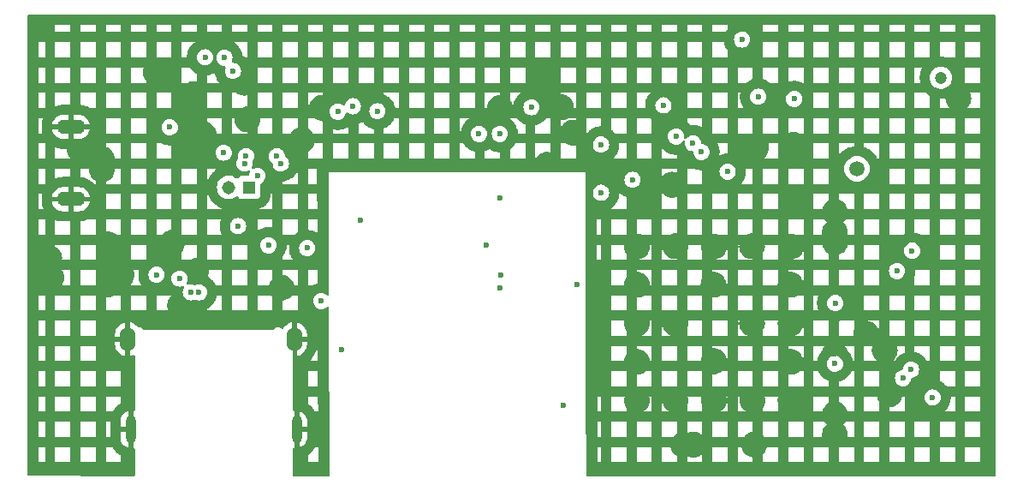
<source format=gbr>
%TF.GenerationSoftware,KiCad,Pcbnew,8.0.3*%
%TF.CreationDate,2025-01-08T01:15:00+05:30*%
%TF.ProjectId,gps,6770732e-6b69-4636-9164-5f7063625858,rev?*%
%TF.SameCoordinates,Original*%
%TF.FileFunction,Copper,L3,Inr*%
%TF.FilePolarity,Positive*%
%FSLAX46Y46*%
G04 Gerber Fmt 4.6, Leading zero omitted, Abs format (unit mm)*
G04 Created by KiCad (PCBNEW 8.0.3) date 2025-01-08 01:15:00*
%MOMM*%
%LPD*%
G01*
G04 APERTURE LIST*
%TA.AperFunction,ComponentPad*%
%ADD10O,1.550000X2.350000*%
%TD*%
%TA.AperFunction,ComponentPad*%
%ADD11O,1.050000X2.700000*%
%TD*%
%TA.AperFunction,ComponentPad*%
%ADD12R,1.308000X1.308000*%
%TD*%
%TA.AperFunction,ComponentPad*%
%ADD13C,1.308000*%
%TD*%
%TA.AperFunction,ComponentPad*%
%ADD14O,2.800000X1.400000*%
%TD*%
%TA.AperFunction,ComponentPad*%
%ADD15C,1.500000*%
%TD*%
%TA.AperFunction,ComponentPad*%
%ADD16C,1.200000*%
%TD*%
%TA.AperFunction,ViaPad*%
%ADD17C,0.600000*%
%TD*%
G04 APERTURE END LIST*
D10*
%TO.N,GND*%
%TO.C,J5*%
X126963250Y-86582500D03*
X143413250Y-86582500D03*
D11*
X127263250Y-95482500D03*
X143663250Y-95482500D03*
%TD*%
D12*
%TO.N,BAT+*%
%TO.C,J2*%
X138932600Y-71568400D03*
D13*
%TO.N,BAT-*%
X136932600Y-71568400D03*
%TD*%
D14*
%TO.N,GND*%
%TO.C,J1*%
X121335800Y-72743800D03*
X121335800Y-65593800D03*
%TD*%
D15*
%TO.N,N/C*%
%TO.C,J4*%
X199075400Y-69737400D03*
D16*
X207375400Y-60737400D03*
%TD*%
D17*
%TO.N,SIM_PWRKEY*%
X162380000Y-77300000D03*
X176870000Y-70830000D03*
%TO.N,GPS_RXD*%
X163790000Y-72590000D03*
%TO.N,SD_CS*%
X149220000Y-63560000D03*
%TO.N,SD_MISO*%
X151650000Y-64060000D03*
%TO.N,GND*%
X144180000Y-66900000D03*
X192790000Y-67370000D03*
X132130000Y-83240000D03*
X125030000Y-79170000D03*
X163730000Y-81500000D03*
X188380000Y-67640000D03*
X170980000Y-66160000D03*
X171380000Y-81210000D03*
X119190000Y-78540000D03*
X129740000Y-60230000D03*
X125050000Y-81160000D03*
X180790000Y-71310000D03*
X133610000Y-67660000D03*
X125040000Y-77220000D03*
X131340000Y-77060000D03*
X119410000Y-80470000D03*
X196900800Y-88011000D03*
X196900000Y-76010000D03*
X181102000Y-77393800D03*
X143640000Y-95370000D03*
X134450000Y-66340000D03*
X127160000Y-95310000D03*
X131000000Y-60970000D03*
X124370000Y-68770000D03*
X188899800Y-96977200D03*
X121320000Y-72760000D03*
X138500000Y-60070000D03*
X181102000Y-92608400D03*
X189110000Y-67660000D03*
X177317400Y-77419200D03*
X177317400Y-81203800D03*
X192506600Y-85013800D03*
X172900000Y-83010000D03*
X172900000Y-81010000D03*
X184886600Y-81203800D03*
X181903800Y-97009400D03*
X192506600Y-81203800D03*
X177910000Y-72940000D03*
X181127400Y-85013800D03*
X172900000Y-80010000D03*
X188696600Y-77393800D03*
X196900000Y-74010000D03*
X169810000Y-63650000D03*
X177317400Y-84988400D03*
X124380000Y-69790000D03*
X172900000Y-87000000D03*
X163770000Y-63730000D03*
X188722000Y-92608400D03*
X138490000Y-61230000D03*
X177292000Y-88823800D03*
X196910000Y-77010000D03*
X184912000Y-88747600D03*
X182905400Y-97002600D03*
X133500000Y-62370000D03*
X188696600Y-85013800D03*
X192506600Y-88823800D03*
X175400000Y-70890000D03*
X121340000Y-65590000D03*
X192506600Y-92608400D03*
X146150000Y-63720000D03*
X172900000Y-86000000D03*
X199974200Y-86029800D03*
X126370000Y-80200000D03*
X143390000Y-86510000D03*
X126980000Y-86530000D03*
X133710000Y-79840000D03*
X168010000Y-61090000D03*
X142160000Y-81500000D03*
X130240000Y-77910000D03*
X177317400Y-92608400D03*
X196900800Y-94005400D03*
X138790000Y-64850000D03*
X184912000Y-92608400D03*
X172900000Y-84010000D03*
X133510000Y-63410000D03*
X122210000Y-67780000D03*
X209110000Y-62780000D03*
X202320000Y-92010000D03*
X168410000Y-69350000D03*
X192910000Y-72970000D03*
X172900000Y-82010000D03*
X201830000Y-87680000D03*
X184912000Y-77419200D03*
X132560000Y-64910000D03*
X192532000Y-77419200D03*
X172900000Y-91000000D03*
X196900800Y-96012000D03*
X132880000Y-83330000D03*
%TO.N,+3.3V*%
X136510000Y-58770000D03*
X134600000Y-58720000D03*
X187710000Y-56970000D03*
X181180000Y-66550000D03*
X166890000Y-63660000D03*
X134000000Y-81950000D03*
%TO.N,SD_MOSI*%
X147730000Y-64090000D03*
%TO.N,RXD_SIM*%
X189306200Y-62611000D03*
X192862200Y-62839600D03*
%TO.N,CTS*%
X144703800Y-77571600D03*
X146100800Y-82804000D03*
%TO.N,GPS_TXD*%
X179933600Y-63474600D03*
%TO.N,ESP_EN*%
X161690000Y-66290000D03*
X163750000Y-66300000D03*
%TO.N,TXD_SIM*%
X182854600Y-67208400D03*
X163830000Y-80238600D03*
%TO.N,RXD_0*%
X138500000Y-69220000D03*
X142090000Y-69210000D03*
%TO.N,SD_SCK*%
X149990000Y-74790000D03*
X148110000Y-87570000D03*
X129800000Y-80200000D03*
%TO.N,SIM_DTR*%
X173761400Y-72110600D03*
X173760000Y-67350000D03*
%TO.N,TXD_0*%
X138658600Y-68478400D03*
X141706600Y-68503800D03*
%TO.N,+5V*%
X196930000Y-83010000D03*
X137363200Y-60071000D03*
X131114800Y-65633600D03*
%TO.N,BAT+*%
X170027600Y-93116400D03*
%TO.N,Net-(J4-I{slash}O)*%
X204530000Y-77830000D03*
X203040000Y-79840000D03*
%TO.N,DTR*%
X139776200Y-70434200D03*
X137860000Y-75400000D03*
X140870000Y-77300000D03*
X136448800Y-68148200D03*
%TO.N,SD_SCK_LLS*%
X133197600Y-81940400D03*
X132080000Y-80594200D03*
%TO.N,SIM_VDD*%
X204419200Y-89585800D03*
X196900800Y-89001600D03*
%TO.N,Net-(J4-CLK)*%
X206560000Y-92330000D03*
X203630000Y-90430000D03*
%TO.N,SIM_RXD*%
X186283600Y-70027800D03*
X183692800Y-68072000D03*
%TD*%
%TA.AperFunction,Conductor*%
%TO.N,GND*%
G36*
X212743039Y-54506985D02*
G01*
X212788794Y-54559789D01*
X212800000Y-54611300D01*
X212800000Y-99985969D01*
X212780315Y-100053008D01*
X212727511Y-100098763D01*
X212675969Y-100109969D01*
X172413555Y-100100030D01*
X172346521Y-100080329D01*
X172300779Y-100027514D01*
X172289587Y-99976448D01*
X172280444Y-97235300D01*
X173404450Y-97235300D01*
X173409460Y-98737300D01*
X173780000Y-98737300D01*
X174778000Y-98737300D01*
X176280000Y-98737300D01*
X177278000Y-98737300D01*
X178780000Y-98737300D01*
X179778000Y-98737300D01*
X181280000Y-98737300D01*
X181280000Y-98230694D01*
X182278000Y-98230694D01*
X182278000Y-98737300D01*
X183780000Y-98737300D01*
X184778000Y-98737300D01*
X186280000Y-98737300D01*
X187278000Y-98737300D01*
X188780000Y-98737300D01*
X188780000Y-98249973D01*
X188770452Y-98249089D01*
X188560954Y-98209927D01*
X188538945Y-98203665D01*
X188340211Y-98126675D01*
X188319728Y-98116475D01*
X188138524Y-98004279D01*
X188120262Y-97990489D01*
X188021598Y-97900544D01*
X189778000Y-97900544D01*
X189778000Y-98737300D01*
X191280000Y-98737300D01*
X192278000Y-98737300D01*
X193780000Y-98737300D01*
X194778000Y-98737300D01*
X196280000Y-98737300D01*
X197278000Y-98737300D01*
X198780000Y-98737300D01*
X199778000Y-98737300D01*
X201280000Y-98737300D01*
X202278000Y-98737300D01*
X203780000Y-98737300D01*
X204778000Y-98737300D01*
X206280000Y-98737300D01*
X207278000Y-98737300D01*
X208780000Y-98737300D01*
X209778000Y-98737300D01*
X211280000Y-98737300D01*
X211280000Y-97235300D01*
X209778000Y-97235300D01*
X209778000Y-98737300D01*
X208780000Y-98737300D01*
X208780000Y-97235300D01*
X207278000Y-97235300D01*
X207278000Y-98737300D01*
X206280000Y-98737300D01*
X206280000Y-97235300D01*
X204778000Y-97235300D01*
X204778000Y-98737300D01*
X203780000Y-98737300D01*
X203780000Y-97235300D01*
X202278000Y-97235300D01*
X202278000Y-98737300D01*
X201280000Y-98737300D01*
X201280000Y-97235300D01*
X199778000Y-97235300D01*
X199778000Y-98737300D01*
X198780000Y-98737300D01*
X198780000Y-97235300D01*
X197278000Y-97235300D01*
X197278000Y-98737300D01*
X196280000Y-98737300D01*
X196280000Y-97235300D01*
X194778000Y-97235300D01*
X194778000Y-98737300D01*
X193780000Y-98737300D01*
X193780000Y-97235300D01*
X192278000Y-97235300D01*
X192278000Y-98737300D01*
X191280000Y-98737300D01*
X191280000Y-97235300D01*
X190150928Y-97235300D01*
X190096003Y-97428342D01*
X190087737Y-97449679D01*
X189992739Y-97640462D01*
X189980693Y-97659918D01*
X189852255Y-97829996D01*
X189836839Y-97846906D01*
X189778000Y-97900544D01*
X188021598Y-97900544D01*
X187962760Y-97846906D01*
X187947345Y-97829996D01*
X187818907Y-97659918D01*
X187806861Y-97640462D01*
X187711863Y-97449679D01*
X187703597Y-97428342D01*
X187648672Y-97235300D01*
X187278000Y-97235300D01*
X187278000Y-98737300D01*
X186280000Y-98737300D01*
X186280000Y-97235300D01*
X184778000Y-97235300D01*
X184778000Y-98737300D01*
X183780000Y-98737300D01*
X183780000Y-97929227D01*
X183684938Y-98015889D01*
X183666676Y-98029679D01*
X183485472Y-98141875D01*
X183464989Y-98152075D01*
X183266255Y-98229065D01*
X183244246Y-98235327D01*
X183034748Y-98274489D01*
X183011963Y-98276600D01*
X182798837Y-98276600D01*
X182776052Y-98274489D01*
X182566554Y-98235327D01*
X182544545Y-98229064D01*
X182413376Y-98178248D01*
X182278000Y-98230694D01*
X181280000Y-98230694D01*
X181280000Y-98121599D01*
X181142524Y-98036479D01*
X181124262Y-98022689D01*
X180966760Y-97879106D01*
X180951345Y-97862196D01*
X180822907Y-97692118D01*
X180810861Y-97672662D01*
X180715863Y-97481879D01*
X180707597Y-97460542D01*
X180649272Y-97255551D01*
X180645486Y-97235300D01*
X179778000Y-97235300D01*
X179778000Y-98737300D01*
X178780000Y-98737300D01*
X178780000Y-97235300D01*
X177278000Y-97235300D01*
X177278000Y-98737300D01*
X176280000Y-98737300D01*
X176280000Y-97235300D01*
X174778000Y-97235300D01*
X174778000Y-98737300D01*
X173780000Y-98737300D01*
X173780000Y-97235300D01*
X173404450Y-97235300D01*
X172280444Y-97235300D01*
X172272105Y-94735300D01*
X173396111Y-94735300D01*
X173401121Y-96237300D01*
X173780000Y-96237300D01*
X174778000Y-96237300D01*
X176280000Y-96237300D01*
X177278000Y-96237300D01*
X178780000Y-96237300D01*
X179778000Y-96237300D01*
X180890406Y-96237300D01*
X184778000Y-96237300D01*
X186280000Y-96237300D01*
X187278000Y-96237300D01*
X187862089Y-96237300D01*
X187947345Y-96124404D01*
X187962760Y-96107494D01*
X188021601Y-96053853D01*
X189778000Y-96053853D01*
X189836840Y-96107494D01*
X189852255Y-96124404D01*
X189937511Y-96237300D01*
X191280000Y-96237300D01*
X192278000Y-96237300D01*
X193780000Y-96237300D01*
X194778000Y-96237300D01*
X195642374Y-96237300D01*
X195642067Y-96235658D01*
X195622402Y-96023441D01*
X195622402Y-96000559D01*
X195642067Y-95788342D01*
X195646272Y-95765849D01*
X195704597Y-95560858D01*
X195712863Y-95539521D01*
X195807861Y-95348738D01*
X195819907Y-95329282D01*
X195948345Y-95159204D01*
X195963760Y-95142294D01*
X196110304Y-95008700D01*
X197691295Y-95008700D01*
X197837840Y-95142294D01*
X197853255Y-95159204D01*
X197981693Y-95329282D01*
X197993739Y-95348738D01*
X198088737Y-95539521D01*
X198097003Y-95560858D01*
X198155328Y-95765849D01*
X198159533Y-95788342D01*
X198179198Y-96000559D01*
X198179198Y-96023441D01*
X198159533Y-96235658D01*
X198159226Y-96237300D01*
X198780000Y-96237300D01*
X199778000Y-96237300D01*
X201280000Y-96237300D01*
X202278000Y-96237300D01*
X203780000Y-96237300D01*
X204778000Y-96237300D01*
X206280000Y-96237300D01*
X207278000Y-96237300D01*
X208780000Y-96237300D01*
X209778000Y-96237300D01*
X211280000Y-96237300D01*
X211280000Y-94735300D01*
X209778000Y-94735300D01*
X209778000Y-96237300D01*
X208780000Y-96237300D01*
X208780000Y-94735300D01*
X207278000Y-94735300D01*
X207278000Y-96237300D01*
X206280000Y-96237300D01*
X206280000Y-94735300D01*
X204778000Y-94735300D01*
X204778000Y-96237300D01*
X203780000Y-96237300D01*
X203780000Y-94735300D01*
X202278000Y-94735300D01*
X202278000Y-96237300D01*
X201280000Y-96237300D01*
X201280000Y-94735300D01*
X199778000Y-94735300D01*
X199778000Y-96237300D01*
X198780000Y-96237300D01*
X198780000Y-94735300D01*
X197946063Y-94735300D01*
X197853255Y-94858196D01*
X197837840Y-94875106D01*
X197691295Y-95008700D01*
X196110304Y-95008700D01*
X195963760Y-94875106D01*
X195948345Y-94858196D01*
X195855537Y-94735300D01*
X194778000Y-94735300D01*
X194778000Y-96237300D01*
X193780000Y-96237300D01*
X193780000Y-94735300D01*
X192278000Y-94735300D01*
X192278000Y-96237300D01*
X191280000Y-96237300D01*
X191280000Y-94735300D01*
X189778000Y-94735300D01*
X189778000Y-96053853D01*
X188021601Y-96053853D01*
X188120262Y-95963911D01*
X188138524Y-95950121D01*
X188319728Y-95837925D01*
X188340211Y-95827725D01*
X188538945Y-95750735D01*
X188560954Y-95744473D01*
X188770452Y-95705311D01*
X188780000Y-95704426D01*
X188780000Y-94735300D01*
X187278000Y-94735300D01*
X187278000Y-96237300D01*
X186280000Y-96237300D01*
X186280000Y-94735300D01*
X184778000Y-94735300D01*
X184778000Y-96237300D01*
X180890406Y-96237300D01*
X180951345Y-96156604D01*
X180966760Y-96139694D01*
X181124262Y-95996111D01*
X181142524Y-95982321D01*
X181280000Y-95897200D01*
X181280000Y-95788104D01*
X182278000Y-95788104D01*
X182395823Y-95833749D01*
X182544545Y-95776135D01*
X182566554Y-95769873D01*
X182776052Y-95730711D01*
X182798837Y-95728600D01*
X183011963Y-95728600D01*
X183034748Y-95730711D01*
X183244246Y-95769873D01*
X183266255Y-95776135D01*
X183464989Y-95853125D01*
X183485472Y-95863325D01*
X183666676Y-95975521D01*
X183684938Y-95989311D01*
X183780000Y-96075972D01*
X183780000Y-94735300D01*
X182278000Y-94735300D01*
X182278000Y-95788104D01*
X181280000Y-95788104D01*
X181280000Y-94735300D01*
X179778000Y-94735300D01*
X179778000Y-96237300D01*
X178780000Y-96237300D01*
X178780000Y-94735300D01*
X177278000Y-94735300D01*
X177278000Y-96237300D01*
X176280000Y-96237300D01*
X176280000Y-94735300D01*
X174778000Y-94735300D01*
X174778000Y-96237300D01*
X173780000Y-96237300D01*
X173780000Y-94735300D01*
X173396111Y-94735300D01*
X172272105Y-94735300D01*
X172263766Y-92235300D01*
X173387772Y-92235300D01*
X173392782Y-93737300D01*
X173780000Y-93737300D01*
X174778000Y-93737300D01*
X176280000Y-93737300D01*
X177914228Y-93737300D01*
X178780000Y-93737300D01*
X179778000Y-93737300D01*
X180505172Y-93737300D01*
X180340724Y-93635479D01*
X180322462Y-93621689D01*
X180164960Y-93478106D01*
X180149545Y-93461196D01*
X180021107Y-93291118D01*
X180009061Y-93271662D01*
X179926000Y-93104852D01*
X182278000Y-93104852D01*
X182278000Y-93737300D01*
X183780000Y-93737300D01*
X185508828Y-93737300D01*
X186280000Y-93737300D01*
X187278000Y-93737300D01*
X188125172Y-93737300D01*
X187960724Y-93635479D01*
X187942462Y-93621689D01*
X187784960Y-93478106D01*
X187769545Y-93461196D01*
X187666000Y-93324081D01*
X189778000Y-93324081D01*
X189778000Y-93737300D01*
X191280000Y-93737300D01*
X194778000Y-93737300D01*
X195652517Y-93737300D01*
X195704597Y-93554258D01*
X195712863Y-93532921D01*
X195807861Y-93342138D01*
X195819907Y-93322682D01*
X195948345Y-93152604D01*
X195963760Y-93135694D01*
X196121262Y-92992111D01*
X196139524Y-92978321D01*
X196280000Y-92891342D01*
X196280000Y-92785267D01*
X197278000Y-92785267D01*
X197460389Y-92855925D01*
X197480872Y-92866125D01*
X197662076Y-92978321D01*
X197680338Y-92992111D01*
X197837840Y-93135694D01*
X197853255Y-93152604D01*
X197981693Y-93322682D01*
X197993739Y-93342138D01*
X198088737Y-93532921D01*
X198097003Y-93554258D01*
X198149083Y-93737300D01*
X198780000Y-93737300D01*
X199778000Y-93737300D01*
X201280000Y-93737300D01*
X201280000Y-93284000D01*
X202278000Y-93284000D01*
X202278000Y-93737300D01*
X203780000Y-93737300D01*
X207687995Y-93737300D01*
X208780000Y-93737300D01*
X209778000Y-93737300D01*
X211280000Y-93737300D01*
X211280000Y-92235300D01*
X209778000Y-92235300D01*
X209778000Y-93737300D01*
X208780000Y-93737300D01*
X208780000Y-92235300D01*
X208359209Y-92235300D01*
X208360425Y-92246092D01*
X208361010Y-92253021D01*
X208363370Y-92295039D01*
X208363565Y-92301993D01*
X208363565Y-92358007D01*
X208363370Y-92364961D01*
X208361010Y-92406979D01*
X208360425Y-92413908D01*
X208333958Y-92648820D01*
X208332986Y-92655707D01*
X208325938Y-92697191D01*
X208324582Y-92704011D01*
X208312119Y-92758621D01*
X208310381Y-92765358D01*
X208298728Y-92805807D01*
X208296616Y-92812434D01*
X208218535Y-93035578D01*
X208216053Y-93042079D01*
X208199945Y-93080965D01*
X208197105Y-93087312D01*
X208172801Y-93137779D01*
X208169608Y-93143959D01*
X208149252Y-93180790D01*
X208145719Y-93186780D01*
X208019944Y-93386948D01*
X208016078Y-93392733D01*
X207991720Y-93427061D01*
X207987538Y-93432618D01*
X207952614Y-93476410D01*
X207948127Y-93481724D01*
X207920087Y-93513100D01*
X207915309Y-93518153D01*
X207748153Y-93685309D01*
X207743100Y-93690087D01*
X207711724Y-93718127D01*
X207706410Y-93722614D01*
X207687995Y-93737300D01*
X203780000Y-93737300D01*
X203780000Y-92329996D01*
X205754435Y-92329996D01*
X205754435Y-92330003D01*
X205774630Y-92509249D01*
X205774631Y-92509254D01*
X205834211Y-92679523D01*
X205845313Y-92697191D01*
X205930184Y-92832262D01*
X206057738Y-92959816D01*
X206087189Y-92978321D01*
X206188658Y-93042079D01*
X206210478Y-93055789D01*
X206282184Y-93080880D01*
X206380745Y-93115368D01*
X206380750Y-93115369D01*
X206559996Y-93135565D01*
X206560000Y-93135565D01*
X206560004Y-93135565D01*
X206739249Y-93115369D01*
X206739252Y-93115368D01*
X206739255Y-93115368D01*
X206909522Y-93055789D01*
X207062262Y-92959816D01*
X207189816Y-92832262D01*
X207285789Y-92679522D01*
X207345368Y-92509255D01*
X207345369Y-92509249D01*
X207365565Y-92330003D01*
X207365565Y-92329996D01*
X207345369Y-92150750D01*
X207345368Y-92150745D01*
X207285788Y-91980476D01*
X207189815Y-91827737D01*
X207062262Y-91700184D01*
X206909523Y-91604211D01*
X206739254Y-91544631D01*
X206739249Y-91544630D01*
X206560004Y-91524435D01*
X206559996Y-91524435D01*
X206380750Y-91544630D01*
X206380745Y-91544631D01*
X206210476Y-91604211D01*
X206057737Y-91700184D01*
X205930184Y-91827737D01*
X205834211Y-91980476D01*
X205774631Y-92150745D01*
X205774630Y-92150750D01*
X205754435Y-92329996D01*
X203780000Y-92329996D01*
X203780000Y-92235300D01*
X203578426Y-92235300D01*
X203574528Y-92256151D01*
X203516203Y-92461142D01*
X203507937Y-92482479D01*
X203412939Y-92673262D01*
X203400893Y-92692718D01*
X203272455Y-92862796D01*
X203257040Y-92879706D01*
X203099538Y-93023289D01*
X203081276Y-93037079D01*
X202900072Y-93149275D01*
X202879589Y-93159475D01*
X202680855Y-93236465D01*
X202658846Y-93242727D01*
X202449348Y-93281889D01*
X202426563Y-93284000D01*
X202278000Y-93284000D01*
X201280000Y-93284000D01*
X201280000Y-92746868D01*
X201239107Y-92692718D01*
X201227061Y-92673262D01*
X201132063Y-92482479D01*
X201123797Y-92461142D01*
X201065472Y-92256151D01*
X201061574Y-92235300D01*
X199778000Y-92235300D01*
X199778000Y-93737300D01*
X198780000Y-93737300D01*
X198780000Y-92235300D01*
X197278000Y-92235300D01*
X197278000Y-92785267D01*
X196280000Y-92785267D01*
X196280000Y-92235300D01*
X194778000Y-92235300D01*
X194778000Y-93737300D01*
X191280000Y-93737300D01*
X191280000Y-92952706D01*
X191252072Y-92854551D01*
X191247867Y-92832058D01*
X191228202Y-92619841D01*
X191228202Y-92596959D01*
X191247867Y-92384742D01*
X191252072Y-92362249D01*
X191280000Y-92264092D01*
X191280000Y-92235300D01*
X189940408Y-92235300D01*
X189976528Y-92362249D01*
X189980733Y-92384742D01*
X190000398Y-92596959D01*
X190000398Y-92619841D01*
X189980733Y-92832058D01*
X189976528Y-92854551D01*
X189918203Y-93059542D01*
X189909937Y-93080879D01*
X189814939Y-93271662D01*
X189802893Y-93291118D01*
X189778000Y-93324081D01*
X187666000Y-93324081D01*
X187641107Y-93291118D01*
X187629061Y-93271662D01*
X187534063Y-93080879D01*
X187525797Y-93059542D01*
X187467472Y-92854551D01*
X187463267Y-92832058D01*
X187443602Y-92619841D01*
X187443602Y-92596959D01*
X187463267Y-92384742D01*
X187467472Y-92362249D01*
X187503592Y-92235300D01*
X187278000Y-92235300D01*
X187278000Y-93737300D01*
X186280000Y-93737300D01*
X186280000Y-92235300D01*
X186130408Y-92235300D01*
X186166528Y-92362249D01*
X186170733Y-92384742D01*
X186190398Y-92596959D01*
X186190398Y-92619841D01*
X186170733Y-92832058D01*
X186166528Y-92854551D01*
X186108203Y-93059542D01*
X186099937Y-93080879D01*
X186004939Y-93271662D01*
X185992893Y-93291118D01*
X185864455Y-93461196D01*
X185849040Y-93478106D01*
X185691538Y-93621689D01*
X185673276Y-93635479D01*
X185508828Y-93737300D01*
X183780000Y-93737300D01*
X183780000Y-93193216D01*
X183724063Y-93080879D01*
X183715797Y-93059542D01*
X183657472Y-92854551D01*
X183653267Y-92832058D01*
X183633602Y-92619841D01*
X183633602Y-92596959D01*
X183653267Y-92384742D01*
X183657472Y-92362249D01*
X183693592Y-92235300D01*
X182320408Y-92235300D01*
X182356528Y-92362249D01*
X182360733Y-92384742D01*
X182380398Y-92596959D01*
X182380398Y-92619841D01*
X182360733Y-92832058D01*
X182356528Y-92854551D01*
X182298203Y-93059542D01*
X182289937Y-93080880D01*
X182278000Y-93104852D01*
X179926000Y-93104852D01*
X179914063Y-93080879D01*
X179905797Y-93059542D01*
X179847472Y-92854551D01*
X179843267Y-92832058D01*
X179823602Y-92619841D01*
X179823602Y-92596959D01*
X179843267Y-92384742D01*
X179847472Y-92362249D01*
X179883592Y-92235300D01*
X179778000Y-92235300D01*
X179778000Y-93737300D01*
X178780000Y-93737300D01*
X178780000Y-92235300D01*
X178535808Y-92235300D01*
X178571928Y-92362249D01*
X178576133Y-92384742D01*
X178595798Y-92596959D01*
X178595798Y-92619841D01*
X178576133Y-92832058D01*
X178571928Y-92854551D01*
X178513603Y-93059542D01*
X178505337Y-93080879D01*
X178410339Y-93271662D01*
X178398293Y-93291118D01*
X178269855Y-93461196D01*
X178254440Y-93478106D01*
X178096938Y-93621689D01*
X178078676Y-93635479D01*
X177914228Y-93737300D01*
X176280000Y-93737300D01*
X176280000Y-93348711D01*
X176236507Y-93291118D01*
X176224461Y-93271662D01*
X176129463Y-93080879D01*
X176121197Y-93059542D01*
X176062872Y-92854551D01*
X176058667Y-92832058D01*
X176039002Y-92619841D01*
X176039002Y-92596959D01*
X176058667Y-92384742D01*
X176062872Y-92362249D01*
X176098992Y-92235300D01*
X174778000Y-92235300D01*
X174778000Y-93737300D01*
X173780000Y-93737300D01*
X173780000Y-92235300D01*
X173387772Y-92235300D01*
X172263766Y-92235300D01*
X172260437Y-91237300D01*
X174778000Y-91237300D01*
X176280000Y-91237300D01*
X176280000Y-90097800D01*
X177278000Y-90097800D01*
X177278000Y-91237300D01*
X178780000Y-91237300D01*
X179778000Y-91237300D01*
X181280000Y-91237300D01*
X182278000Y-91237300D01*
X183780000Y-91237300D01*
X183780000Y-90018619D01*
X184778000Y-90018619D01*
X184778000Y-91237300D01*
X186280000Y-91237300D01*
X187278000Y-91237300D01*
X188780000Y-91237300D01*
X189778000Y-91237300D01*
X191280000Y-91237300D01*
X191280000Y-90077135D01*
X192278000Y-90077135D01*
X192278000Y-91237300D01*
X193780000Y-91237300D01*
X194778000Y-91237300D01*
X196280000Y-91237300D01*
X196280000Y-90765454D01*
X197278000Y-90765454D01*
X197278000Y-91237300D01*
X198780000Y-91237300D01*
X199778000Y-91237300D01*
X201280000Y-91237300D01*
X201280000Y-90429996D01*
X202824435Y-90429996D01*
X202824435Y-90430003D01*
X202844630Y-90609249D01*
X202844631Y-90609254D01*
X202904211Y-90779523D01*
X202978832Y-90898280D01*
X203000184Y-90932262D01*
X203127738Y-91059816D01*
X203280478Y-91155789D01*
X203359929Y-91183590D01*
X203450745Y-91215368D01*
X203450750Y-91215369D01*
X203629996Y-91235565D01*
X203630000Y-91235565D01*
X203630004Y-91235565D01*
X203809249Y-91215369D01*
X203809252Y-91215368D01*
X203809255Y-91215368D01*
X203979522Y-91155789D01*
X204132262Y-91059816D01*
X204259816Y-90932262D01*
X204355789Y-90779522D01*
X204391873Y-90676399D01*
X207278000Y-90676399D01*
X207310965Y-90690055D01*
X207317312Y-90692895D01*
X207367779Y-90717199D01*
X207373959Y-90720392D01*
X207410790Y-90740748D01*
X207416780Y-90744281D01*
X207616948Y-90870056D01*
X207622733Y-90873922D01*
X207657061Y-90898280D01*
X207662618Y-90902462D01*
X207706410Y-90937386D01*
X207711724Y-90941873D01*
X207743100Y-90969913D01*
X207748153Y-90974691D01*
X207915309Y-91141847D01*
X207920087Y-91146900D01*
X207948127Y-91178276D01*
X207952614Y-91183590D01*
X207987538Y-91227382D01*
X207991720Y-91232939D01*
X207994814Y-91237300D01*
X208780000Y-91237300D01*
X209778000Y-91237300D01*
X211280000Y-91237300D01*
X211280000Y-89735300D01*
X209778000Y-89735300D01*
X209778000Y-91237300D01*
X208780000Y-91237300D01*
X208780000Y-89735300D01*
X207278000Y-89735300D01*
X207278000Y-90676399D01*
X204391873Y-90676399D01*
X204415368Y-90609255D01*
X204429113Y-90487266D01*
X204456179Y-90422852D01*
X204513774Y-90383297D01*
X204538451Y-90377929D01*
X204598449Y-90371169D01*
X204598452Y-90371168D01*
X204598455Y-90371168D01*
X204768722Y-90311589D01*
X204921462Y-90215616D01*
X205049016Y-90088062D01*
X205144989Y-89935322D01*
X205204568Y-89765055D01*
X205204569Y-89765049D01*
X205224765Y-89585803D01*
X205224765Y-89585796D01*
X205204569Y-89406550D01*
X205204568Y-89406545D01*
X205144988Y-89236276D01*
X205049015Y-89083537D01*
X204921462Y-88955984D01*
X204768723Y-88860011D01*
X204598454Y-88800431D01*
X204598449Y-88800430D01*
X204419204Y-88780235D01*
X204419196Y-88780235D01*
X204239950Y-88800430D01*
X204239945Y-88800431D01*
X204069676Y-88860011D01*
X203916937Y-88955984D01*
X203789384Y-89083537D01*
X203693411Y-89236276D01*
X203633831Y-89406545D01*
X203633830Y-89406549D01*
X203620086Y-89528534D01*
X203593019Y-89592948D01*
X203535424Y-89632503D01*
X203510750Y-89637870D01*
X203450750Y-89644630D01*
X203280478Y-89704210D01*
X203127737Y-89800184D01*
X203000184Y-89927737D01*
X202904211Y-90080476D01*
X202844631Y-90250745D01*
X202844630Y-90250750D01*
X202824435Y-90429996D01*
X201280000Y-90429996D01*
X201280000Y-89735300D01*
X199778000Y-89735300D01*
X199778000Y-91237300D01*
X198780000Y-91237300D01*
X198780000Y-89735300D01*
X198547897Y-89735300D01*
X198540745Y-89752565D01*
X198537905Y-89758912D01*
X198513601Y-89809379D01*
X198510408Y-89815559D01*
X198490052Y-89852390D01*
X198486519Y-89858380D01*
X198360744Y-90058548D01*
X198356878Y-90064333D01*
X198332520Y-90098661D01*
X198328338Y-90104218D01*
X198293414Y-90148010D01*
X198288927Y-90153324D01*
X198260887Y-90184700D01*
X198256109Y-90189753D01*
X198088953Y-90356909D01*
X198083900Y-90361687D01*
X198052524Y-90389727D01*
X198047210Y-90394214D01*
X198003418Y-90429138D01*
X197997861Y-90433320D01*
X197963533Y-90457678D01*
X197957748Y-90461544D01*
X197757580Y-90587319D01*
X197751590Y-90590852D01*
X197714759Y-90611208D01*
X197708579Y-90614401D01*
X197658112Y-90638705D01*
X197651765Y-90641545D01*
X197612879Y-90657653D01*
X197606378Y-90660135D01*
X197383234Y-90738216D01*
X197376607Y-90740328D01*
X197336158Y-90751981D01*
X197329421Y-90753719D01*
X197278000Y-90765454D01*
X196280000Y-90765454D01*
X196280000Y-90689799D01*
X196195222Y-90660135D01*
X196188721Y-90657653D01*
X196149835Y-90641545D01*
X196143488Y-90638705D01*
X196093021Y-90614401D01*
X196086841Y-90611208D01*
X196050010Y-90590852D01*
X196044020Y-90587319D01*
X195843852Y-90461544D01*
X195838067Y-90457678D01*
X195803739Y-90433320D01*
X195798182Y-90429138D01*
X195754390Y-90394214D01*
X195749076Y-90389727D01*
X195717700Y-90361687D01*
X195712647Y-90356909D01*
X195545491Y-90189753D01*
X195540713Y-90184700D01*
X195512673Y-90153324D01*
X195508186Y-90148010D01*
X195473262Y-90104218D01*
X195469080Y-90098661D01*
X195444722Y-90064333D01*
X195440856Y-90058548D01*
X195315081Y-89858380D01*
X195311548Y-89852390D01*
X195291192Y-89815559D01*
X195287999Y-89809379D01*
X195263695Y-89758912D01*
X195260855Y-89752565D01*
X195253703Y-89735300D01*
X194778000Y-89735300D01*
X194778000Y-91237300D01*
X193780000Y-91237300D01*
X193780000Y-89735300D01*
X193397794Y-89735300D01*
X193286137Y-89837089D01*
X193267876Y-89850879D01*
X193086672Y-89963075D01*
X193066189Y-89973275D01*
X192867455Y-90050265D01*
X192845446Y-90056527D01*
X192635948Y-90095689D01*
X192613163Y-90097800D01*
X192400037Y-90097800D01*
X192377252Y-90095689D01*
X192278000Y-90077135D01*
X191280000Y-90077135D01*
X191280000Y-89735300D01*
X189778000Y-89735300D01*
X189778000Y-91237300D01*
X188780000Y-91237300D01*
X188780000Y-89735300D01*
X187278000Y-89735300D01*
X187278000Y-91237300D01*
X186280000Y-91237300D01*
X186280000Y-89735300D01*
X185719607Y-89735300D01*
X185691537Y-89760889D01*
X185673276Y-89774679D01*
X185492072Y-89886875D01*
X185471589Y-89897075D01*
X185272855Y-89974065D01*
X185250846Y-89980327D01*
X185041348Y-90019489D01*
X185018563Y-90021600D01*
X184805437Y-90021600D01*
X184782652Y-90019489D01*
X184778000Y-90018619D01*
X183780000Y-90018619D01*
X183780000Y-89735300D01*
X182278000Y-89735300D01*
X182278000Y-91237300D01*
X181280000Y-91237300D01*
X181280000Y-89735300D01*
X179778000Y-89735300D01*
X179778000Y-91237300D01*
X178780000Y-91237300D01*
X178780000Y-89735300D01*
X178183194Y-89735300D01*
X178071537Y-89837089D01*
X178053276Y-89850879D01*
X177872072Y-89963075D01*
X177851589Y-89973275D01*
X177652855Y-90050265D01*
X177630846Y-90056527D01*
X177421348Y-90095689D01*
X177398563Y-90097800D01*
X177278000Y-90097800D01*
X176280000Y-90097800D01*
X176280000Y-89735300D01*
X174778000Y-89735300D01*
X174778000Y-91237300D01*
X172260437Y-91237300D01*
X172252980Y-89001596D01*
X196095235Y-89001596D01*
X196095235Y-89001603D01*
X196115430Y-89180849D01*
X196115431Y-89180854D01*
X196175011Y-89351123D01*
X196270984Y-89503862D01*
X196398538Y-89631416D01*
X196551278Y-89727389D01*
X196686425Y-89774679D01*
X196721545Y-89786968D01*
X196721550Y-89786969D01*
X196900796Y-89807165D01*
X196900800Y-89807165D01*
X196900804Y-89807165D01*
X197080049Y-89786969D01*
X197080052Y-89786968D01*
X197080055Y-89786968D01*
X197250322Y-89727389D01*
X197403062Y-89631416D01*
X197530616Y-89503862D01*
X197626589Y-89351122D01*
X197686168Y-89180855D01*
X197706365Y-89001600D01*
X197701225Y-88955984D01*
X197686169Y-88822350D01*
X197686168Y-88822345D01*
X197652674Y-88726626D01*
X197626589Y-88652078D01*
X197530616Y-88499338D01*
X197403062Y-88371784D01*
X197376936Y-88355368D01*
X197250323Y-88275811D01*
X197080054Y-88216231D01*
X197080049Y-88216230D01*
X196900804Y-88196035D01*
X196900796Y-88196035D01*
X196721550Y-88216230D01*
X196721545Y-88216231D01*
X196551276Y-88275811D01*
X196398537Y-88371784D01*
X196270984Y-88499337D01*
X196175011Y-88652076D01*
X196115431Y-88822345D01*
X196115430Y-88822350D01*
X196095235Y-89001596D01*
X172252980Y-89001596D01*
X172252099Y-88737300D01*
X174778000Y-88737300D01*
X176020557Y-88737300D01*
X176033267Y-88600142D01*
X176037472Y-88577649D01*
X176095797Y-88372658D01*
X176104063Y-88351321D01*
X176199061Y-88160538D01*
X176211107Y-88141082D01*
X176280000Y-88049853D01*
X176280000Y-87549800D01*
X177278000Y-87549800D01*
X177398563Y-87549800D01*
X177421348Y-87551911D01*
X177630846Y-87591073D01*
X177652855Y-87597335D01*
X177851589Y-87674325D01*
X177872072Y-87684525D01*
X178053276Y-87796721D01*
X178071538Y-87810511D01*
X178229040Y-87954094D01*
X178244455Y-87971004D01*
X178372893Y-88141082D01*
X178384939Y-88160538D01*
X178479937Y-88351321D01*
X178488203Y-88372658D01*
X178546528Y-88577649D01*
X178550733Y-88600142D01*
X178563443Y-88737300D01*
X178780000Y-88737300D01*
X179778000Y-88737300D01*
X181280000Y-88737300D01*
X182278000Y-88737300D01*
X183633602Y-88737300D01*
X183633602Y-88736159D01*
X183653267Y-88523942D01*
X183657472Y-88501449D01*
X183715797Y-88296458D01*
X183724062Y-88275121D01*
X183780000Y-88162780D01*
X183780000Y-87476580D01*
X184778000Y-87476580D01*
X184782652Y-87475711D01*
X184805437Y-87473600D01*
X185018563Y-87473600D01*
X185041348Y-87475711D01*
X185250846Y-87514873D01*
X185272855Y-87521135D01*
X185471589Y-87598125D01*
X185492072Y-87608325D01*
X185673276Y-87720521D01*
X185691538Y-87734311D01*
X185849040Y-87877894D01*
X185864455Y-87894804D01*
X185992893Y-88064882D01*
X186004939Y-88084338D01*
X186099937Y-88275121D01*
X186108203Y-88296458D01*
X186166528Y-88501449D01*
X186170733Y-88523942D01*
X186190398Y-88736159D01*
X186190398Y-88737300D01*
X186280000Y-88737300D01*
X187278000Y-88737300D01*
X188780000Y-88737300D01*
X189778000Y-88737300D01*
X191235157Y-88737300D01*
X191247867Y-88600142D01*
X191252072Y-88577649D01*
X191280000Y-88479492D01*
X191280000Y-87570464D01*
X192278000Y-87570464D01*
X192377252Y-87551911D01*
X192400037Y-87549800D01*
X192613163Y-87549800D01*
X192635948Y-87551911D01*
X192845446Y-87591073D01*
X192867455Y-87597335D01*
X193066189Y-87674325D01*
X193086672Y-87684525D01*
X193267876Y-87796721D01*
X193286138Y-87810511D01*
X193443640Y-87954094D01*
X193459055Y-87971004D01*
X193587493Y-88141082D01*
X193599539Y-88160538D01*
X193694537Y-88351321D01*
X193702803Y-88372658D01*
X193761128Y-88577649D01*
X193765333Y-88600142D01*
X193778043Y-88737300D01*
X193780000Y-88737300D01*
X194778000Y-88737300D01*
X195120699Y-88737300D01*
X195126842Y-88682780D01*
X195127814Y-88675893D01*
X195134862Y-88634409D01*
X195136218Y-88627589D01*
X195148681Y-88572979D01*
X195150419Y-88566242D01*
X195162072Y-88525793D01*
X195164184Y-88519166D01*
X195242265Y-88296022D01*
X195244747Y-88289521D01*
X195260855Y-88250635D01*
X195263695Y-88244288D01*
X195287999Y-88193821D01*
X195291192Y-88187641D01*
X195311548Y-88150810D01*
X195315081Y-88144820D01*
X195440856Y-87944652D01*
X195444722Y-87938867D01*
X195469080Y-87904539D01*
X195473262Y-87898982D01*
X195508186Y-87855190D01*
X195512673Y-87849876D01*
X195540713Y-87818500D01*
X195545490Y-87813447D01*
X195667023Y-87691912D01*
X195704597Y-87559857D01*
X195712863Y-87538521D01*
X195807861Y-87347738D01*
X195819907Y-87328282D01*
X195890124Y-87235300D01*
X197911476Y-87235300D01*
X197981693Y-87328282D01*
X197993739Y-87347738D01*
X198088737Y-87538521D01*
X198097003Y-87559858D01*
X198134575Y-87691913D01*
X198256109Y-87813447D01*
X198260887Y-87818500D01*
X198288927Y-87849876D01*
X198293414Y-87855190D01*
X198328338Y-87898982D01*
X198332520Y-87904539D01*
X198356878Y-87938867D01*
X198360744Y-87944652D01*
X198486519Y-88144820D01*
X198490052Y-88150810D01*
X198510408Y-88187641D01*
X198513601Y-88193821D01*
X198537905Y-88244288D01*
X198540745Y-88250635D01*
X198556853Y-88289521D01*
X198559335Y-88296022D01*
X198637416Y-88519166D01*
X198639528Y-88525793D01*
X198651181Y-88566242D01*
X198652919Y-88572979D01*
X198665382Y-88627589D01*
X198666738Y-88634409D01*
X198673786Y-88675893D01*
X198674758Y-88682780D01*
X198680901Y-88737300D01*
X198780000Y-88737300D01*
X198780000Y-87289192D01*
X199778000Y-87289192D01*
X199778000Y-88737300D01*
X201117533Y-88737300D01*
X202542467Y-88737300D01*
X202828682Y-88737300D01*
X202829948Y-88735010D01*
X202833481Y-88729020D01*
X202959256Y-88528852D01*
X202963122Y-88523067D01*
X202987480Y-88488739D01*
X202991662Y-88483182D01*
X203026586Y-88439390D01*
X203031073Y-88434076D01*
X203059113Y-88402700D01*
X203063891Y-88397647D01*
X203231047Y-88230491D01*
X203236100Y-88225713D01*
X203267476Y-88197673D01*
X203272790Y-88193186D01*
X203316582Y-88158262D01*
X203322139Y-88154080D01*
X203356467Y-88129722D01*
X203362252Y-88125856D01*
X203562420Y-88000081D01*
X203568410Y-87996548D01*
X203605241Y-87976192D01*
X203611421Y-87972999D01*
X203661888Y-87948695D01*
X203668235Y-87945855D01*
X203707121Y-87929747D01*
X203713621Y-87927266D01*
X203780000Y-87904038D01*
X203780000Y-87818436D01*
X204778000Y-87818436D01*
X204786391Y-87819862D01*
X204793211Y-87821218D01*
X204847821Y-87833681D01*
X204854558Y-87835419D01*
X204895007Y-87847072D01*
X204901634Y-87849184D01*
X205124778Y-87927265D01*
X205131279Y-87929747D01*
X205170165Y-87945855D01*
X205176512Y-87948695D01*
X205226979Y-87972999D01*
X205233159Y-87976192D01*
X205269990Y-87996548D01*
X205275980Y-88000081D01*
X205476148Y-88125856D01*
X205481933Y-88129722D01*
X205516261Y-88154080D01*
X205521818Y-88158262D01*
X205565610Y-88193186D01*
X205570924Y-88197673D01*
X205602300Y-88225713D01*
X205607353Y-88230491D01*
X205774509Y-88397647D01*
X205779287Y-88402700D01*
X205807327Y-88434076D01*
X205811814Y-88439390D01*
X205846738Y-88483182D01*
X205850920Y-88488739D01*
X205875278Y-88523067D01*
X205879144Y-88528852D01*
X206004919Y-88729020D01*
X206008452Y-88735010D01*
X206009718Y-88737300D01*
X206280000Y-88737300D01*
X207278000Y-88737300D01*
X208780000Y-88737300D01*
X209778000Y-88737300D01*
X211280000Y-88737300D01*
X211280000Y-87235300D01*
X209778000Y-87235300D01*
X209778000Y-88737300D01*
X208780000Y-88737300D01*
X208780000Y-87235300D01*
X207278000Y-87235300D01*
X207278000Y-88737300D01*
X206280000Y-88737300D01*
X206280000Y-87235300D01*
X204778000Y-87235300D01*
X204778000Y-87818436D01*
X203780000Y-87818436D01*
X203780000Y-87235300D01*
X203028036Y-87235300D01*
X203084528Y-87433849D01*
X203088733Y-87456342D01*
X203108398Y-87668559D01*
X203108398Y-87691441D01*
X203088733Y-87903658D01*
X203084528Y-87926151D01*
X203026203Y-88131142D01*
X203017937Y-88152479D01*
X202922939Y-88343262D01*
X202910893Y-88362718D01*
X202782455Y-88532796D01*
X202767040Y-88549706D01*
X202609538Y-88693289D01*
X202591276Y-88707079D01*
X202542467Y-88737300D01*
X201117533Y-88737300D01*
X201068724Y-88707079D01*
X201050462Y-88693289D01*
X200892960Y-88549706D01*
X200877545Y-88532796D01*
X200749107Y-88362718D01*
X200737061Y-88343262D01*
X200642063Y-88152479D01*
X200633797Y-88131142D01*
X200575472Y-87926151D01*
X200571267Y-87903658D01*
X200551602Y-87691441D01*
X200551602Y-87668559D01*
X200571267Y-87456342D01*
X200575472Y-87433849D01*
X200631964Y-87235300D01*
X200389172Y-87235300D01*
X200335055Y-87256265D01*
X200313046Y-87262527D01*
X200103548Y-87301689D01*
X200080763Y-87303800D01*
X199867637Y-87303800D01*
X199844852Y-87301689D01*
X199778000Y-87289192D01*
X198780000Y-87289192D01*
X198780000Y-87235300D01*
X197911476Y-87235300D01*
X195890124Y-87235300D01*
X194778000Y-87235300D01*
X194778000Y-88737300D01*
X193780000Y-88737300D01*
X193780000Y-87235300D01*
X192278000Y-87235300D01*
X192278000Y-87570464D01*
X191280000Y-87570464D01*
X191280000Y-87235300D01*
X189778000Y-87235300D01*
X189778000Y-88737300D01*
X188780000Y-88737300D01*
X188780000Y-87235300D01*
X187278000Y-87235300D01*
X187278000Y-88737300D01*
X186280000Y-88737300D01*
X186280000Y-87235300D01*
X184778000Y-87235300D01*
X184778000Y-87476580D01*
X183780000Y-87476580D01*
X183780000Y-87235300D01*
X182278000Y-87235300D01*
X182278000Y-88737300D01*
X181280000Y-88737300D01*
X181280000Y-87235300D01*
X179778000Y-87235300D01*
X179778000Y-88737300D01*
X178780000Y-88737300D01*
X178780000Y-87235300D01*
X177278000Y-87235300D01*
X177278000Y-87549800D01*
X176280000Y-87549800D01*
X176280000Y-87235300D01*
X174778000Y-87235300D01*
X174778000Y-88737300D01*
X172252099Y-88737300D01*
X172243760Y-86237300D01*
X174778000Y-86237300D01*
X176280000Y-86237300D01*
X177569728Y-86237300D01*
X178780000Y-86237300D01*
X179778000Y-86237300D01*
X180758891Y-86237300D01*
X180567811Y-86163275D01*
X180547328Y-86153075D01*
X180366124Y-86040879D01*
X180347862Y-86027089D01*
X180190360Y-85883506D01*
X180174945Y-85866596D01*
X180046507Y-85696518D01*
X180034461Y-85677062D01*
X179976800Y-85561262D01*
X182278000Y-85561262D01*
X182278000Y-86237300D01*
X183780000Y-86237300D01*
X184778000Y-86237300D01*
X186280000Y-86237300D01*
X187278000Y-86237300D01*
X188328091Y-86237300D01*
X188137011Y-86163275D01*
X188116528Y-86153075D01*
X187935324Y-86040879D01*
X187917062Y-86027089D01*
X187759560Y-85883506D01*
X187744145Y-85866596D01*
X187615707Y-85696518D01*
X187615199Y-85695698D01*
X189778000Y-85695698D01*
X189778000Y-86237300D01*
X191280000Y-86237300D01*
X192875109Y-86237300D01*
X193780000Y-86237300D01*
X194778000Y-86237300D01*
X196280000Y-86237300D01*
X196280000Y-84779198D01*
X197278000Y-84779198D01*
X197278000Y-86237300D01*
X198713970Y-86237300D01*
X198695802Y-86041241D01*
X198695802Y-86018359D01*
X198715467Y-85806142D01*
X198719672Y-85783649D01*
X198777997Y-85578658D01*
X198780000Y-85573487D01*
X198780000Y-84770407D01*
X199778000Y-84770407D01*
X199844852Y-84757911D01*
X199867637Y-84755800D01*
X200080763Y-84755800D01*
X200103548Y-84757911D01*
X200313046Y-84797073D01*
X200335055Y-84803335D01*
X200533789Y-84880325D01*
X200554272Y-84890525D01*
X200735476Y-85002721D01*
X200753738Y-85016511D01*
X200911240Y-85160094D01*
X200926655Y-85177004D01*
X201055093Y-85347082D01*
X201067139Y-85366538D01*
X201162137Y-85557321D01*
X201170403Y-85578658D01*
X201228728Y-85783649D01*
X201232933Y-85806142D01*
X201252598Y-86018359D01*
X201252598Y-86041241D01*
X201234430Y-86237300D01*
X201280000Y-86237300D01*
X202278000Y-86237300D01*
X203780000Y-86237300D01*
X204778000Y-86237300D01*
X206280000Y-86237300D01*
X207278000Y-86237300D01*
X208780000Y-86237300D01*
X209778000Y-86237300D01*
X211280000Y-86237300D01*
X211280000Y-84735300D01*
X209778000Y-84735300D01*
X209778000Y-86237300D01*
X208780000Y-86237300D01*
X208780000Y-84735300D01*
X207278000Y-84735300D01*
X207278000Y-86237300D01*
X206280000Y-86237300D01*
X206280000Y-84735300D01*
X204778000Y-84735300D01*
X204778000Y-86237300D01*
X203780000Y-86237300D01*
X203780000Y-84735300D01*
X202278000Y-84735300D01*
X202278000Y-86237300D01*
X201280000Y-86237300D01*
X201280000Y-84735300D01*
X199778000Y-84735300D01*
X199778000Y-84770407D01*
X198780000Y-84770407D01*
X198780000Y-84735300D01*
X197444774Y-84735300D01*
X197412435Y-84746616D01*
X197405807Y-84748728D01*
X197365358Y-84760381D01*
X197358621Y-84762119D01*
X197304011Y-84774582D01*
X197297191Y-84775938D01*
X197278000Y-84779198D01*
X196280000Y-84779198D01*
X196280000Y-84735300D01*
X194778000Y-84735300D01*
X194778000Y-86237300D01*
X193780000Y-86237300D01*
X193780000Y-85079177D01*
X193765333Y-85237458D01*
X193761128Y-85259951D01*
X193702803Y-85464942D01*
X193694537Y-85486279D01*
X193599539Y-85677062D01*
X193587493Y-85696518D01*
X193459055Y-85866596D01*
X193443640Y-85883506D01*
X193286138Y-86027089D01*
X193267876Y-86040879D01*
X193086672Y-86153075D01*
X193066189Y-86163275D01*
X192875109Y-86237300D01*
X191280000Y-86237300D01*
X191280000Y-85358106D01*
X191252072Y-85259951D01*
X191247867Y-85237458D01*
X191228202Y-85025241D01*
X191228202Y-85002359D01*
X191247867Y-84790142D01*
X191252072Y-84767649D01*
X191261276Y-84735300D01*
X193751924Y-84735300D01*
X193761128Y-84767649D01*
X193765333Y-84790142D01*
X193780000Y-84948422D01*
X193780000Y-84735300D01*
X193751924Y-84735300D01*
X191261276Y-84735300D01*
X189941924Y-84735300D01*
X189951128Y-84767649D01*
X189955333Y-84790142D01*
X189974998Y-85002359D01*
X189974998Y-85025241D01*
X189955333Y-85237458D01*
X189951128Y-85259951D01*
X189892803Y-85464942D01*
X189884537Y-85486279D01*
X189789539Y-85677062D01*
X189778000Y-85695698D01*
X187615199Y-85695698D01*
X187603661Y-85677062D01*
X187508663Y-85486279D01*
X187500397Y-85464942D01*
X187442072Y-85259951D01*
X187437867Y-85237458D01*
X187418202Y-85025241D01*
X187418202Y-85002359D01*
X187437867Y-84790142D01*
X187442072Y-84767649D01*
X187451276Y-84735300D01*
X187278000Y-84735300D01*
X187278000Y-86237300D01*
X186280000Y-86237300D01*
X186280000Y-84735300D01*
X184778000Y-84735300D01*
X184778000Y-86237300D01*
X183780000Y-86237300D01*
X183780000Y-84735300D01*
X182372724Y-84735300D01*
X182381928Y-84767649D01*
X182386133Y-84790142D01*
X182405798Y-85002359D01*
X182405798Y-85025241D01*
X182386133Y-85237458D01*
X182381928Y-85259951D01*
X182323603Y-85464942D01*
X182315337Y-85486279D01*
X182278000Y-85561262D01*
X179976800Y-85561262D01*
X179939463Y-85486279D01*
X179931197Y-85464942D01*
X179872872Y-85259951D01*
X179868667Y-85237458D01*
X179849002Y-85025241D01*
X179849002Y-85002359D01*
X179868667Y-84790142D01*
X179872872Y-84767649D01*
X179882076Y-84735300D01*
X179778000Y-84735300D01*
X179778000Y-86237300D01*
X178780000Y-86237300D01*
X178780000Y-84735300D01*
X178569951Y-84735300D01*
X178571928Y-84742249D01*
X178576133Y-84764742D01*
X178595798Y-84976959D01*
X178595798Y-84999841D01*
X178576133Y-85212058D01*
X178571928Y-85234551D01*
X178513603Y-85439542D01*
X178505337Y-85460879D01*
X178410339Y-85651662D01*
X178398293Y-85671118D01*
X178269855Y-85841196D01*
X178254440Y-85858106D01*
X178096938Y-86001689D01*
X178078676Y-86015479D01*
X177897472Y-86127675D01*
X177876989Y-86137875D01*
X177678255Y-86214865D01*
X177656246Y-86221127D01*
X177569728Y-86237300D01*
X176280000Y-86237300D01*
X176280000Y-85728711D01*
X176236507Y-85671118D01*
X176224461Y-85651662D01*
X176129463Y-85460879D01*
X176121197Y-85439542D01*
X176062872Y-85234551D01*
X176058667Y-85212058D01*
X176039002Y-84999841D01*
X176039002Y-84976959D01*
X176058667Y-84764742D01*
X176062872Y-84742249D01*
X176064849Y-84735300D01*
X174778000Y-84735300D01*
X174778000Y-86237300D01*
X172243760Y-86237300D01*
X172235422Y-83737300D01*
X174778000Y-83737300D01*
X176280000Y-83737300D01*
X176280000Y-82477800D01*
X177278000Y-82477800D01*
X177278000Y-83714400D01*
X177423963Y-83714400D01*
X177446748Y-83716511D01*
X177557959Y-83737300D01*
X178780000Y-83737300D01*
X179778000Y-83737300D01*
X181280000Y-83737300D01*
X182278000Y-83737300D01*
X183780000Y-83737300D01*
X183780000Y-82477611D01*
X184778000Y-82477611D01*
X184778000Y-83737300D01*
X186280000Y-83737300D01*
X187278000Y-83737300D01*
X188780000Y-83737300D01*
X189778000Y-83737300D01*
X191280000Y-83737300D01*
X191280000Y-82457135D01*
X192278000Y-82457135D01*
X192278000Y-83737300D01*
X193780000Y-83737300D01*
X194778000Y-83737300D01*
X195280252Y-83737300D01*
X195273947Y-83722079D01*
X195271465Y-83715578D01*
X195193384Y-83492434D01*
X195191272Y-83485807D01*
X195179619Y-83445358D01*
X195177881Y-83438621D01*
X195165418Y-83384011D01*
X195164062Y-83377191D01*
X195157014Y-83335707D01*
X195156042Y-83328820D01*
X195129575Y-83093908D01*
X195128990Y-83086979D01*
X195126630Y-83044961D01*
X195126435Y-83038007D01*
X195126435Y-83009996D01*
X196124435Y-83009996D01*
X196124435Y-83010003D01*
X196144630Y-83189249D01*
X196144631Y-83189254D01*
X196204211Y-83359523D01*
X196232111Y-83403925D01*
X196300184Y-83512262D01*
X196427738Y-83639816D01*
X196509423Y-83691142D01*
X196558658Y-83722079D01*
X196580478Y-83735789D01*
X196750745Y-83795368D01*
X196750750Y-83795369D01*
X196929996Y-83815565D01*
X196930000Y-83815565D01*
X196930004Y-83815565D01*
X197109249Y-83795369D01*
X197109252Y-83795368D01*
X197109255Y-83795368D01*
X197275204Y-83737300D01*
X199778000Y-83737300D01*
X201280000Y-83737300D01*
X202278000Y-83737300D01*
X203780000Y-83737300D01*
X204778000Y-83737300D01*
X206280000Y-83737300D01*
X207278000Y-83737300D01*
X208780000Y-83737300D01*
X209778000Y-83737300D01*
X211280000Y-83737300D01*
X211280000Y-82235300D01*
X209778000Y-82235300D01*
X209778000Y-83737300D01*
X208780000Y-83737300D01*
X208780000Y-82235300D01*
X207278000Y-82235300D01*
X207278000Y-83737300D01*
X206280000Y-83737300D01*
X206280000Y-82235300D01*
X204778000Y-82235300D01*
X204778000Y-83737300D01*
X203780000Y-83737300D01*
X203780000Y-82235300D01*
X202278000Y-82235300D01*
X202278000Y-83737300D01*
X201280000Y-83737300D01*
X201280000Y-82235300D01*
X199778000Y-82235300D01*
X199778000Y-83737300D01*
X197275204Y-83737300D01*
X197279522Y-83735789D01*
X197432262Y-83639816D01*
X197559816Y-83512262D01*
X197655789Y-83359522D01*
X197715368Y-83189255D01*
X197721695Y-83133100D01*
X197735565Y-83010003D01*
X197735565Y-83009996D01*
X197715369Y-82830750D01*
X197715368Y-82830745D01*
X197706011Y-82804003D01*
X197655789Y-82660478D01*
X197648875Y-82649475D01*
X197601855Y-82574642D01*
X197559816Y-82507738D01*
X197432262Y-82380184D01*
X197389437Y-82353275D01*
X197279523Y-82284211D01*
X197109254Y-82224631D01*
X197109249Y-82224630D01*
X196930004Y-82204435D01*
X196929996Y-82204435D01*
X196750750Y-82224630D01*
X196750745Y-82224631D01*
X196580476Y-82284211D01*
X196427737Y-82380184D01*
X196300184Y-82507737D01*
X196204211Y-82660476D01*
X196144631Y-82830745D01*
X196144630Y-82830750D01*
X196124435Y-83009996D01*
X195126435Y-83009996D01*
X195126435Y-82981993D01*
X195126630Y-82975039D01*
X195128990Y-82933021D01*
X195129575Y-82926092D01*
X195156042Y-82691180D01*
X195157014Y-82684293D01*
X195164062Y-82642809D01*
X195165418Y-82635989D01*
X195177881Y-82581379D01*
X195179619Y-82574642D01*
X195191272Y-82534193D01*
X195193384Y-82527566D01*
X195271465Y-82304422D01*
X195273947Y-82297921D01*
X195290055Y-82259035D01*
X195292895Y-82252688D01*
X195301269Y-82235300D01*
X194778000Y-82235300D01*
X194778000Y-83737300D01*
X193780000Y-83737300D01*
X193780000Y-82235300D01*
X193260736Y-82235300D01*
X193086672Y-82343075D01*
X193066189Y-82353275D01*
X192867455Y-82430265D01*
X192845446Y-82436527D01*
X192635948Y-82475689D01*
X192613163Y-82477800D01*
X192400037Y-82477800D01*
X192377252Y-82475689D01*
X192278000Y-82457135D01*
X191280000Y-82457135D01*
X191280000Y-82235300D01*
X189778000Y-82235300D01*
X189778000Y-83737300D01*
X188780000Y-83737300D01*
X188780000Y-82235300D01*
X187278000Y-82235300D01*
X187278000Y-83737300D01*
X186280000Y-83737300D01*
X186280000Y-82235300D01*
X185640736Y-82235300D01*
X185466672Y-82343075D01*
X185446189Y-82353275D01*
X185247455Y-82430265D01*
X185225446Y-82436527D01*
X185015948Y-82475689D01*
X184993163Y-82477800D01*
X184780037Y-82477800D01*
X184778000Y-82477611D01*
X183780000Y-82477611D01*
X183780000Y-82235300D01*
X182278000Y-82235300D01*
X182278000Y-83737300D01*
X181280000Y-83737300D01*
X181280000Y-82235300D01*
X179778000Y-82235300D01*
X179778000Y-83737300D01*
X178780000Y-83737300D01*
X178780000Y-82235300D01*
X178071536Y-82235300D01*
X177897472Y-82343075D01*
X177876989Y-82353275D01*
X177678255Y-82430265D01*
X177656246Y-82436527D01*
X177446748Y-82475689D01*
X177423963Y-82477800D01*
X177278000Y-82477800D01*
X176280000Y-82477800D01*
X176280000Y-82235300D01*
X174778000Y-82235300D01*
X174778000Y-83737300D01*
X172235422Y-83737300D01*
X172227083Y-81237300D01*
X174778000Y-81237300D01*
X176041046Y-81237300D01*
X176039002Y-81215242D01*
X176039002Y-81192359D01*
X176058667Y-80980142D01*
X176062872Y-80957649D01*
X176121197Y-80752658D01*
X176129463Y-80731321D01*
X176224461Y-80540538D01*
X176236507Y-80521082D01*
X176280000Y-80463488D01*
X176280000Y-79929800D01*
X177278000Y-79929800D01*
X177423963Y-79929800D01*
X177446748Y-79931911D01*
X177656246Y-79971073D01*
X177678255Y-79977335D01*
X177876989Y-80054325D01*
X177897472Y-80064525D01*
X178078676Y-80176721D01*
X178096938Y-80190511D01*
X178254440Y-80334094D01*
X178269855Y-80351004D01*
X178398293Y-80521082D01*
X178410339Y-80540538D01*
X178505337Y-80731321D01*
X178513603Y-80752658D01*
X178571928Y-80957649D01*
X178576133Y-80980142D01*
X178595798Y-81192359D01*
X178595798Y-81215242D01*
X178593754Y-81237300D01*
X178780000Y-81237300D01*
X179778000Y-81237300D01*
X181280000Y-81237300D01*
X182278000Y-81237300D01*
X183610246Y-81237300D01*
X183608202Y-81215242D01*
X183608202Y-81192359D01*
X183627867Y-80980142D01*
X183632072Y-80957649D01*
X183690397Y-80752658D01*
X183698663Y-80731321D01*
X183780000Y-80567972D01*
X183780000Y-79929988D01*
X184778000Y-79929988D01*
X184780037Y-79929800D01*
X184993163Y-79929800D01*
X185015948Y-79931911D01*
X185225446Y-79971073D01*
X185247455Y-79977335D01*
X185446189Y-80054325D01*
X185466672Y-80064525D01*
X185647876Y-80176721D01*
X185666138Y-80190511D01*
X185823640Y-80334094D01*
X185839055Y-80351004D01*
X185967493Y-80521082D01*
X185979539Y-80540538D01*
X186074537Y-80731321D01*
X186082803Y-80752658D01*
X186141128Y-80957649D01*
X186145333Y-80980142D01*
X186164998Y-81192359D01*
X186164998Y-81215242D01*
X186162954Y-81237300D01*
X186280000Y-81237300D01*
X187278000Y-81237300D01*
X188780000Y-81237300D01*
X189778000Y-81237300D01*
X191230246Y-81237300D01*
X194778000Y-81237300D01*
X196280000Y-81237300D01*
X197278000Y-81237300D01*
X198780000Y-81237300D01*
X199778000Y-81237300D01*
X201280000Y-81237300D01*
X201280000Y-80234087D01*
X201275418Y-80214011D01*
X201274062Y-80207191D01*
X201267014Y-80165707D01*
X201266042Y-80158820D01*
X201239575Y-79923908D01*
X201238990Y-79916979D01*
X201236630Y-79874961D01*
X201236435Y-79868007D01*
X201236435Y-79839996D01*
X202234435Y-79839996D01*
X202234435Y-79840003D01*
X202254630Y-80019249D01*
X202254631Y-80019254D01*
X202314211Y-80189523D01*
X202378063Y-80291142D01*
X202410184Y-80342262D01*
X202537738Y-80469816D01*
X202614868Y-80518280D01*
X202684245Y-80561873D01*
X202690478Y-80565789D01*
X202860745Y-80625368D01*
X202860750Y-80625369D01*
X203039996Y-80645565D01*
X203040000Y-80645565D01*
X203040004Y-80645565D01*
X203219249Y-80625369D01*
X203219252Y-80625368D01*
X203219255Y-80625368D01*
X203389522Y-80565789D01*
X203542262Y-80469816D01*
X203669816Y-80342262D01*
X203685004Y-80318090D01*
X204778000Y-80318090D01*
X204778000Y-81237300D01*
X206280000Y-81237300D01*
X207278000Y-81237300D01*
X208780000Y-81237300D01*
X209778000Y-81237300D01*
X211280000Y-81237300D01*
X211280000Y-79735300D01*
X209778000Y-79735300D01*
X209778000Y-81237300D01*
X208780000Y-81237300D01*
X208780000Y-79735300D01*
X207278000Y-79735300D01*
X207278000Y-81237300D01*
X206280000Y-81237300D01*
X206280000Y-79735300D01*
X204838082Y-79735300D01*
X204840425Y-79756092D01*
X204841010Y-79763021D01*
X204843370Y-79805039D01*
X204843565Y-79811993D01*
X204843565Y-79868007D01*
X204843370Y-79874961D01*
X204841010Y-79916979D01*
X204840425Y-79923908D01*
X204813958Y-80158820D01*
X204812986Y-80165707D01*
X204805938Y-80207191D01*
X204804582Y-80214011D01*
X204792119Y-80268621D01*
X204790381Y-80275358D01*
X204778728Y-80315807D01*
X204778000Y-80318090D01*
X203685004Y-80318090D01*
X203765789Y-80189522D01*
X203825368Y-80019255D01*
X203827817Y-79997521D01*
X203845565Y-79840003D01*
X203845565Y-79839996D01*
X203825369Y-79660750D01*
X203825368Y-79660745D01*
X203793679Y-79570184D01*
X203765789Y-79490478D01*
X203669816Y-79337738D01*
X203542262Y-79210184D01*
X203389523Y-79114211D01*
X203219254Y-79054631D01*
X203219249Y-79054630D01*
X203040004Y-79034435D01*
X203039996Y-79034435D01*
X202860750Y-79054630D01*
X202860745Y-79054631D01*
X202690476Y-79114211D01*
X202537737Y-79210184D01*
X202410184Y-79337737D01*
X202314211Y-79490476D01*
X202254631Y-79660745D01*
X202254630Y-79660750D01*
X202234435Y-79839996D01*
X201236435Y-79839996D01*
X201236435Y-79811993D01*
X201236630Y-79805039D01*
X201238990Y-79763021D01*
X201239575Y-79756092D01*
X201241918Y-79735300D01*
X199778000Y-79735300D01*
X199778000Y-81237300D01*
X198780000Y-81237300D01*
X198780000Y-79735300D01*
X197278000Y-79735300D01*
X197278000Y-81237300D01*
X196280000Y-81237300D01*
X196280000Y-79735300D01*
X194778000Y-79735300D01*
X194778000Y-81237300D01*
X191230246Y-81237300D01*
X191228202Y-81215242D01*
X191228202Y-81192359D01*
X191247867Y-80980142D01*
X191252072Y-80957649D01*
X191280000Y-80859492D01*
X191280000Y-79950464D01*
X192278000Y-79950464D01*
X192377252Y-79931911D01*
X192400037Y-79929800D01*
X192613163Y-79929800D01*
X192635948Y-79931911D01*
X192845446Y-79971073D01*
X192867455Y-79977335D01*
X193066189Y-80054325D01*
X193086672Y-80064525D01*
X193267876Y-80176721D01*
X193286138Y-80190511D01*
X193443640Y-80334094D01*
X193459055Y-80351004D01*
X193587493Y-80521082D01*
X193599539Y-80540538D01*
X193694537Y-80731321D01*
X193702803Y-80752658D01*
X193761128Y-80957649D01*
X193765333Y-80980142D01*
X193780000Y-81138422D01*
X193780000Y-79735300D01*
X192278000Y-79735300D01*
X192278000Y-79950464D01*
X191280000Y-79950464D01*
X191280000Y-79735300D01*
X189778000Y-79735300D01*
X189778000Y-81237300D01*
X188780000Y-81237300D01*
X188780000Y-79735300D01*
X187278000Y-79735300D01*
X187278000Y-81237300D01*
X186280000Y-81237300D01*
X186280000Y-79735300D01*
X184778000Y-79735300D01*
X184778000Y-79929988D01*
X183780000Y-79929988D01*
X183780000Y-79735300D01*
X182278000Y-79735300D01*
X182278000Y-81237300D01*
X181280000Y-81237300D01*
X181280000Y-79735300D01*
X179778000Y-79735300D01*
X179778000Y-81237300D01*
X178780000Y-81237300D01*
X178780000Y-79735300D01*
X177278000Y-79735300D01*
X177278000Y-79929800D01*
X176280000Y-79929800D01*
X176280000Y-79735300D01*
X174778000Y-79735300D01*
X174778000Y-81237300D01*
X172227083Y-81237300D01*
X172213734Y-77235300D01*
X173337739Y-77235300D01*
X173342749Y-78737300D01*
X173780000Y-78737300D01*
X174778000Y-78737300D01*
X176280000Y-78737300D01*
X176280000Y-78693200D01*
X177278000Y-78693200D01*
X177278000Y-78737300D01*
X178780000Y-78737300D01*
X179778000Y-78737300D01*
X181280000Y-78737300D01*
X181280000Y-78656594D01*
X181231348Y-78665689D01*
X181208563Y-78667800D01*
X180995437Y-78667800D01*
X180972652Y-78665689D01*
X180763154Y-78626527D01*
X180741145Y-78620265D01*
X180542411Y-78543275D01*
X180521928Y-78533075D01*
X180340724Y-78420879D01*
X180322462Y-78407089D01*
X180164960Y-78263506D01*
X180149545Y-78246596D01*
X180021107Y-78076518D01*
X180009061Y-78057062D01*
X179926000Y-77890252D01*
X182278000Y-77890252D01*
X182278000Y-78737300D01*
X183780000Y-78737300D01*
X183780000Y-78690219D01*
X184778000Y-78690219D01*
X184778000Y-78737300D01*
X186280000Y-78737300D01*
X187278000Y-78737300D01*
X188780000Y-78737300D01*
X188780000Y-78667800D01*
X188590037Y-78667800D01*
X188567252Y-78665689D01*
X188357754Y-78626527D01*
X188335745Y-78620265D01*
X188137011Y-78543275D01*
X188116528Y-78533075D01*
X187935324Y-78420879D01*
X187917062Y-78407089D01*
X187759560Y-78263506D01*
X187744145Y-78246596D01*
X187615707Y-78076518D01*
X187615199Y-78075698D01*
X189778000Y-78075698D01*
X189778000Y-78737300D01*
X191280000Y-78737300D01*
X191280000Y-78667787D01*
X192278000Y-78667787D01*
X192278000Y-78737300D01*
X193780000Y-78737300D01*
X194778000Y-78737300D01*
X196280000Y-78737300D01*
X196280000Y-78233697D01*
X197278000Y-78233697D01*
X197278000Y-78737300D01*
X198780000Y-78737300D01*
X199778000Y-78737300D01*
X201280000Y-78737300D01*
X207278000Y-78737300D01*
X208780000Y-78737300D01*
X209778000Y-78737300D01*
X211280000Y-78737300D01*
X211280000Y-77235300D01*
X209778000Y-77235300D01*
X209778000Y-78737300D01*
X208780000Y-78737300D01*
X208780000Y-77235300D01*
X207278000Y-77235300D01*
X207278000Y-78737300D01*
X201280000Y-78737300D01*
X201280000Y-77829996D01*
X203724435Y-77829996D01*
X203724435Y-77830003D01*
X203744630Y-78009249D01*
X203744631Y-78009254D01*
X203804211Y-78179523D01*
X203876047Y-78293849D01*
X203900184Y-78332262D01*
X204027738Y-78459816D01*
X204180478Y-78555789D01*
X204327611Y-78607273D01*
X204350745Y-78615368D01*
X204350750Y-78615369D01*
X204529996Y-78635565D01*
X204530000Y-78635565D01*
X204530004Y-78635565D01*
X204709249Y-78615369D01*
X204709252Y-78615368D01*
X204709255Y-78615368D01*
X204879522Y-78555789D01*
X205032262Y-78459816D01*
X205159816Y-78332262D01*
X205255789Y-78179522D01*
X205315368Y-78009255D01*
X205315627Y-78006958D01*
X205335565Y-77830003D01*
X205335565Y-77829996D01*
X205315369Y-77650750D01*
X205315368Y-77650745D01*
X205287674Y-77571600D01*
X205255789Y-77480478D01*
X205243639Y-77461142D01*
X205190756Y-77376979D01*
X205159816Y-77327738D01*
X205032262Y-77200184D01*
X204905844Y-77120750D01*
X204879523Y-77104211D01*
X204709254Y-77044631D01*
X204709249Y-77044630D01*
X204530004Y-77024435D01*
X204529996Y-77024435D01*
X204350750Y-77044630D01*
X204350745Y-77044631D01*
X204180476Y-77104211D01*
X204027737Y-77200184D01*
X203900184Y-77327737D01*
X203804211Y-77480476D01*
X203744631Y-77650745D01*
X203744630Y-77650750D01*
X203724435Y-77829996D01*
X201280000Y-77829996D01*
X201280000Y-77235300D01*
X199778000Y-77235300D01*
X199778000Y-78737300D01*
X198780000Y-78737300D01*
X198780000Y-77235300D01*
X198168426Y-77235300D01*
X198164528Y-77256151D01*
X198106203Y-77461142D01*
X198097937Y-77482479D01*
X198002939Y-77673262D01*
X197990893Y-77692718D01*
X197862455Y-77862796D01*
X197847040Y-77879706D01*
X197689538Y-78023289D01*
X197671276Y-78037079D01*
X197490072Y-78149275D01*
X197469589Y-78159475D01*
X197278000Y-78233697D01*
X196280000Y-78233697D01*
X196280000Y-78118361D01*
X196148724Y-78037079D01*
X196130462Y-78023289D01*
X195972960Y-77879706D01*
X195957545Y-77862796D01*
X195829107Y-77692718D01*
X195817061Y-77673262D01*
X195722063Y-77482479D01*
X195713797Y-77461142D01*
X195655472Y-77256151D01*
X195651574Y-77235300D01*
X194778000Y-77235300D01*
X194778000Y-78737300D01*
X193780000Y-78737300D01*
X193780000Y-77688294D01*
X193728203Y-77870342D01*
X193719937Y-77891679D01*
X193624939Y-78082462D01*
X193612893Y-78101918D01*
X193484455Y-78271996D01*
X193469040Y-78288906D01*
X193311538Y-78432489D01*
X193293276Y-78446279D01*
X193112072Y-78558475D01*
X193091589Y-78568675D01*
X192892855Y-78645665D01*
X192870846Y-78651927D01*
X192661348Y-78691089D01*
X192638563Y-78693200D01*
X192425437Y-78693200D01*
X192402652Y-78691089D01*
X192278000Y-78667787D01*
X191280000Y-78667787D01*
X191280000Y-77674236D01*
X191277472Y-77665352D01*
X191273267Y-77642858D01*
X191253602Y-77430641D01*
X191253602Y-77407759D01*
X191269583Y-77235300D01*
X189961371Y-77235300D01*
X189974998Y-77382359D01*
X189974998Y-77405241D01*
X189955333Y-77617458D01*
X189951128Y-77639951D01*
X189892803Y-77844942D01*
X189884537Y-77866279D01*
X189789539Y-78057062D01*
X189778000Y-78075698D01*
X187615199Y-78075698D01*
X187603661Y-78057062D01*
X187508663Y-77866279D01*
X187500397Y-77844942D01*
X187442072Y-77639951D01*
X187437867Y-77617458D01*
X187418202Y-77405241D01*
X187418202Y-77382359D01*
X187431829Y-77235300D01*
X187278000Y-77235300D01*
X187278000Y-78737300D01*
X186280000Y-78737300D01*
X186280000Y-77235300D01*
X186174417Y-77235300D01*
X186190398Y-77407759D01*
X186190398Y-77430641D01*
X186170733Y-77642858D01*
X186166528Y-77665351D01*
X186108203Y-77870342D01*
X186099937Y-77891679D01*
X186004939Y-78082462D01*
X185992893Y-78101918D01*
X185864455Y-78271996D01*
X185849040Y-78288906D01*
X185691538Y-78432489D01*
X185673276Y-78446279D01*
X185492072Y-78558475D01*
X185471589Y-78568675D01*
X185272855Y-78645665D01*
X185250846Y-78651927D01*
X185041348Y-78691089D01*
X185018563Y-78693200D01*
X184805437Y-78693200D01*
X184782652Y-78691089D01*
X184778000Y-78690219D01*
X183780000Y-78690219D01*
X183780000Y-78004016D01*
X183724063Y-77891679D01*
X183715797Y-77870342D01*
X183657472Y-77665351D01*
X183653267Y-77642858D01*
X183633602Y-77430641D01*
X183633602Y-77407759D01*
X183649583Y-77235300D01*
X182366771Y-77235300D01*
X182380398Y-77382359D01*
X182380398Y-77405241D01*
X182360733Y-77617458D01*
X182356528Y-77639951D01*
X182298203Y-77844942D01*
X182289937Y-77866280D01*
X182278000Y-77890252D01*
X179926000Y-77890252D01*
X179914063Y-77866279D01*
X179905797Y-77844942D01*
X179847472Y-77639951D01*
X179843267Y-77617458D01*
X179823602Y-77405241D01*
X179823602Y-77382359D01*
X179837229Y-77235300D01*
X179778000Y-77235300D01*
X179778000Y-78737300D01*
X178780000Y-78737300D01*
X178780000Y-77235300D01*
X178579817Y-77235300D01*
X178595798Y-77407759D01*
X178595798Y-77430641D01*
X178576133Y-77642858D01*
X178571928Y-77665351D01*
X178513603Y-77870342D01*
X178505337Y-77891679D01*
X178410339Y-78082462D01*
X178398293Y-78101918D01*
X178269855Y-78271996D01*
X178254440Y-78288906D01*
X178096938Y-78432489D01*
X178078676Y-78446279D01*
X177897472Y-78558475D01*
X177876989Y-78568675D01*
X177678255Y-78645665D01*
X177656246Y-78651927D01*
X177446748Y-78691089D01*
X177423963Y-78693200D01*
X177278000Y-78693200D01*
X176280000Y-78693200D01*
X176280000Y-78159511D01*
X176236507Y-78101918D01*
X176224461Y-78082462D01*
X176129463Y-77891679D01*
X176121197Y-77870342D01*
X176062872Y-77665351D01*
X176058667Y-77642858D01*
X176039002Y-77430641D01*
X176039002Y-77407759D01*
X176054983Y-77235300D01*
X174778000Y-77235300D01*
X174778000Y-78737300D01*
X173780000Y-78737300D01*
X173780000Y-77235300D01*
X173337739Y-77235300D01*
X172213734Y-77235300D01*
X172205395Y-74735300D01*
X173329400Y-74735300D01*
X173334411Y-76237300D01*
X173780000Y-76237300D01*
X174778000Y-76237300D01*
X176280000Y-76237300D01*
X176280000Y-76145200D01*
X177278000Y-76145200D01*
X177423963Y-76145200D01*
X177446748Y-76147311D01*
X177656246Y-76186473D01*
X177678255Y-76192735D01*
X177793291Y-76237300D01*
X178780000Y-76237300D01*
X179778000Y-76237300D01*
X180560545Y-76237300D01*
X182278000Y-76237300D01*
X183780000Y-76237300D01*
X183780000Y-76148180D01*
X184778000Y-76148180D01*
X184782652Y-76147311D01*
X184805437Y-76145200D01*
X185018563Y-76145200D01*
X185041348Y-76147311D01*
X185250846Y-76186473D01*
X185272855Y-76192735D01*
X185387891Y-76237300D01*
X186280000Y-76237300D01*
X187278000Y-76237300D01*
X188155145Y-76237300D01*
X189778000Y-76237300D01*
X191280000Y-76237300D01*
X191280000Y-76170612D01*
X192278000Y-76170612D01*
X192402652Y-76147311D01*
X192425437Y-76145200D01*
X192638563Y-76145200D01*
X192661348Y-76147311D01*
X192870846Y-76186473D01*
X192892855Y-76192735D01*
X193007891Y-76237300D01*
X193780000Y-76237300D01*
X194778000Y-76237300D01*
X195641948Y-76237300D01*
X195641267Y-76233658D01*
X195621602Y-76021441D01*
X195621602Y-75998559D01*
X195641267Y-75786342D01*
X195645472Y-75763849D01*
X195703797Y-75558858D01*
X195712063Y-75537521D01*
X195807061Y-75346738D01*
X195819107Y-75327282D01*
X195947545Y-75157204D01*
X195962960Y-75140294D01*
X196105884Y-75010000D01*
X197694115Y-75010000D01*
X197837040Y-75140294D01*
X197852455Y-75157204D01*
X197980893Y-75327282D01*
X197992939Y-75346738D01*
X198087937Y-75537521D01*
X198096203Y-75558858D01*
X198154528Y-75763849D01*
X198158733Y-75786342D01*
X198178398Y-75998559D01*
X198178398Y-76021441D01*
X198158733Y-76233658D01*
X198158052Y-76237300D01*
X198780000Y-76237300D01*
X199778000Y-76237300D01*
X201280000Y-76237300D01*
X202278000Y-76237300D01*
X203685449Y-76237300D01*
X203716041Y-76220392D01*
X203722221Y-76217199D01*
X203772688Y-76192895D01*
X203779035Y-76190055D01*
X203780000Y-76189655D01*
X203780000Y-76048062D01*
X204778000Y-76048062D01*
X204848820Y-76056042D01*
X204855707Y-76057014D01*
X204897191Y-76064062D01*
X204904011Y-76065418D01*
X204958621Y-76077881D01*
X204965358Y-76079619D01*
X205005807Y-76091272D01*
X205012434Y-76093384D01*
X205235578Y-76171465D01*
X205242079Y-76173947D01*
X205280965Y-76190055D01*
X205287312Y-76192895D01*
X205337779Y-76217199D01*
X205343959Y-76220392D01*
X205374551Y-76237300D01*
X206280000Y-76237300D01*
X207278000Y-76237300D01*
X208780000Y-76237300D01*
X209778000Y-76237300D01*
X211280000Y-76237300D01*
X211280000Y-74735300D01*
X209778000Y-74735300D01*
X209778000Y-76237300D01*
X208780000Y-76237300D01*
X208780000Y-74735300D01*
X207278000Y-74735300D01*
X207278000Y-76237300D01*
X206280000Y-76237300D01*
X206280000Y-74735300D01*
X204778000Y-74735300D01*
X204778000Y-76048062D01*
X203780000Y-76048062D01*
X203780000Y-74735300D01*
X202278000Y-74735300D01*
X202278000Y-76237300D01*
X201280000Y-76237300D01*
X201280000Y-74735300D01*
X199778000Y-74735300D01*
X199778000Y-76237300D01*
X198780000Y-76237300D01*
X198780000Y-74735300D01*
X197948736Y-74735300D01*
X197852455Y-74862796D01*
X197837040Y-74879706D01*
X197694115Y-75010000D01*
X196105884Y-75010000D01*
X195962960Y-74879706D01*
X195947545Y-74862796D01*
X195851264Y-74735300D01*
X194778000Y-74735300D01*
X194778000Y-76237300D01*
X193780000Y-76237300D01*
X193780000Y-74735300D01*
X192278000Y-74735300D01*
X192278000Y-76170612D01*
X191280000Y-76170612D01*
X191280000Y-74735300D01*
X189778000Y-74735300D01*
X189778000Y-76237300D01*
X188155145Y-76237300D01*
X188335745Y-76167335D01*
X188357754Y-76161073D01*
X188567252Y-76121911D01*
X188590037Y-76119800D01*
X188780000Y-76119800D01*
X188780000Y-74735300D01*
X187278000Y-74735300D01*
X187278000Y-76237300D01*
X186280000Y-76237300D01*
X186280000Y-74735300D01*
X184778000Y-74735300D01*
X184778000Y-76148180D01*
X183780000Y-76148180D01*
X183780000Y-74735300D01*
X182278000Y-74735300D01*
X182278000Y-76237300D01*
X180560545Y-76237300D01*
X180741145Y-76167335D01*
X180763154Y-76161073D01*
X180972652Y-76121911D01*
X180995437Y-76119800D01*
X181208563Y-76119800D01*
X181231348Y-76121911D01*
X181280000Y-76131005D01*
X181280000Y-74735300D01*
X179778000Y-74735300D01*
X179778000Y-76237300D01*
X178780000Y-76237300D01*
X178780000Y-74735300D01*
X177278000Y-74735300D01*
X177278000Y-76145200D01*
X176280000Y-76145200D01*
X176280000Y-74735300D01*
X174778000Y-74735300D01*
X174778000Y-76237300D01*
X173780000Y-76237300D01*
X173780000Y-74735300D01*
X173329400Y-74735300D01*
X172205395Y-74735300D01*
X172201594Y-73595896D01*
X174778000Y-73595896D01*
X174778000Y-73737300D01*
X176280000Y-73737300D01*
X179778000Y-73737300D01*
X181280000Y-73737300D01*
X182278000Y-73737300D01*
X183780000Y-73737300D01*
X184778000Y-73737300D01*
X186280000Y-73737300D01*
X187278000Y-73737300D01*
X188780000Y-73737300D01*
X189778000Y-73737300D01*
X191280000Y-73737300D01*
X194778000Y-73737300D01*
X195653026Y-73737300D01*
X195703797Y-73558858D01*
X195712063Y-73537521D01*
X195807061Y-73346738D01*
X195819107Y-73327282D01*
X195947545Y-73157204D01*
X195962960Y-73140294D01*
X196120462Y-72996711D01*
X196138724Y-72982921D01*
X196280000Y-72895447D01*
X196280000Y-72790177D01*
X197278000Y-72790177D01*
X197459589Y-72860525D01*
X197480072Y-72870725D01*
X197661276Y-72982921D01*
X197679538Y-72996711D01*
X197837040Y-73140294D01*
X197852455Y-73157204D01*
X197980893Y-73327282D01*
X197992939Y-73346738D01*
X198087937Y-73537521D01*
X198096203Y-73558858D01*
X198146974Y-73737300D01*
X198780000Y-73737300D01*
X199778000Y-73737300D01*
X201280000Y-73737300D01*
X202278000Y-73737300D01*
X203780000Y-73737300D01*
X204778000Y-73737300D01*
X206280000Y-73737300D01*
X207278000Y-73737300D01*
X208780000Y-73737300D01*
X209778000Y-73737300D01*
X211280000Y-73737300D01*
X211280000Y-72235300D01*
X209778000Y-72235300D01*
X209778000Y-73737300D01*
X208780000Y-73737300D01*
X208780000Y-72235300D01*
X207278000Y-72235300D01*
X207278000Y-73737300D01*
X206280000Y-73737300D01*
X206280000Y-72235300D01*
X204778000Y-72235300D01*
X204778000Y-73737300D01*
X203780000Y-73737300D01*
X203780000Y-72235300D01*
X202278000Y-72235300D01*
X202278000Y-73737300D01*
X201280000Y-73737300D01*
X201280000Y-72235300D01*
X199778000Y-72235300D01*
X199778000Y-73737300D01*
X198780000Y-73737300D01*
X198780000Y-72235300D01*
X197278000Y-72235300D01*
X197278000Y-72790177D01*
X196280000Y-72790177D01*
X196280000Y-72235300D01*
X194778000Y-72235300D01*
X194778000Y-73737300D01*
X191280000Y-73737300D01*
X191280000Y-72235300D01*
X189778000Y-72235300D01*
X189778000Y-73737300D01*
X188780000Y-73737300D01*
X188780000Y-72235300D01*
X187278000Y-72235300D01*
X187278000Y-73737300D01*
X186280000Y-73737300D01*
X186280000Y-72235300D01*
X184778000Y-72235300D01*
X184778000Y-73737300D01*
X183780000Y-73737300D01*
X183780000Y-72235300D01*
X182278000Y-72235300D01*
X182278000Y-73737300D01*
X181280000Y-73737300D01*
X181280000Y-72486433D01*
X181150855Y-72536465D01*
X181128846Y-72542727D01*
X180919348Y-72581889D01*
X180896563Y-72584000D01*
X180683437Y-72584000D01*
X180660652Y-72581889D01*
X180451154Y-72542727D01*
X180429145Y-72536465D01*
X180230411Y-72459475D01*
X180209928Y-72449275D01*
X180028724Y-72337079D01*
X180010462Y-72323289D01*
X179913943Y-72235300D01*
X179778000Y-72235300D01*
X179778000Y-73737300D01*
X176280000Y-73737300D01*
X176280000Y-72528977D01*
X176164422Y-72488535D01*
X176157921Y-72486053D01*
X176119035Y-72469945D01*
X176112688Y-72467105D01*
X176062221Y-72442801D01*
X176056041Y-72439608D01*
X176019210Y-72419252D01*
X176013220Y-72415719D01*
X175813052Y-72289944D01*
X175807267Y-72286078D01*
X175772939Y-72261720D01*
X175767382Y-72257538D01*
X175739497Y-72235300D01*
X175557229Y-72235300D01*
X175535358Y-72429420D01*
X175534386Y-72436307D01*
X175527338Y-72477791D01*
X175525982Y-72484611D01*
X175513519Y-72539221D01*
X175511781Y-72545958D01*
X175500128Y-72586407D01*
X175498016Y-72593034D01*
X175419935Y-72816178D01*
X175417453Y-72822679D01*
X175401345Y-72861565D01*
X175398505Y-72867912D01*
X175374201Y-72918379D01*
X175371008Y-72924559D01*
X175350652Y-72961390D01*
X175347119Y-72967380D01*
X175221344Y-73167548D01*
X175217478Y-73173333D01*
X175193120Y-73207661D01*
X175188938Y-73213218D01*
X175154014Y-73257010D01*
X175149527Y-73262324D01*
X175121487Y-73293700D01*
X175116709Y-73298753D01*
X174949553Y-73465909D01*
X174944500Y-73470687D01*
X174913124Y-73498727D01*
X174907810Y-73503214D01*
X174864018Y-73538138D01*
X174858461Y-73542320D01*
X174824133Y-73566678D01*
X174818348Y-73570544D01*
X174778000Y-73595896D01*
X172201594Y-73595896D01*
X172196640Y-72110596D01*
X172955835Y-72110596D01*
X172955835Y-72110603D01*
X172976030Y-72289849D01*
X172976031Y-72289854D01*
X173035611Y-72460123D01*
X173127455Y-72606291D01*
X173131584Y-72612862D01*
X173259138Y-72740416D01*
X173293161Y-72761794D01*
X173390058Y-72822679D01*
X173411878Y-72836389D01*
X173465300Y-72855082D01*
X173582145Y-72895968D01*
X173582150Y-72895969D01*
X173761396Y-72916165D01*
X173761400Y-72916165D01*
X173761404Y-72916165D01*
X173940649Y-72895969D01*
X173940652Y-72895968D01*
X173940655Y-72895968D01*
X174110922Y-72836389D01*
X174263662Y-72740416D01*
X174391216Y-72612862D01*
X174487189Y-72460122D01*
X174546768Y-72289855D01*
X174547194Y-72286078D01*
X174566965Y-72110603D01*
X174566965Y-72110596D01*
X174546769Y-71931350D01*
X174546768Y-71931345D01*
X174487188Y-71761076D01*
X174391215Y-71608337D01*
X174263662Y-71480784D01*
X174110923Y-71384811D01*
X173940654Y-71325231D01*
X173940649Y-71325230D01*
X173761404Y-71305035D01*
X173761396Y-71305035D01*
X173582150Y-71325230D01*
X173582145Y-71325231D01*
X173411876Y-71384811D01*
X173259137Y-71480784D01*
X173131584Y-71608337D01*
X173035611Y-71761076D01*
X172976031Y-71931345D01*
X172976030Y-71931350D01*
X172955835Y-72110596D01*
X172196640Y-72110596D01*
X172192368Y-70829996D01*
X176064435Y-70829996D01*
X176064435Y-70830003D01*
X176084630Y-71009249D01*
X176084631Y-71009254D01*
X176144211Y-71179523D01*
X176223076Y-71305035D01*
X176240184Y-71332262D01*
X176367738Y-71459816D01*
X176458080Y-71516582D01*
X176501397Y-71543800D01*
X176520478Y-71555789D01*
X176690745Y-71615368D01*
X176690750Y-71615369D01*
X176869996Y-71635565D01*
X176870000Y-71635565D01*
X176870004Y-71635565D01*
X177049249Y-71615369D01*
X177049252Y-71615368D01*
X177049255Y-71615368D01*
X177219522Y-71555789D01*
X177372262Y-71459816D01*
X177499816Y-71332262D01*
X177559485Y-71237300D01*
X182278000Y-71237300D01*
X183780000Y-71237300D01*
X187617562Y-71237300D01*
X188780000Y-71237300D01*
X189778000Y-71237300D01*
X191280000Y-71237300D01*
X192278000Y-71237300D01*
X193780000Y-71237300D01*
X194778000Y-71237300D01*
X196280000Y-71237300D01*
X202278000Y-71237300D01*
X203780000Y-71237300D01*
X204778000Y-71237300D01*
X206280000Y-71237300D01*
X207278000Y-71237300D01*
X208780000Y-71237300D01*
X209778000Y-71237300D01*
X211280000Y-71237300D01*
X211280000Y-69735300D01*
X209778000Y-69735300D01*
X209778000Y-71237300D01*
X208780000Y-71237300D01*
X208780000Y-69735300D01*
X207278000Y-69735300D01*
X207278000Y-71237300D01*
X206280000Y-71237300D01*
X206280000Y-69735300D01*
X204778000Y-69735300D01*
X204778000Y-71237300D01*
X203780000Y-71237300D01*
X203780000Y-69735300D01*
X202278000Y-69735300D01*
X202278000Y-71237300D01*
X196280000Y-71237300D01*
X196280000Y-69737397D01*
X197820123Y-69737397D01*
X197820123Y-69737402D01*
X197821908Y-69757808D01*
X197838794Y-69950821D01*
X197839193Y-69955375D01*
X197839193Y-69955379D01*
X197895822Y-70166722D01*
X197895824Y-70166726D01*
X197895825Y-70166730D01*
X197942061Y-70265884D01*
X197988297Y-70365038D01*
X198009271Y-70394991D01*
X198113802Y-70544277D01*
X198268523Y-70698998D01*
X198447761Y-70824502D01*
X198646070Y-70916975D01*
X198857423Y-70973607D01*
X199040326Y-70989608D01*
X199075398Y-70992677D01*
X199075400Y-70992677D01*
X199075402Y-70992677D01*
X199103654Y-70990205D01*
X199293377Y-70973607D01*
X199504730Y-70916975D01*
X199703039Y-70824502D01*
X199882277Y-70698998D01*
X200036998Y-70544277D01*
X200162502Y-70365039D01*
X200254975Y-70166730D01*
X200311607Y-69955377D01*
X200328892Y-69757808D01*
X200330677Y-69737402D01*
X200330677Y-69737397D01*
X200324446Y-69666181D01*
X200311607Y-69519423D01*
X200254975Y-69308070D01*
X200162502Y-69109762D01*
X200162500Y-69109759D01*
X200162499Y-69109757D01*
X200036999Y-68930524D01*
X199959797Y-68853322D01*
X199882277Y-68775802D01*
X199744378Y-68679244D01*
X199703038Y-68650297D01*
X199567926Y-68587294D01*
X199504730Y-68557825D01*
X199504726Y-68557824D01*
X199504722Y-68557822D01*
X199293377Y-68501193D01*
X199075402Y-68482123D01*
X199075398Y-68482123D01*
X198930082Y-68494836D01*
X198857423Y-68501193D01*
X198857420Y-68501193D01*
X198646077Y-68557822D01*
X198646068Y-68557826D01*
X198447761Y-68650298D01*
X198447757Y-68650300D01*
X198268521Y-68775802D01*
X198113802Y-68930521D01*
X197988300Y-69109757D01*
X197988298Y-69109761D01*
X197895826Y-69308068D01*
X197895822Y-69308077D01*
X197839193Y-69519420D01*
X197839193Y-69519424D01*
X197820123Y-69737397D01*
X196280000Y-69737397D01*
X196280000Y-69735300D01*
X194778000Y-69735300D01*
X194778000Y-71237300D01*
X193780000Y-71237300D01*
X193780000Y-69735300D01*
X192278000Y-69735300D01*
X192278000Y-71237300D01*
X191280000Y-71237300D01*
X191280000Y-69735300D01*
X189778000Y-69735300D01*
X189778000Y-71237300D01*
X188780000Y-71237300D01*
X188780000Y-69735300D01*
X188060523Y-69735300D01*
X188084025Y-69943892D01*
X188084610Y-69950821D01*
X188086970Y-69992839D01*
X188087165Y-69999793D01*
X188087165Y-70055807D01*
X188086970Y-70062761D01*
X188084610Y-70104779D01*
X188084025Y-70111708D01*
X188057558Y-70346620D01*
X188056586Y-70353507D01*
X188049538Y-70394991D01*
X188048182Y-70401811D01*
X188035719Y-70456421D01*
X188033981Y-70463158D01*
X188022328Y-70503607D01*
X188020216Y-70510234D01*
X187942135Y-70733378D01*
X187939653Y-70739879D01*
X187923545Y-70778765D01*
X187920705Y-70785112D01*
X187896401Y-70835579D01*
X187893208Y-70841759D01*
X187872852Y-70878590D01*
X187869319Y-70884580D01*
X187743544Y-71084748D01*
X187739678Y-71090533D01*
X187715320Y-71124861D01*
X187711138Y-71130418D01*
X187676214Y-71174210D01*
X187671727Y-71179524D01*
X187643687Y-71210900D01*
X187638909Y-71215953D01*
X187617562Y-71237300D01*
X183780000Y-71237300D01*
X183780000Y-70027796D01*
X185478035Y-70027796D01*
X185478035Y-70027803D01*
X185498230Y-70207049D01*
X185498231Y-70207054D01*
X185557811Y-70377323D01*
X185605527Y-70453262D01*
X185653784Y-70530062D01*
X185781338Y-70657616D01*
X185852987Y-70702636D01*
X185912258Y-70739879D01*
X185934078Y-70753589D01*
X186096863Y-70810550D01*
X186104345Y-70813168D01*
X186104350Y-70813169D01*
X186283596Y-70833365D01*
X186283600Y-70833365D01*
X186283604Y-70833365D01*
X186462849Y-70813169D01*
X186462852Y-70813168D01*
X186462855Y-70813168D01*
X186633122Y-70753589D01*
X186785862Y-70657616D01*
X186913416Y-70530062D01*
X187009389Y-70377322D01*
X187068968Y-70207055D01*
X187069742Y-70200184D01*
X187089165Y-70027803D01*
X187089165Y-70027796D01*
X187068969Y-69848550D01*
X187068968Y-69848545D01*
X187030077Y-69737402D01*
X187009389Y-69678278D01*
X186913416Y-69525538D01*
X186785862Y-69397984D01*
X186771960Y-69389249D01*
X186633123Y-69302011D01*
X186462854Y-69242431D01*
X186462849Y-69242430D01*
X186283604Y-69222235D01*
X186283596Y-69222235D01*
X186104350Y-69242430D01*
X186104345Y-69242431D01*
X185934076Y-69302011D01*
X185781337Y-69397984D01*
X185653784Y-69525537D01*
X185557811Y-69678276D01*
X185498231Y-69848545D01*
X185498230Y-69848550D01*
X185478035Y-70027796D01*
X183780000Y-70027796D01*
X183780000Y-69872054D01*
X183776708Y-69872425D01*
X183769779Y-69873010D01*
X183727761Y-69875370D01*
X183720807Y-69875565D01*
X183664793Y-69875565D01*
X183657839Y-69875370D01*
X183615821Y-69873010D01*
X183608892Y-69872425D01*
X183373980Y-69845958D01*
X183367093Y-69844986D01*
X183325609Y-69837938D01*
X183318789Y-69836582D01*
X183264179Y-69824119D01*
X183257442Y-69822381D01*
X183216993Y-69810728D01*
X183210366Y-69808616D01*
X183000840Y-69735300D01*
X182278000Y-69735300D01*
X182278000Y-71237300D01*
X177559485Y-71237300D01*
X177595789Y-71179522D01*
X177655368Y-71009255D01*
X177657236Y-70992677D01*
X177675565Y-70830003D01*
X177675565Y-70829996D01*
X177655369Y-70650750D01*
X177655368Y-70650745D01*
X177642319Y-70613454D01*
X177615235Y-70536053D01*
X179778000Y-70536053D01*
X179837545Y-70457204D01*
X179852960Y-70440294D01*
X180010462Y-70296711D01*
X180028724Y-70282921D01*
X180209928Y-70170725D01*
X180230411Y-70160525D01*
X180429145Y-70083535D01*
X180451154Y-70077273D01*
X180660652Y-70038111D01*
X180683437Y-70036000D01*
X180896563Y-70036000D01*
X180919348Y-70038111D01*
X181128846Y-70077273D01*
X181150855Y-70083535D01*
X181280000Y-70133566D01*
X181280000Y-69735300D01*
X179778000Y-69735300D01*
X179778000Y-70536053D01*
X177615235Y-70536053D01*
X177595789Y-70480478D01*
X177589583Y-70470602D01*
X177540886Y-70393100D01*
X177499816Y-70327738D01*
X177372262Y-70200184D01*
X177219523Y-70104211D01*
X177049254Y-70044631D01*
X177049249Y-70044630D01*
X176870004Y-70024435D01*
X176869996Y-70024435D01*
X176690750Y-70044630D01*
X176690745Y-70044631D01*
X176520476Y-70104211D01*
X176367737Y-70200184D01*
X176240184Y-70327737D01*
X176144211Y-70480476D01*
X176084631Y-70650745D01*
X176084630Y-70650750D01*
X176064435Y-70829996D01*
X172192368Y-70829996D01*
X172190000Y-70120000D01*
X146800000Y-70070000D01*
X146852143Y-82123368D01*
X146832748Y-82190492D01*
X146780143Y-82236474D01*
X146711028Y-82246717D01*
X146647347Y-82217967D01*
X146640463Y-82211585D01*
X146603062Y-82174184D01*
X146450323Y-82078211D01*
X146280054Y-82018631D01*
X146280049Y-82018630D01*
X146100804Y-81998435D01*
X146100796Y-81998435D01*
X145921550Y-82018630D01*
X145921545Y-82018631D01*
X145751276Y-82078211D01*
X145598537Y-82174184D01*
X145470984Y-82301737D01*
X145375011Y-82454476D01*
X145315431Y-82624745D01*
X145315430Y-82624750D01*
X145295235Y-82803996D01*
X145295235Y-82804003D01*
X145315430Y-82983249D01*
X145315431Y-82983254D01*
X145375011Y-83153523D01*
X145470385Y-83305309D01*
X145470984Y-83306262D01*
X145598538Y-83433816D01*
X145751278Y-83529789D01*
X145778322Y-83539252D01*
X145921545Y-83589368D01*
X145921550Y-83589369D01*
X146100796Y-83609565D01*
X146100800Y-83609565D01*
X146100804Y-83609565D01*
X146280049Y-83589369D01*
X146280052Y-83589368D01*
X146280055Y-83589368D01*
X146450322Y-83529789D01*
X146603062Y-83433816D01*
X146646323Y-83390554D01*
X146707644Y-83357070D01*
X146777335Y-83362054D01*
X146833269Y-83403925D01*
X146857687Y-83469389D01*
X146858002Y-83477700D01*
X146929460Y-99995338D01*
X146910065Y-100062462D01*
X146857460Y-100108444D01*
X146805337Y-100119874D01*
X143387626Y-100116445D01*
X143320606Y-100096693D01*
X143274904Y-100043843D01*
X143263750Y-99992445D01*
X143263750Y-97995689D01*
X144778000Y-97995689D01*
X144778000Y-98737300D01*
X145800006Y-98737300D01*
X145793509Y-97235300D01*
X145466572Y-97235300D01*
X145466045Y-97236414D01*
X145463310Y-97241848D01*
X145440209Y-97285070D01*
X145437208Y-97290367D01*
X145418273Y-97321959D01*
X145415016Y-97327103D01*
X145275614Y-97535733D01*
X145272109Y-97540709D01*
X145250176Y-97570282D01*
X145246432Y-97575080D01*
X145215343Y-97612962D01*
X145211369Y-97617569D01*
X145186638Y-97644856D01*
X145182440Y-97649265D01*
X145005015Y-97826690D01*
X145000606Y-97830888D01*
X144973319Y-97855619D01*
X144968712Y-97859593D01*
X144930830Y-97890682D01*
X144926032Y-97894426D01*
X144896459Y-97916359D01*
X144891482Y-97919864D01*
X144778000Y-97995689D01*
X143263750Y-97995689D01*
X143263750Y-97424210D01*
X143283435Y-97357171D01*
X143336239Y-97311416D01*
X143405397Y-97301472D01*
X143411941Y-97302593D01*
X143413250Y-97302853D01*
X143413250Y-97302852D01*
X143913250Y-97302852D01*
X143962224Y-97293112D01*
X143962233Y-97293109D01*
X144148763Y-97215847D01*
X144148776Y-97215840D01*
X144316649Y-97103670D01*
X144316653Y-97103667D01*
X144459417Y-96960903D01*
X144459420Y-96960899D01*
X144571590Y-96793026D01*
X144571597Y-96793013D01*
X144648859Y-96606483D01*
X144648862Y-96606474D01*
X144688249Y-96408458D01*
X144688250Y-96408455D01*
X144688250Y-95732500D01*
X143913250Y-95732500D01*
X143913250Y-97302852D01*
X143413250Y-97302852D01*
X143413250Y-94612745D01*
X143438250Y-94612745D01*
X143438250Y-96352255D01*
X143472504Y-96434952D01*
X143535798Y-96498246D01*
X143618495Y-96532500D01*
X143708005Y-96532500D01*
X143790702Y-96498246D01*
X143853996Y-96434952D01*
X143888250Y-96352255D01*
X143888250Y-95232500D01*
X143913250Y-95232500D01*
X144688250Y-95232500D01*
X144688250Y-94556545D01*
X144688249Y-94556541D01*
X144648862Y-94358525D01*
X144648859Y-94358516D01*
X144571597Y-94171986D01*
X144571590Y-94171973D01*
X144459420Y-94004100D01*
X144459417Y-94004096D01*
X144316653Y-93861332D01*
X144316649Y-93861329D01*
X144148776Y-93749159D01*
X144148763Y-93749152D01*
X143962234Y-93671890D01*
X143962227Y-93671888D01*
X143913250Y-93662145D01*
X143913250Y-95232500D01*
X143888250Y-95232500D01*
X143888250Y-94612745D01*
X143853996Y-94530048D01*
X143790702Y-94466754D01*
X143708005Y-94432500D01*
X143618495Y-94432500D01*
X143535798Y-94466754D01*
X143472504Y-94530048D01*
X143438250Y-94612745D01*
X143413250Y-94612745D01*
X143413250Y-93662146D01*
X143413248Y-93662145D01*
X143411942Y-93662405D01*
X143342350Y-93656178D01*
X143287173Y-93613315D01*
X143263928Y-93547426D01*
X143263750Y-93540788D01*
X143263750Y-92969308D01*
X144778000Y-92969308D01*
X144891483Y-93045136D01*
X144896459Y-93048641D01*
X144926032Y-93070574D01*
X144930830Y-93074318D01*
X144968712Y-93105407D01*
X144973319Y-93109381D01*
X145000606Y-93134112D01*
X145005015Y-93138310D01*
X145182440Y-93315735D01*
X145186638Y-93320144D01*
X145211369Y-93347431D01*
X145215343Y-93352038D01*
X145246432Y-93389920D01*
X145250176Y-93394718D01*
X145272109Y-93424291D01*
X145275614Y-93429267D01*
X145415016Y-93637897D01*
X145418273Y-93643041D01*
X145437208Y-93674633D01*
X145440209Y-93679930D01*
X145463310Y-93723152D01*
X145466045Y-93728586D01*
X145470166Y-93737300D01*
X145778376Y-93737300D01*
X145771878Y-92235300D01*
X144778000Y-92235300D01*
X144778000Y-92969308D01*
X143263750Y-92969308D01*
X143263750Y-91237300D01*
X144778000Y-91237300D01*
X145767560Y-91237300D01*
X145761063Y-89735300D01*
X144778000Y-89735300D01*
X144778000Y-91237300D01*
X143263750Y-91237300D01*
X143263750Y-88737300D01*
X144863722Y-88737300D01*
X145756745Y-88737300D01*
X145750248Y-87235300D01*
X145674544Y-87235300D01*
X145639501Y-87456548D01*
X145638646Y-87461339D01*
X145632898Y-87490239D01*
X145631852Y-87495003D01*
X145622699Y-87533120D01*
X145621472Y-87537825D01*
X145613479Y-87566167D01*
X145612065Y-87570827D01*
X145537940Y-87798959D01*
X145536346Y-87803556D01*
X145526161Y-87831166D01*
X145524389Y-87835695D01*
X145509391Y-87871911D01*
X145507436Y-87876379D01*
X145495093Y-87903154D01*
X145492968Y-87907536D01*
X145384056Y-88121290D01*
X145381760Y-88125587D01*
X145367369Y-88151283D01*
X145364909Y-88155479D01*
X145344428Y-88188903D01*
X145341802Y-88193006D01*
X145325434Y-88217503D01*
X145322649Y-88221499D01*
X145181642Y-88415576D01*
X145178704Y-88419457D01*
X145160466Y-88442592D01*
X145157376Y-88446357D01*
X145131918Y-88476164D01*
X145128683Y-88479804D01*
X145108690Y-88501432D01*
X145105316Y-88504941D01*
X144935691Y-88674566D01*
X144932182Y-88677940D01*
X144910554Y-88697933D01*
X144906914Y-88701168D01*
X144877107Y-88726626D01*
X144873342Y-88729716D01*
X144863722Y-88737300D01*
X143263750Y-88737300D01*
X143263750Y-88002971D01*
X143263784Y-87975287D01*
X143263870Y-87905344D01*
X143234132Y-87768654D01*
X143176018Y-87641410D01*
X143174457Y-87637992D01*
X143163250Y-87586478D01*
X143163250Y-87097556D01*
X143180116Y-87138275D01*
X143257475Y-87215634D01*
X143358549Y-87257500D01*
X143467951Y-87257500D01*
X143569025Y-87215634D01*
X143646384Y-87138275D01*
X143663250Y-87097556D01*
X143663250Y-88233795D01*
X143711817Y-88226104D01*
X143902684Y-88164087D01*
X144081496Y-88072977D01*
X144243859Y-87955013D01*
X144385763Y-87813109D01*
X144503727Y-87650746D01*
X144594837Y-87471932D01*
X144656856Y-87281059D01*
X144688250Y-87082850D01*
X144688250Y-86832500D01*
X143688250Y-86832500D01*
X143688250Y-86332500D01*
X144688250Y-86332500D01*
X144688250Y-86082149D01*
X144656856Y-85883940D01*
X144594837Y-85693067D01*
X144503727Y-85514253D01*
X144385763Y-85351890D01*
X144243859Y-85209986D01*
X144081496Y-85092022D01*
X143902682Y-85000912D01*
X143711809Y-84938893D01*
X143663250Y-84931201D01*
X143663250Y-86067443D01*
X143646384Y-86026725D01*
X143569025Y-85949366D01*
X143467951Y-85907500D01*
X143358549Y-85907500D01*
X143257475Y-85949366D01*
X143180116Y-86026725D01*
X143163250Y-86067443D01*
X143163250Y-84931202D01*
X143163249Y-84931201D01*
X143114690Y-84938893D01*
X142923817Y-85000912D01*
X142745003Y-85092022D01*
X142582640Y-85209986D01*
X142440735Y-85351891D01*
X142327875Y-85507229D01*
X142272544Y-85549894D01*
X142202931Y-85555873D01*
X142141136Y-85523267D01*
X142139876Y-85522024D01*
X142089865Y-85472013D01*
X142089863Y-85472011D01*
X141987136Y-85412701D01*
X141872559Y-85382000D01*
X141753941Y-85382000D01*
X141639364Y-85412701D01*
X141639362Y-85412701D01*
X141639362Y-85412702D01*
X141536637Y-85472011D01*
X141536634Y-85472013D01*
X141452763Y-85555884D01*
X141452758Y-85555890D01*
X141415745Y-85620000D01*
X141365178Y-85668216D01*
X141308358Y-85682000D01*
X128618142Y-85682000D01*
X128551103Y-85662315D01*
X128510755Y-85620000D01*
X128473741Y-85555890D01*
X128473736Y-85555884D01*
X128389865Y-85472013D01*
X128389863Y-85472011D01*
X128287136Y-85412701D01*
X128172559Y-85382000D01*
X128053941Y-85382000D01*
X128053936Y-85382000D01*
X128053630Y-85382083D01*
X128053361Y-85382076D01*
X128045885Y-85383061D01*
X128045731Y-85381894D01*
X127983780Y-85380417D01*
X127933861Y-85349988D01*
X127793859Y-85209986D01*
X127631496Y-85092022D01*
X127452682Y-85000912D01*
X127261809Y-84938893D01*
X127213250Y-84931201D01*
X127213250Y-86067443D01*
X127196384Y-86026725D01*
X127119025Y-85949366D01*
X127017951Y-85907500D01*
X126908549Y-85907500D01*
X126807475Y-85949366D01*
X126730116Y-86026725D01*
X126713250Y-86067443D01*
X126713250Y-84931202D01*
X126713249Y-84931201D01*
X126664690Y-84938893D01*
X126473817Y-85000912D01*
X126295003Y-85092022D01*
X126132640Y-85209986D01*
X125990736Y-85351890D01*
X125872772Y-85514253D01*
X125781662Y-85693067D01*
X125719643Y-85883940D01*
X125688250Y-86082149D01*
X125688250Y-86332500D01*
X126688250Y-86332500D01*
X126688250Y-86832500D01*
X125688250Y-86832500D01*
X125688250Y-87082850D01*
X125719643Y-87281059D01*
X125781662Y-87471932D01*
X125872772Y-87650746D01*
X125990736Y-87813109D01*
X126132640Y-87955013D01*
X126295003Y-88072977D01*
X126473815Y-88164087D01*
X126664682Y-88226104D01*
X126713250Y-88233796D01*
X126713250Y-87097556D01*
X126730116Y-87138275D01*
X126807475Y-87215634D01*
X126908549Y-87257500D01*
X127017951Y-87257500D01*
X127119025Y-87215634D01*
X127196384Y-87138275D01*
X127213250Y-87097556D01*
X127213250Y-88233795D01*
X127261817Y-88226104D01*
X127452684Y-88164087D01*
X127482455Y-88148918D01*
X127551124Y-88136022D01*
X127615865Y-88162298D01*
X127656122Y-88219405D01*
X127662750Y-88259403D01*
X127662750Y-93540788D01*
X127643065Y-93607827D01*
X127590261Y-93653582D01*
X127521103Y-93663526D01*
X127514558Y-93662405D01*
X127513251Y-93662145D01*
X127513250Y-93662146D01*
X127513250Y-97302852D01*
X127514559Y-97302593D01*
X127584150Y-97308820D01*
X127639328Y-97351683D01*
X127662572Y-97417573D01*
X127662750Y-97424210D01*
X127662750Y-99976543D01*
X127643065Y-100043582D01*
X127590261Y-100089337D01*
X127538626Y-100100543D01*
X117153876Y-100090124D01*
X117086856Y-100070372D01*
X117041154Y-100017522D01*
X117030000Y-99966124D01*
X117030000Y-98737300D01*
X118154000Y-98737300D01*
X118780000Y-98737300D01*
X119778000Y-98737300D01*
X121280000Y-98737300D01*
X122278000Y-98737300D01*
X123780000Y-98737300D01*
X124778000Y-98737300D01*
X126280000Y-98737300D01*
X126280000Y-98081228D01*
X126248791Y-98062523D01*
X126243647Y-98059266D01*
X126035017Y-97919864D01*
X126030041Y-97916359D01*
X126000468Y-97894426D01*
X125995670Y-97890682D01*
X125957788Y-97859593D01*
X125953181Y-97855619D01*
X125925894Y-97830888D01*
X125921485Y-97826690D01*
X125744060Y-97649265D01*
X125739862Y-97644856D01*
X125715131Y-97617569D01*
X125711157Y-97612962D01*
X125680068Y-97575080D01*
X125676324Y-97570282D01*
X125654391Y-97540709D01*
X125650886Y-97535733D01*
X125511484Y-97327103D01*
X125508227Y-97321959D01*
X125489292Y-97290367D01*
X125486291Y-97285070D01*
X125463190Y-97241848D01*
X125460455Y-97236414D01*
X125459928Y-97235300D01*
X124778000Y-97235300D01*
X124778000Y-98737300D01*
X123780000Y-98737300D01*
X123780000Y-97235300D01*
X122278000Y-97235300D01*
X122278000Y-98737300D01*
X121280000Y-98737300D01*
X121280000Y-97235300D01*
X119778000Y-97235300D01*
X119778000Y-98737300D01*
X118780000Y-98737300D01*
X118780000Y-97235300D01*
X118154000Y-97235300D01*
X118154000Y-98737300D01*
X117030000Y-98737300D01*
X117030000Y-96408458D01*
X126238250Y-96408458D01*
X126277637Y-96606474D01*
X126277640Y-96606483D01*
X126354902Y-96793013D01*
X126354909Y-96793026D01*
X126467079Y-96960899D01*
X126467082Y-96960903D01*
X126609846Y-97103667D01*
X126609850Y-97103670D01*
X126777723Y-97215840D01*
X126777736Y-97215847D01*
X126964266Y-97293109D01*
X126964275Y-97293112D01*
X127013250Y-97302853D01*
X127013250Y-95732500D01*
X126238250Y-95732500D01*
X126238250Y-96408458D01*
X117030000Y-96408458D01*
X117030000Y-96237300D01*
X118154000Y-96237300D01*
X118780000Y-96237300D01*
X119778000Y-96237300D01*
X121280000Y-96237300D01*
X122278000Y-96237300D01*
X123780000Y-96237300D01*
X124778000Y-96237300D01*
X125240250Y-96237300D01*
X125240250Y-95531954D01*
X125249689Y-95484502D01*
X125250518Y-95482500D01*
X125249689Y-95480498D01*
X125240250Y-95433046D01*
X125240250Y-94735300D01*
X124778000Y-94735300D01*
X124778000Y-96237300D01*
X123780000Y-96237300D01*
X123780000Y-94735300D01*
X122278000Y-94735300D01*
X122278000Y-96237300D01*
X121280000Y-96237300D01*
X121280000Y-94735300D01*
X119778000Y-94735300D01*
X119778000Y-96237300D01*
X118780000Y-96237300D01*
X118780000Y-94735300D01*
X118154000Y-94735300D01*
X118154000Y-96237300D01*
X117030000Y-96237300D01*
X117030000Y-94556541D01*
X126238250Y-94556541D01*
X126238250Y-95232500D01*
X127013250Y-95232500D01*
X127013250Y-94612745D01*
X127038250Y-94612745D01*
X127038250Y-96352255D01*
X127072504Y-96434952D01*
X127135798Y-96498246D01*
X127218495Y-96532500D01*
X127308005Y-96532500D01*
X127390702Y-96498246D01*
X127453996Y-96434952D01*
X127488250Y-96352255D01*
X127488250Y-94612745D01*
X127453996Y-94530048D01*
X127390702Y-94466754D01*
X127308005Y-94432500D01*
X127218495Y-94432500D01*
X127135798Y-94466754D01*
X127072504Y-94530048D01*
X127038250Y-94612745D01*
X127013250Y-94612745D01*
X127013250Y-93662146D01*
X127013249Y-93662145D01*
X126964272Y-93671888D01*
X126964265Y-93671890D01*
X126777736Y-93749152D01*
X126777723Y-93749159D01*
X126609850Y-93861329D01*
X126609846Y-93861332D01*
X126467082Y-94004096D01*
X126467079Y-94004100D01*
X126354909Y-94171973D01*
X126354902Y-94171986D01*
X126277640Y-94358516D01*
X126277637Y-94358525D01*
X126238250Y-94556541D01*
X117030000Y-94556541D01*
X117030000Y-93737300D01*
X118154000Y-93737300D01*
X118780000Y-93737300D01*
X119778000Y-93737300D01*
X121280000Y-93737300D01*
X122278000Y-93737300D01*
X123780000Y-93737300D01*
X124778000Y-93737300D01*
X125456334Y-93737300D01*
X125460455Y-93728586D01*
X125463190Y-93723152D01*
X125486291Y-93679930D01*
X125489292Y-93674633D01*
X125508227Y-93643041D01*
X125511484Y-93637897D01*
X125650886Y-93429267D01*
X125654391Y-93424291D01*
X125676324Y-93394718D01*
X125680068Y-93389920D01*
X125711157Y-93352038D01*
X125715131Y-93347431D01*
X125739862Y-93320144D01*
X125744060Y-93315735D01*
X125921485Y-93138310D01*
X125925894Y-93134112D01*
X125953181Y-93109381D01*
X125957788Y-93105407D01*
X125995670Y-93074318D01*
X126000468Y-93070574D01*
X126030041Y-93048641D01*
X126035017Y-93045136D01*
X126243647Y-92905734D01*
X126248791Y-92902477D01*
X126280000Y-92883771D01*
X126280000Y-92235300D01*
X124778000Y-92235300D01*
X124778000Y-93737300D01*
X123780000Y-93737300D01*
X123780000Y-92235300D01*
X122278000Y-92235300D01*
X122278000Y-93737300D01*
X121280000Y-93737300D01*
X121280000Y-92235300D01*
X119778000Y-92235300D01*
X119778000Y-93737300D01*
X118780000Y-93737300D01*
X118780000Y-92235300D01*
X118154000Y-92235300D01*
X118154000Y-93737300D01*
X117030000Y-93737300D01*
X117030000Y-91237300D01*
X118154000Y-91237300D01*
X118780000Y-91237300D01*
X119778000Y-91237300D01*
X121280000Y-91237300D01*
X122278000Y-91237300D01*
X123780000Y-91237300D01*
X124778000Y-91237300D01*
X126280000Y-91237300D01*
X126280000Y-89735300D01*
X124778000Y-89735300D01*
X124778000Y-91237300D01*
X123780000Y-91237300D01*
X123780000Y-89735300D01*
X122278000Y-89735300D01*
X122278000Y-91237300D01*
X121280000Y-91237300D01*
X121280000Y-89735300D01*
X119778000Y-89735300D01*
X119778000Y-91237300D01*
X118780000Y-91237300D01*
X118780000Y-89735300D01*
X118154000Y-89735300D01*
X118154000Y-91237300D01*
X117030000Y-91237300D01*
X117030000Y-88737300D01*
X118154000Y-88737300D01*
X118780000Y-88737300D01*
X119778000Y-88737300D01*
X121280000Y-88737300D01*
X122278000Y-88737300D01*
X123780000Y-88737300D01*
X123780000Y-87235300D01*
X122278000Y-87235300D01*
X122278000Y-88737300D01*
X121280000Y-88737300D01*
X121280000Y-87235300D01*
X119778000Y-87235300D01*
X119778000Y-88737300D01*
X118780000Y-88737300D01*
X118780000Y-87235300D01*
X118154000Y-87235300D01*
X118154000Y-88737300D01*
X117030000Y-88737300D01*
X117030000Y-86237300D01*
X118154000Y-86237300D01*
X118780000Y-86237300D01*
X119778000Y-86237300D01*
X121280000Y-86237300D01*
X122278000Y-86237300D01*
X123780000Y-86237300D01*
X123780000Y-84735300D01*
X122278000Y-84735300D01*
X122278000Y-86237300D01*
X121280000Y-86237300D01*
X121280000Y-84735300D01*
X119778000Y-84735300D01*
X119778000Y-86237300D01*
X118780000Y-86237300D01*
X118780000Y-84735300D01*
X118154000Y-84735300D01*
X118154000Y-86237300D01*
X117030000Y-86237300D01*
X117030000Y-83737300D01*
X118154000Y-83737300D01*
X118780000Y-83737300D01*
X119778000Y-83737300D01*
X121280000Y-83737300D01*
X122278000Y-83737300D01*
X123780000Y-83737300D01*
X123780000Y-82405222D01*
X124778000Y-82405222D01*
X124778000Y-83737300D01*
X126280000Y-83737300D01*
X127278000Y-83737300D01*
X128780000Y-83737300D01*
X129778000Y-83737300D01*
X130954422Y-83737300D01*
X130942063Y-83712479D01*
X130933797Y-83691142D01*
X130901361Y-83577142D01*
X134778000Y-83577142D01*
X134778000Y-83737300D01*
X136280000Y-83737300D01*
X137278000Y-83737300D01*
X138780000Y-83737300D01*
X139778000Y-83737300D01*
X141280000Y-83737300D01*
X141280000Y-82772940D01*
X142278000Y-82772940D01*
X142278000Y-83737300D01*
X143780000Y-83737300D01*
X143780000Y-82235300D01*
X143201184Y-82235300D01*
X143112455Y-82352796D01*
X143097040Y-82369706D01*
X142939538Y-82513289D01*
X142921276Y-82527079D01*
X142740072Y-82639275D01*
X142719589Y-82649475D01*
X142520855Y-82726465D01*
X142498846Y-82732727D01*
X142289348Y-82771889D01*
X142278000Y-82772940D01*
X141280000Y-82772940D01*
X141280000Y-82421703D01*
X141222961Y-82369706D01*
X141207545Y-82352796D01*
X141118816Y-82235300D01*
X139778000Y-82235300D01*
X139778000Y-83737300D01*
X138780000Y-83737300D01*
X138780000Y-82235300D01*
X137278000Y-82235300D01*
X137278000Y-83737300D01*
X136280000Y-83737300D01*
X136280000Y-82235300D01*
X135777735Y-82235300D01*
X135773958Y-82268820D01*
X135772986Y-82275707D01*
X135765938Y-82317191D01*
X135764582Y-82324011D01*
X135752119Y-82378621D01*
X135750381Y-82385358D01*
X135738728Y-82425807D01*
X135736616Y-82432434D01*
X135658535Y-82655578D01*
X135656053Y-82662079D01*
X135639945Y-82700965D01*
X135637105Y-82707312D01*
X135612801Y-82757779D01*
X135609608Y-82763959D01*
X135589252Y-82800790D01*
X135585719Y-82806780D01*
X135459944Y-83006948D01*
X135456078Y-83012733D01*
X135431720Y-83047061D01*
X135427538Y-83052618D01*
X135392614Y-83096410D01*
X135388127Y-83101724D01*
X135360087Y-83133100D01*
X135355309Y-83138153D01*
X135188153Y-83305309D01*
X135183100Y-83310087D01*
X135151724Y-83338127D01*
X135146410Y-83342614D01*
X135102618Y-83377538D01*
X135097061Y-83381720D01*
X135062733Y-83406078D01*
X135056948Y-83409944D01*
X134856780Y-83535719D01*
X134850790Y-83539252D01*
X134813959Y-83559608D01*
X134807779Y-83562801D01*
X134778000Y-83577142D01*
X130901361Y-83577142D01*
X130875472Y-83486151D01*
X130871267Y-83463658D01*
X130851602Y-83251441D01*
X130851602Y-83228559D01*
X130871267Y-83016342D01*
X130875472Y-82993849D01*
X130933797Y-82788858D01*
X130942063Y-82767521D01*
X131037061Y-82576738D01*
X131049107Y-82557282D01*
X131177545Y-82387204D01*
X131192960Y-82370294D01*
X131280000Y-82290945D01*
X131280000Y-82235300D01*
X129778000Y-82235300D01*
X129778000Y-83737300D01*
X128780000Y-83737300D01*
X128780000Y-82235300D01*
X127278000Y-82235300D01*
X127278000Y-83737300D01*
X126280000Y-83737300D01*
X126280000Y-82235300D01*
X125733396Y-82235300D01*
X125630072Y-82299275D01*
X125609589Y-82309475D01*
X125410855Y-82386465D01*
X125388846Y-82392727D01*
X125179348Y-82431889D01*
X125156563Y-82434000D01*
X124943437Y-82434000D01*
X124920652Y-82431889D01*
X124778000Y-82405222D01*
X123780000Y-82405222D01*
X123780000Y-82235300D01*
X122278000Y-82235300D01*
X122278000Y-83737300D01*
X121280000Y-83737300D01*
X121280000Y-82235300D01*
X119778000Y-82235300D01*
X119778000Y-83737300D01*
X118780000Y-83737300D01*
X118780000Y-82235300D01*
X118154000Y-82235300D01*
X118154000Y-83737300D01*
X117030000Y-83737300D01*
X117030000Y-81237300D01*
X120427019Y-81237300D01*
X121280000Y-81237300D01*
X122278000Y-81237300D01*
X123777705Y-81237300D01*
X123771602Y-81171441D01*
X123771602Y-81148559D01*
X123776456Y-81096178D01*
X127278000Y-81096178D01*
X127278000Y-81237300D01*
X128327710Y-81237300D01*
X128214281Y-81056780D01*
X128210748Y-81050790D01*
X128190392Y-81013959D01*
X128187199Y-81007779D01*
X128162895Y-80957312D01*
X128160055Y-80950965D01*
X128143947Y-80912079D01*
X128141465Y-80905578D01*
X128063384Y-80682434D01*
X128061272Y-80675807D01*
X128049619Y-80635358D01*
X128047881Y-80628621D01*
X128035418Y-80574011D01*
X128034062Y-80567191D01*
X128027014Y-80525707D01*
X128026042Y-80518820D01*
X127999575Y-80283908D01*
X127998990Y-80276979D01*
X127996630Y-80234961D01*
X127996435Y-80228007D01*
X127996435Y-80199996D01*
X128994435Y-80199996D01*
X128994435Y-80200003D01*
X129014630Y-80379249D01*
X129014631Y-80379254D01*
X129074211Y-80549523D01*
X129121868Y-80625368D01*
X129170184Y-80702262D01*
X129297738Y-80829816D01*
X129381931Y-80882718D01*
X129428658Y-80912079D01*
X129450478Y-80925789D01*
X129605810Y-80980142D01*
X129620745Y-80985368D01*
X129620750Y-80985369D01*
X129799996Y-81005565D01*
X129800000Y-81005565D01*
X129800004Y-81005565D01*
X129979249Y-80985369D01*
X129979252Y-80985368D01*
X129979255Y-80985368D01*
X130149522Y-80925789D01*
X130302262Y-80829816D01*
X130429816Y-80702262D01*
X130497718Y-80594196D01*
X131274435Y-80594196D01*
X131274435Y-80594203D01*
X131294630Y-80773449D01*
X131294631Y-80773454D01*
X131354211Y-80943723D01*
X131420272Y-81048858D01*
X131450184Y-81096462D01*
X131577738Y-81224016D01*
X131730478Y-81319989D01*
X131792576Y-81341718D01*
X131900745Y-81379568D01*
X131900750Y-81379569D01*
X132079996Y-81399765D01*
X132080000Y-81399765D01*
X132080004Y-81399765D01*
X132259249Y-81379569D01*
X132259252Y-81379568D01*
X132259255Y-81379568D01*
X132259256Y-81379567D01*
X132259259Y-81379567D01*
X132314714Y-81360161D01*
X132367424Y-81341717D01*
X132437202Y-81338155D01*
X132497830Y-81372884D01*
X132530057Y-81434877D01*
X132523653Y-81504453D01*
X132513373Y-81524730D01*
X132471812Y-81590874D01*
X132412231Y-81761145D01*
X132412230Y-81761150D01*
X132392035Y-81940396D01*
X132392035Y-81940403D01*
X132412230Y-82119649D01*
X132412231Y-82119654D01*
X132471811Y-82289923D01*
X132557193Y-82425807D01*
X132567784Y-82442662D01*
X132695338Y-82570216D01*
X132713104Y-82581379D01*
X132847961Y-82666116D01*
X132848078Y-82666189D01*
X132947462Y-82700965D01*
X133018345Y-82725768D01*
X133018350Y-82725769D01*
X133197596Y-82745965D01*
X133197600Y-82745965D01*
X133197604Y-82745965D01*
X133376849Y-82725769D01*
X133376852Y-82725768D01*
X133376855Y-82725768D01*
X133376856Y-82725767D01*
X133376859Y-82725767D01*
X133429599Y-82707312D01*
X133547122Y-82666189D01*
X133547125Y-82666186D01*
X133547328Y-82666116D01*
X133617107Y-82662553D01*
X133643735Y-82673743D01*
X133644205Y-82672769D01*
X133650470Y-82675786D01*
X133650477Y-82675788D01*
X133650478Y-82675789D01*
X133694463Y-82691180D01*
X133820745Y-82735368D01*
X133820750Y-82735369D01*
X133999996Y-82755565D01*
X134000000Y-82755565D01*
X134000004Y-82755565D01*
X134179249Y-82735369D01*
X134179252Y-82735368D01*
X134179255Y-82735368D01*
X134349522Y-82675789D01*
X134502262Y-82579816D01*
X134629816Y-82452262D01*
X134725789Y-82299522D01*
X134785368Y-82129255D01*
X134785369Y-82129249D01*
X134805565Y-81950003D01*
X134805565Y-81949996D01*
X134785369Y-81770750D01*
X134785368Y-81770745D01*
X134725788Y-81600476D01*
X134629815Y-81447737D01*
X134502262Y-81320184D01*
X134349523Y-81224211D01*
X134179254Y-81164631D01*
X134179249Y-81164630D01*
X134000004Y-81144435D01*
X133999996Y-81144435D01*
X133820750Y-81164630D01*
X133820745Y-81164631D01*
X133650269Y-81224284D01*
X133580490Y-81227845D01*
X133553862Y-81216657D01*
X133553394Y-81217631D01*
X133547121Y-81214610D01*
X133376862Y-81155033D01*
X133376849Y-81155030D01*
X133197604Y-81134835D01*
X133197596Y-81134835D01*
X133018350Y-81155030D01*
X133018342Y-81155032D01*
X132910174Y-81192882D01*
X132840395Y-81196443D01*
X132779768Y-81161714D01*
X132747541Y-81099721D01*
X132753946Y-81030145D01*
X132764227Y-81009867D01*
X132805788Y-80943724D01*
X132827135Y-80882718D01*
X132865368Y-80773455D01*
X132866676Y-80761847D01*
X132885565Y-80594203D01*
X132885565Y-80594196D01*
X132865369Y-80414950D01*
X132865368Y-80414945D01*
X132850212Y-80371633D01*
X134868481Y-80371633D01*
X135056948Y-80490056D01*
X135062733Y-80493922D01*
X135097061Y-80518280D01*
X135102618Y-80522462D01*
X135146410Y-80557386D01*
X135151724Y-80561873D01*
X135183100Y-80589913D01*
X135188153Y-80594691D01*
X135355309Y-80761847D01*
X135360087Y-80766900D01*
X135388127Y-80798276D01*
X135392614Y-80803590D01*
X135427538Y-80847382D01*
X135431720Y-80852939D01*
X135456078Y-80887267D01*
X135459944Y-80893052D01*
X135585719Y-81093220D01*
X135589252Y-81099210D01*
X135609608Y-81136041D01*
X135612801Y-81142221D01*
X135637105Y-81192688D01*
X135639945Y-81199035D01*
X135655796Y-81237300D01*
X136280000Y-81237300D01*
X137278000Y-81237300D01*
X138780000Y-81237300D01*
X139778000Y-81237300D01*
X140910181Y-81237300D01*
X140963797Y-81048858D01*
X140972063Y-81027521D01*
X141067061Y-80836738D01*
X141079107Y-80817282D01*
X141207545Y-80647204D01*
X141222960Y-80630294D01*
X141280000Y-80578294D01*
X141280000Y-80227059D01*
X142278000Y-80227059D01*
X142289348Y-80228111D01*
X142498846Y-80267273D01*
X142520855Y-80273535D01*
X142719589Y-80350525D01*
X142740072Y-80360725D01*
X142921276Y-80472921D01*
X142939538Y-80486711D01*
X143097040Y-80630294D01*
X143112455Y-80647204D01*
X143240893Y-80817282D01*
X143252939Y-80836738D01*
X143347937Y-81027521D01*
X143356203Y-81048858D01*
X143409819Y-81237300D01*
X143780000Y-81237300D01*
X144778000Y-81237300D01*
X145213752Y-81237300D01*
X145244020Y-81218281D01*
X145250010Y-81214748D01*
X145286841Y-81194392D01*
X145293021Y-81191199D01*
X145343488Y-81166895D01*
X145349835Y-81164055D01*
X145388721Y-81147947D01*
X145395222Y-81145465D01*
X145618366Y-81067384D01*
X145624993Y-81065272D01*
X145665442Y-81053619D01*
X145672179Y-81051881D01*
X145723446Y-81040180D01*
X145717802Y-79735300D01*
X144778000Y-79735300D01*
X144778000Y-81237300D01*
X143780000Y-81237300D01*
X143780000Y-79735300D01*
X142278000Y-79735300D01*
X142278000Y-80227059D01*
X141280000Y-80227059D01*
X141280000Y-79735300D01*
X139778000Y-79735300D01*
X139778000Y-81237300D01*
X138780000Y-81237300D01*
X138780000Y-79735300D01*
X137278000Y-79735300D01*
X137278000Y-81237300D01*
X136280000Y-81237300D01*
X136280000Y-79735300D01*
X134979756Y-79735300D01*
X134988398Y-79828559D01*
X134988398Y-79851441D01*
X134968733Y-80063658D01*
X134964528Y-80086151D01*
X134906203Y-80291142D01*
X134897937Y-80312480D01*
X134868481Y-80371633D01*
X132850212Y-80371633D01*
X132805789Y-80244678D01*
X132799683Y-80234961D01*
X132709815Y-80091937D01*
X132582262Y-79964384D01*
X132429523Y-79868411D01*
X132259254Y-79808831D01*
X132259249Y-79808830D01*
X132080004Y-79788635D01*
X132079996Y-79788635D01*
X131900750Y-79808830D01*
X131900745Y-79808831D01*
X131730476Y-79868411D01*
X131577737Y-79964384D01*
X131450184Y-80091937D01*
X131354211Y-80244676D01*
X131294631Y-80414945D01*
X131294630Y-80414950D01*
X131274435Y-80594196D01*
X130497718Y-80594196D01*
X130525789Y-80549522D01*
X130585368Y-80379255D01*
X130589536Y-80342262D01*
X130605565Y-80200003D01*
X130605565Y-80199996D01*
X130585369Y-80020750D01*
X130585368Y-80020745D01*
X130561960Y-79953849D01*
X130525789Y-79850478D01*
X130512016Y-79828559D01*
X130429815Y-79697737D01*
X130302262Y-79570184D01*
X130149523Y-79474211D01*
X129979254Y-79414631D01*
X129979249Y-79414630D01*
X129800004Y-79394435D01*
X129799996Y-79394435D01*
X129620750Y-79414630D01*
X129620745Y-79414631D01*
X129450476Y-79474211D01*
X129297737Y-79570184D01*
X129170184Y-79697737D01*
X129074211Y-79850476D01*
X129014631Y-80020745D01*
X129014630Y-80020750D01*
X128994435Y-80199996D01*
X127996435Y-80199996D01*
X127996435Y-80171993D01*
X127996630Y-80165039D01*
X127998990Y-80123021D01*
X127999575Y-80116092D01*
X128026042Y-79881180D01*
X128027014Y-79874293D01*
X128034062Y-79832809D01*
X128035418Y-79825989D01*
X128047881Y-79771379D01*
X128049619Y-79764642D01*
X128058072Y-79735300D01*
X127560951Y-79735300D01*
X127566203Y-79748858D01*
X127624528Y-79953849D01*
X127628733Y-79976342D01*
X127648398Y-80188559D01*
X127648398Y-80211441D01*
X127628733Y-80423658D01*
X127624528Y-80446151D01*
X127566203Y-80651142D01*
X127557937Y-80672479D01*
X127462939Y-80863262D01*
X127450893Y-80882718D01*
X127322455Y-81052796D01*
X127307039Y-81069706D01*
X127278000Y-81096178D01*
X123776456Y-81096178D01*
X123780000Y-81057930D01*
X123780000Y-79735300D01*
X122278000Y-79735300D01*
X122278000Y-81237300D01*
X121280000Y-81237300D01*
X121280000Y-79735300D01*
X120451638Y-79735300D01*
X120490893Y-79787282D01*
X120502939Y-79806738D01*
X120597937Y-79997521D01*
X120606203Y-80018858D01*
X120664528Y-80223849D01*
X120668733Y-80246342D01*
X120688398Y-80458559D01*
X120688398Y-80481441D01*
X120668733Y-80693658D01*
X120664528Y-80716151D01*
X120606203Y-80921142D01*
X120597937Y-80942479D01*
X120502939Y-81133262D01*
X120490893Y-81152718D01*
X120427019Y-81237300D01*
X117030000Y-81237300D01*
X117030000Y-77405633D01*
X119778000Y-77405633D01*
X119951276Y-77512921D01*
X119969538Y-77526711D01*
X120127040Y-77670294D01*
X120142455Y-77687204D01*
X120270893Y-77857282D01*
X120282939Y-77876738D01*
X120377937Y-78067521D01*
X120386203Y-78088858D01*
X120444528Y-78293849D01*
X120448733Y-78316342D01*
X120468398Y-78528559D01*
X120468398Y-78551441D01*
X120451175Y-78737300D01*
X121280000Y-78737300D01*
X122278000Y-78737300D01*
X123780000Y-78737300D01*
X127278000Y-78737300D01*
X128747440Y-78737300D01*
X128780000Y-78716840D01*
X128780000Y-77928651D01*
X132278000Y-77928651D01*
X132278000Y-78737300D01*
X133070857Y-78737300D01*
X134778000Y-78737300D01*
X136280000Y-78737300D01*
X137278000Y-78737300D01*
X138780000Y-78737300D01*
X138780000Y-78427117D01*
X142278000Y-78427117D01*
X142278000Y-78737300D01*
X143328163Y-78737300D01*
X143315673Y-78723324D01*
X143311186Y-78718010D01*
X143276262Y-78674218D01*
X143272080Y-78668661D01*
X143247722Y-78634333D01*
X143243856Y-78628548D01*
X143118081Y-78428380D01*
X143114548Y-78422390D01*
X143094192Y-78385559D01*
X143090999Y-78379379D01*
X143066695Y-78328912D01*
X143063855Y-78322565D01*
X143047747Y-78283679D01*
X143045265Y-78277178D01*
X142967184Y-78054034D01*
X142965072Y-78047407D01*
X142953419Y-78006958D01*
X142951681Y-78000221D01*
X142939218Y-77945611D01*
X142937862Y-77938791D01*
X142930814Y-77897307D01*
X142929842Y-77890420D01*
X142903375Y-77655508D01*
X142902790Y-77648579D01*
X142900430Y-77606561D01*
X142900235Y-77599607D01*
X142900235Y-77571596D01*
X143898235Y-77571596D01*
X143898235Y-77571603D01*
X143918430Y-77750849D01*
X143918431Y-77750854D01*
X143978011Y-77921123D01*
X144035163Y-78012079D01*
X144073984Y-78073862D01*
X144201538Y-78201416D01*
X144291880Y-78258182D01*
X144332458Y-78283679D01*
X144354278Y-78297389D01*
X144524488Y-78356948D01*
X144524545Y-78356968D01*
X144524550Y-78356969D01*
X144703796Y-78377165D01*
X144703800Y-78377165D01*
X144703804Y-78377165D01*
X144883049Y-78356969D01*
X144883052Y-78356968D01*
X144883055Y-78356968D01*
X145053322Y-78297389D01*
X145206062Y-78201416D01*
X145333616Y-78073862D01*
X145429589Y-77921122D01*
X145489168Y-77750855D01*
X145492277Y-77723262D01*
X145509365Y-77571603D01*
X145509365Y-77571596D01*
X145489169Y-77392350D01*
X145489168Y-77392345D01*
X145447055Y-77271993D01*
X145429589Y-77222078D01*
X145333616Y-77069338D01*
X145206062Y-76941784D01*
X145053323Y-76845811D01*
X144883054Y-76786231D01*
X144883049Y-76786230D01*
X144703804Y-76766035D01*
X144703796Y-76766035D01*
X144524550Y-76786230D01*
X144524545Y-76786231D01*
X144354276Y-76845811D01*
X144201537Y-76941784D01*
X144073984Y-77069337D01*
X143978011Y-77222076D01*
X143918431Y-77392345D01*
X143918430Y-77392350D01*
X143898235Y-77571596D01*
X142900235Y-77571596D01*
X142900235Y-77543593D01*
X142900430Y-77536639D01*
X142902790Y-77494621D01*
X142903375Y-77487692D01*
X142929842Y-77252780D01*
X142930814Y-77245893D01*
X142932614Y-77235300D01*
X142671700Y-77235300D01*
X142673370Y-77265039D01*
X142673565Y-77271993D01*
X142673565Y-77328007D01*
X142673370Y-77334961D01*
X142671010Y-77376979D01*
X142670425Y-77383908D01*
X142643958Y-77618820D01*
X142642986Y-77625707D01*
X142635938Y-77667191D01*
X142634582Y-77674011D01*
X142622119Y-77728621D01*
X142620381Y-77735358D01*
X142608728Y-77775807D01*
X142606616Y-77782434D01*
X142528535Y-78005578D01*
X142526053Y-78012079D01*
X142509945Y-78050965D01*
X142507105Y-78057312D01*
X142482801Y-78107779D01*
X142479608Y-78113959D01*
X142459252Y-78150790D01*
X142455719Y-78156780D01*
X142329944Y-78356948D01*
X142326078Y-78362733D01*
X142301720Y-78397061D01*
X142297538Y-78402618D01*
X142278000Y-78427117D01*
X138780000Y-78427117D01*
X138780000Y-77299996D01*
X140064435Y-77299996D01*
X140064435Y-77300003D01*
X140084630Y-77479249D01*
X140084631Y-77479254D01*
X140144211Y-77649523D01*
X140190545Y-77723262D01*
X140240184Y-77802262D01*
X140367738Y-77929816D01*
X140382022Y-77938791D01*
X140498658Y-78012079D01*
X140520478Y-78025789D01*
X140610566Y-78057312D01*
X140690745Y-78085368D01*
X140690750Y-78085369D01*
X140869996Y-78105565D01*
X140870000Y-78105565D01*
X140870004Y-78105565D01*
X141049249Y-78085369D01*
X141049252Y-78085368D01*
X141049255Y-78085368D01*
X141219522Y-78025789D01*
X141372262Y-77929816D01*
X141499816Y-77802262D01*
X141595789Y-77649522D01*
X141655368Y-77479255D01*
X141657409Y-77461142D01*
X141675565Y-77300003D01*
X141675565Y-77299996D01*
X141655369Y-77120750D01*
X141655368Y-77120745D01*
X141595789Y-76950478D01*
X141499816Y-76797738D01*
X141372262Y-76670184D01*
X141219523Y-76574211D01*
X141049254Y-76514631D01*
X141049249Y-76514630D01*
X140870004Y-76494435D01*
X140869996Y-76494435D01*
X140690750Y-76514630D01*
X140690745Y-76514631D01*
X140520476Y-76574211D01*
X140367737Y-76670184D01*
X140240184Y-76797737D01*
X140144211Y-76950476D01*
X140084631Y-77120745D01*
X140084630Y-77120750D01*
X140064435Y-77299996D01*
X138780000Y-77299996D01*
X138780000Y-77235300D01*
X137278000Y-77235300D01*
X137278000Y-78737300D01*
X136280000Y-78737300D01*
X136280000Y-77235300D01*
X134778000Y-77235300D01*
X134778000Y-78737300D01*
X133070857Y-78737300D01*
X133129928Y-78700725D01*
X133150411Y-78690525D01*
X133349145Y-78613535D01*
X133371154Y-78607273D01*
X133580652Y-78568111D01*
X133603437Y-78566000D01*
X133780000Y-78566000D01*
X133780000Y-77235300D01*
X132603214Y-77235300D01*
X132598733Y-77283658D01*
X132594528Y-77306151D01*
X132536203Y-77511142D01*
X132527937Y-77532479D01*
X132432939Y-77723262D01*
X132420893Y-77742718D01*
X132292455Y-77912796D01*
X132278000Y-77928651D01*
X128780000Y-77928651D01*
X128780000Y-77235300D01*
X127278000Y-77235300D01*
X127278000Y-78737300D01*
X123780000Y-78737300D01*
X123780000Y-77429984D01*
X123761960Y-77235300D01*
X122278000Y-77235300D01*
X122278000Y-78737300D01*
X121280000Y-78737300D01*
X121280000Y-77235300D01*
X119778000Y-77235300D01*
X119778000Y-77405633D01*
X117030000Y-77405633D01*
X117030000Y-76237300D01*
X118154000Y-76237300D01*
X118780000Y-76237300D01*
X119778000Y-76237300D01*
X121280000Y-76237300D01*
X121280000Y-74941800D01*
X120521768Y-74941800D01*
X120516903Y-74941705D01*
X120487489Y-74940550D01*
X120482631Y-74940263D01*
X120443550Y-74937189D01*
X120438705Y-74936712D01*
X120409433Y-74933249D01*
X120404602Y-74932581D01*
X120393598Y-74930838D01*
X122278000Y-74930838D01*
X122278000Y-76237300D01*
X123780000Y-76237300D01*
X123780000Y-75972907D01*
X124778000Y-75972907D01*
X124910652Y-75948111D01*
X124933437Y-75946000D01*
X125146563Y-75946000D01*
X125169348Y-75948111D01*
X125378846Y-75987273D01*
X125400855Y-75993535D01*
X125599589Y-76070525D01*
X125620072Y-76080725D01*
X125801276Y-76192921D01*
X125819537Y-76206711D01*
X125853092Y-76237300D01*
X126280000Y-76237300D01*
X127278000Y-76237300D01*
X128780000Y-76237300D01*
X129778000Y-76237300D01*
X130364817Y-76237300D01*
X130387545Y-76207204D01*
X130402000Y-76191347D01*
X132278000Y-76191347D01*
X132292455Y-76207204D01*
X132315183Y-76237300D01*
X133780000Y-76237300D01*
X134778000Y-76237300D01*
X136263292Y-76237300D01*
X136250392Y-76213959D01*
X136247199Y-76207779D01*
X136222895Y-76157312D01*
X136220055Y-76150965D01*
X136203947Y-76112079D01*
X136201465Y-76105578D01*
X136123384Y-75882434D01*
X136121272Y-75875807D01*
X136109619Y-75835358D01*
X136107881Y-75828621D01*
X136095418Y-75774011D01*
X136094062Y-75767191D01*
X136087014Y-75725707D01*
X136086042Y-75718820D01*
X136059575Y-75483908D01*
X136058990Y-75476979D01*
X136056630Y-75434961D01*
X136056435Y-75428007D01*
X136056435Y-75399996D01*
X137054435Y-75399996D01*
X137054435Y-75400003D01*
X137074630Y-75579249D01*
X137074631Y-75579254D01*
X137134211Y-75749523D01*
X137206575Y-75864688D01*
X137230184Y-75902262D01*
X137357738Y-76029816D01*
X137412240Y-76064062D01*
X137500946Y-76119800D01*
X137510478Y-76125789D01*
X137574468Y-76148180D01*
X137680745Y-76185368D01*
X137680750Y-76185369D01*
X137859996Y-76205565D01*
X137860000Y-76205565D01*
X137860004Y-76205565D01*
X138039249Y-76185369D01*
X138039252Y-76185368D01*
X138039255Y-76185368D01*
X138074938Y-76172882D01*
X142278000Y-76172882D01*
X142297538Y-76197382D01*
X142301720Y-76202939D01*
X142326078Y-76237267D01*
X142326100Y-76237300D01*
X143494638Y-76237300D01*
X143515647Y-76216291D01*
X143520700Y-76211513D01*
X143552076Y-76183473D01*
X143557390Y-76178986D01*
X143601182Y-76144062D01*
X143606739Y-76139880D01*
X143641067Y-76115522D01*
X143646852Y-76111656D01*
X143780000Y-76027992D01*
X143780000Y-75770433D01*
X144778000Y-75770433D01*
X144780779Y-75770590D01*
X144787708Y-75771175D01*
X145022620Y-75797642D01*
X145029507Y-75798614D01*
X145070991Y-75805662D01*
X145077811Y-75807018D01*
X145132421Y-75819481D01*
X145139158Y-75821219D01*
X145179607Y-75832872D01*
X145186234Y-75834984D01*
X145409378Y-75913065D01*
X145415879Y-75915547D01*
X145454765Y-75931655D01*
X145461112Y-75934495D01*
X145511579Y-75958799D01*
X145517759Y-75961992D01*
X145554590Y-75982348D01*
X145560580Y-75985881D01*
X145701965Y-76074720D01*
X145696171Y-74735300D01*
X144778000Y-74735300D01*
X144778000Y-75770433D01*
X143780000Y-75770433D01*
X143780000Y-74735300D01*
X142278000Y-74735300D01*
X142278000Y-76172882D01*
X138074938Y-76172882D01*
X138209522Y-76125789D01*
X138362262Y-76029816D01*
X138489816Y-75902262D01*
X138513425Y-75864688D01*
X139778000Y-75864688D01*
X139807267Y-75843922D01*
X139813052Y-75840056D01*
X140013220Y-75714281D01*
X140019210Y-75710748D01*
X140056041Y-75690392D01*
X140062221Y-75687199D01*
X140112688Y-75662895D01*
X140119035Y-75660055D01*
X140157921Y-75643947D01*
X140164422Y-75641465D01*
X140387566Y-75563384D01*
X140394193Y-75561272D01*
X140434642Y-75549619D01*
X140441379Y-75547881D01*
X140495989Y-75535418D01*
X140502809Y-75534062D01*
X140544293Y-75527014D01*
X140551180Y-75526042D01*
X140786092Y-75499575D01*
X140793021Y-75498990D01*
X140835039Y-75496630D01*
X140841993Y-75496435D01*
X140898007Y-75496435D01*
X140904961Y-75496630D01*
X140946979Y-75498990D01*
X140953908Y-75499575D01*
X141188820Y-75526042D01*
X141195707Y-75527014D01*
X141237191Y-75534062D01*
X141244011Y-75535418D01*
X141280000Y-75543631D01*
X141280000Y-74735300D01*
X139778000Y-74735300D01*
X139778000Y-75864688D01*
X138513425Y-75864688D01*
X138585789Y-75749522D01*
X138645368Y-75579255D01*
X138645806Y-75575368D01*
X138665565Y-75400003D01*
X138665565Y-75399996D01*
X138645369Y-75220750D01*
X138645368Y-75220745D01*
X138585788Y-75050476D01*
X138517442Y-74941705D01*
X138489816Y-74897738D01*
X138362262Y-74770184D01*
X138336513Y-74754005D01*
X138209523Y-74674211D01*
X138039254Y-74614631D01*
X138039249Y-74614630D01*
X137860004Y-74594435D01*
X137859996Y-74594435D01*
X137680750Y-74614630D01*
X137680745Y-74614631D01*
X137510476Y-74674211D01*
X137357737Y-74770184D01*
X137230184Y-74897737D01*
X137134211Y-75050476D01*
X137074631Y-75220745D01*
X137074630Y-75220750D01*
X137054435Y-75399996D01*
X136056435Y-75399996D01*
X136056435Y-75371993D01*
X136056630Y-75365039D01*
X136058990Y-75323021D01*
X136059575Y-75316092D01*
X136086042Y-75081180D01*
X136087014Y-75074293D01*
X136094062Y-75032809D01*
X136095418Y-75025989D01*
X136107881Y-74971379D01*
X136109619Y-74964642D01*
X136121272Y-74924193D01*
X136123384Y-74917566D01*
X136187161Y-74735300D01*
X134778000Y-74735300D01*
X134778000Y-76237300D01*
X133780000Y-76237300D01*
X133780000Y-74735300D01*
X132278000Y-74735300D01*
X132278000Y-76191347D01*
X130402000Y-76191347D01*
X130402960Y-76190294D01*
X130560462Y-76046711D01*
X130578724Y-76032921D01*
X130759928Y-75920725D01*
X130780411Y-75910525D01*
X130979145Y-75833535D01*
X131001154Y-75827273D01*
X131210652Y-75788111D01*
X131233437Y-75786000D01*
X131280000Y-75786000D01*
X131280000Y-74735300D01*
X129778000Y-74735300D01*
X129778000Y-76237300D01*
X128780000Y-76237300D01*
X128780000Y-74735300D01*
X127278000Y-74735300D01*
X127278000Y-76237300D01*
X126280000Y-76237300D01*
X126280000Y-74735300D01*
X124778000Y-74735300D01*
X124778000Y-75972907D01*
X123780000Y-75972907D01*
X123780000Y-74735300D01*
X122968775Y-74735300D01*
X122932065Y-74754005D01*
X122927683Y-74756130D01*
X122900939Y-74768459D01*
X122896481Y-74770409D01*
X122860265Y-74785411D01*
X122855729Y-74787186D01*
X122828084Y-74797385D01*
X122823483Y-74798981D01*
X122606548Y-74869467D01*
X122601886Y-74870881D01*
X122573518Y-74878881D01*
X122568801Y-74880112D01*
X122530686Y-74889260D01*
X122525935Y-74890302D01*
X122497064Y-74896044D01*
X122492275Y-74896899D01*
X122278000Y-74930838D01*
X120393598Y-74930838D01*
X120179325Y-74896899D01*
X120174536Y-74896044D01*
X120145665Y-74890302D01*
X120140914Y-74889260D01*
X120102799Y-74880112D01*
X120098082Y-74878881D01*
X120069714Y-74870881D01*
X120065052Y-74869467D01*
X119848117Y-74798981D01*
X119843516Y-74797385D01*
X119815871Y-74787186D01*
X119811335Y-74785411D01*
X119778000Y-74771602D01*
X119778000Y-76237300D01*
X118780000Y-76237300D01*
X118780000Y-74735300D01*
X118154000Y-74735300D01*
X118154000Y-76237300D01*
X117030000Y-76237300D01*
X117030000Y-73737300D01*
X118154000Y-73737300D01*
X118675139Y-73737300D01*
X118625595Y-73640065D01*
X118623470Y-73635683D01*
X118611141Y-73608939D01*
X118609191Y-73604481D01*
X118594189Y-73568265D01*
X118592414Y-73563729D01*
X118582215Y-73536084D01*
X118580619Y-73531483D01*
X118510133Y-73314548D01*
X118508719Y-73309886D01*
X118500719Y-73281518D01*
X118499488Y-73276801D01*
X118490340Y-73238686D01*
X118489299Y-73233939D01*
X118483556Y-73205068D01*
X118482700Y-73200274D01*
X118440041Y-72930933D01*
X118443169Y-72877877D01*
X118480981Y-72743800D01*
X118443169Y-72609723D01*
X118440041Y-72556667D01*
X118449998Y-72493800D01*
X119460438Y-72493800D01*
X120893812Y-72493800D01*
X120876595Y-72503740D01*
X120820740Y-72559595D01*
X120781244Y-72628004D01*
X120760800Y-72704304D01*
X120760800Y-72783296D01*
X120781244Y-72859596D01*
X120820740Y-72928005D01*
X120876595Y-72983860D01*
X120893812Y-72993800D01*
X119460438Y-72993800D01*
X119465348Y-73024802D01*
X119523714Y-73204437D01*
X119609470Y-73372740D01*
X119720485Y-73525541D01*
X119720489Y-73525546D01*
X119854053Y-73659110D01*
X119854058Y-73659114D01*
X120006859Y-73770129D01*
X120175162Y-73855885D01*
X120354797Y-73914251D01*
X120541353Y-73943800D01*
X121085800Y-73943800D01*
X121085800Y-73043800D01*
X121585800Y-73043800D01*
X121585800Y-73943800D01*
X122130247Y-73943800D01*
X122316802Y-73914251D01*
X122496437Y-73855885D01*
X122664740Y-73770129D01*
X122709926Y-73737300D01*
X124778000Y-73737300D01*
X126280000Y-73737300D01*
X127278000Y-73737300D01*
X128780000Y-73737300D01*
X129778000Y-73737300D01*
X131280000Y-73737300D01*
X132278000Y-73737300D01*
X133780000Y-73737300D01*
X134778000Y-73737300D01*
X136280000Y-73737300D01*
X136280000Y-73711220D01*
X139778000Y-73711220D01*
X139778000Y-73737300D01*
X141280000Y-73737300D01*
X142278000Y-73737300D01*
X143780000Y-73737300D01*
X144778000Y-73737300D01*
X145691854Y-73737300D01*
X145685356Y-72235300D01*
X144778000Y-72235300D01*
X144778000Y-73737300D01*
X143780000Y-73737300D01*
X143780000Y-72235300D01*
X142278000Y-72235300D01*
X142278000Y-73737300D01*
X141280000Y-73737300D01*
X141280000Y-72235300D01*
X141085100Y-72235300D01*
X141085100Y-72283648D01*
X141085055Y-72286972D01*
X141084516Y-72307073D01*
X141084383Y-72310393D01*
X141082951Y-72337080D01*
X141082729Y-72340389D01*
X141081119Y-72360382D01*
X141080808Y-72363685D01*
X141069638Y-72467575D01*
X141068571Y-72475243D01*
X141060664Y-72521429D01*
X141059119Y-72529019D01*
X141044774Y-72589730D01*
X141042758Y-72597209D01*
X141029150Y-72642072D01*
X141026671Y-72649412D01*
X140953013Y-72846902D01*
X140949625Y-72855082D01*
X140927367Y-72903819D01*
X140923405Y-72911733D01*
X140889228Y-72974323D01*
X140884710Y-72981937D01*
X140855746Y-73027004D01*
X140850698Y-73034274D01*
X140721714Y-73206573D01*
X140716161Y-73213464D01*
X140681081Y-73253949D01*
X140675049Y-73260428D01*
X140624628Y-73310849D01*
X140618149Y-73316881D01*
X140577664Y-73351961D01*
X140570773Y-73357514D01*
X140398474Y-73486498D01*
X140391204Y-73491546D01*
X140346137Y-73520510D01*
X140338523Y-73525028D01*
X140275933Y-73559205D01*
X140268019Y-73563167D01*
X140219282Y-73585425D01*
X140211102Y-73588813D01*
X140013618Y-73662469D01*
X140006279Y-73664948D01*
X139961428Y-73678553D01*
X139953952Y-73680568D01*
X139893237Y-73694916D01*
X139885645Y-73696461D01*
X139839440Y-73704372D01*
X139831767Y-73705441D01*
X139778000Y-73711220D01*
X136280000Y-73711220D01*
X136280000Y-73623862D01*
X136276286Y-73622522D01*
X136033760Y-73528568D01*
X136028465Y-73526374D01*
X135996744Y-73512367D01*
X135991556Y-73509932D01*
X135950271Y-73489372D01*
X135945208Y-73486703D01*
X135914948Y-73469848D01*
X135910011Y-73466946D01*
X135688882Y-73330029D01*
X135684076Y-73326898D01*
X135655464Y-73307296D01*
X135650815Y-73303950D01*
X135614011Y-73276154D01*
X135609523Y-73272599D01*
X135582883Y-73250476D01*
X135578565Y-73246719D01*
X135386369Y-73071511D01*
X135382224Y-73067552D01*
X135357715Y-73043042D01*
X135353760Y-73038900D01*
X135322688Y-73004815D01*
X135318928Y-73000494D01*
X135296791Y-72973835D01*
X135293235Y-72969346D01*
X135136498Y-72761794D01*
X135133151Y-72757142D01*
X135113561Y-72728543D01*
X135110434Y-72723744D01*
X135086154Y-72684529D01*
X135083252Y-72679590D01*
X135066393Y-72649321D01*
X135063723Y-72644256D01*
X134947796Y-72411443D01*
X134945361Y-72406256D01*
X134931362Y-72374550D01*
X134929171Y-72369259D01*
X134912509Y-72326250D01*
X134910562Y-72320860D01*
X134899550Y-72288003D01*
X134897856Y-72282532D01*
X134884418Y-72235300D01*
X134778000Y-72235300D01*
X134778000Y-73737300D01*
X133780000Y-73737300D01*
X133780000Y-72235300D01*
X132278000Y-72235300D01*
X132278000Y-73737300D01*
X131280000Y-73737300D01*
X131280000Y-72235300D01*
X129778000Y-72235300D01*
X129778000Y-73737300D01*
X128780000Y-73737300D01*
X128780000Y-72235300D01*
X127278000Y-72235300D01*
X127278000Y-73737300D01*
X126280000Y-73737300D01*
X126280000Y-72235300D01*
X124778000Y-72235300D01*
X124778000Y-73737300D01*
X122709926Y-73737300D01*
X122817541Y-73659114D01*
X122817546Y-73659110D01*
X122951110Y-73525546D01*
X122951114Y-73525541D01*
X123062129Y-73372740D01*
X123147885Y-73204437D01*
X123206251Y-73024802D01*
X123211162Y-72993800D01*
X121777788Y-72993800D01*
X121795005Y-72983860D01*
X121850860Y-72928005D01*
X121890356Y-72859596D01*
X121910800Y-72783296D01*
X121910800Y-72704304D01*
X121890356Y-72628004D01*
X121850860Y-72559595D01*
X121795005Y-72503740D01*
X121777788Y-72493800D01*
X123211162Y-72493800D01*
X123206251Y-72462797D01*
X123147885Y-72283162D01*
X123062129Y-72114859D01*
X122951114Y-71962058D01*
X122951110Y-71962053D01*
X122817546Y-71828489D01*
X122817541Y-71828485D01*
X122664740Y-71717470D01*
X122496437Y-71631714D01*
X122316802Y-71573348D01*
X122285556Y-71568399D01*
X135773154Y-71568399D01*
X135773154Y-71568400D01*
X135792895Y-71781447D01*
X135792896Y-71781450D01*
X135851446Y-71987235D01*
X135851449Y-71987241D01*
X135912876Y-72110603D01*
X135946819Y-72178770D01*
X136075759Y-72349514D01*
X136233878Y-72493658D01*
X136233883Y-72493661D01*
X136233886Y-72493663D01*
X136415786Y-72606291D01*
X136415787Y-72606291D01*
X136415790Y-72606293D01*
X136615303Y-72683585D01*
X136825620Y-72722900D01*
X136825622Y-72722900D01*
X137039578Y-72722900D01*
X137039580Y-72722900D01*
X137249897Y-72683585D01*
X137449410Y-72606293D01*
X137631322Y-72493658D01*
X137664193Y-72463691D01*
X137726995Y-72433075D01*
X137796382Y-72441272D01*
X137846995Y-72481016D01*
X137921054Y-72579946D01*
X137956246Y-72606291D01*
X138036264Y-72666193D01*
X138036271Y-72666197D01*
X138171117Y-72716491D01*
X138171116Y-72716491D01*
X138178044Y-72717235D01*
X138230727Y-72722900D01*
X139634472Y-72722899D01*
X139694083Y-72716491D01*
X139828931Y-72666196D01*
X139944146Y-72579946D01*
X140030396Y-72464731D01*
X140080691Y-72329883D01*
X140087100Y-72270273D01*
X140087099Y-71252788D01*
X140106783Y-71185750D01*
X140145124Y-71147797D01*
X140278462Y-71064016D01*
X140343781Y-70998697D01*
X142278000Y-70998697D01*
X142278000Y-71237300D01*
X143780000Y-71237300D01*
X144778000Y-71237300D01*
X145681038Y-71237300D01*
X145674541Y-69735300D01*
X144778000Y-69735300D01*
X144778000Y-71237300D01*
X143780000Y-71237300D01*
X143780000Y-69825655D01*
X143748535Y-69915578D01*
X143746053Y-69922079D01*
X143729945Y-69960965D01*
X143727105Y-69967312D01*
X143702801Y-70017779D01*
X143699608Y-70023959D01*
X143679252Y-70060790D01*
X143675719Y-70066780D01*
X143549944Y-70266948D01*
X143546078Y-70272733D01*
X143521720Y-70307061D01*
X143517538Y-70312618D01*
X143482614Y-70356410D01*
X143478127Y-70361724D01*
X143450087Y-70393100D01*
X143445309Y-70398153D01*
X143278153Y-70565309D01*
X143273100Y-70570087D01*
X143241724Y-70598127D01*
X143236410Y-70602614D01*
X143192618Y-70637538D01*
X143187061Y-70641720D01*
X143152733Y-70666078D01*
X143146948Y-70669944D01*
X142946780Y-70795719D01*
X142940790Y-70799252D01*
X142903959Y-70819608D01*
X142897779Y-70822801D01*
X142847312Y-70847105D01*
X142840965Y-70849945D01*
X142802079Y-70866053D01*
X142795578Y-70868535D01*
X142572434Y-70946616D01*
X142565807Y-70948728D01*
X142525358Y-70960381D01*
X142518621Y-70962119D01*
X142464011Y-70974582D01*
X142457191Y-70975938D01*
X142415707Y-70982986D01*
X142408820Y-70983958D01*
X142278000Y-70998697D01*
X140343781Y-70998697D01*
X140406016Y-70936462D01*
X140501989Y-70783722D01*
X140561568Y-70613455D01*
X140562102Y-70608719D01*
X140581765Y-70434203D01*
X140581765Y-70434196D01*
X140561569Y-70254950D01*
X140561568Y-70254945D01*
X140556738Y-70241142D01*
X140501989Y-70084678D01*
X140406016Y-69931938D01*
X140278462Y-69804384D01*
X140237362Y-69778559D01*
X140125723Y-69708411D01*
X139955454Y-69648831D01*
X139955449Y-69648830D01*
X139776204Y-69628635D01*
X139776196Y-69628635D01*
X139596950Y-69648830D01*
X139596945Y-69648831D01*
X139426675Y-69708411D01*
X139406929Y-69720819D01*
X139339692Y-69739818D01*
X139272857Y-69719449D01*
X139227644Y-69666181D01*
X139218408Y-69596924D01*
X139223918Y-69574869D01*
X139285366Y-69399262D01*
X139285369Y-69399249D01*
X139305565Y-69220003D01*
X139305565Y-69219997D01*
X139289126Y-69074104D01*
X139285368Y-69040745D01*
X139285367Y-69040744D01*
X139284949Y-69037027D01*
X139297003Y-68968205D01*
X139303167Y-68957184D01*
X139384389Y-68827922D01*
X139443968Y-68657655D01*
X139444141Y-68656122D01*
X139461304Y-68503796D01*
X140901035Y-68503796D01*
X140901035Y-68503803D01*
X140921230Y-68683049D01*
X140921231Y-68683054D01*
X140980811Y-68853323D01*
X141076784Y-69006062D01*
X141204339Y-69133617D01*
X141217163Y-69141674D01*
X141230711Y-69150187D01*
X141277003Y-69202521D01*
X141287961Y-69241299D01*
X141304630Y-69389249D01*
X141304631Y-69389254D01*
X141364211Y-69559523D01*
X141420328Y-69648832D01*
X141460184Y-69712262D01*
X141587738Y-69839816D01*
X141639635Y-69872425D01*
X141738819Y-69934747D01*
X141740478Y-69935789D01*
X141812427Y-69960965D01*
X141910745Y-69995368D01*
X141910750Y-69995369D01*
X142089996Y-70015565D01*
X142090000Y-70015565D01*
X142090004Y-70015565D01*
X142269249Y-69995369D01*
X142269252Y-69995368D01*
X142269255Y-69995368D01*
X142439522Y-69935789D01*
X142592262Y-69839816D01*
X142719816Y-69712262D01*
X142815789Y-69559522D01*
X142875368Y-69389255D01*
X142875369Y-69389249D01*
X142895565Y-69210003D01*
X142895565Y-69209996D01*
X142875369Y-69030750D01*
X142875368Y-69030745D01*
X142849623Y-68957170D01*
X142815789Y-68860478D01*
X142813835Y-68857369D01*
X142738391Y-68737300D01*
X142719816Y-68707738D01*
X142592262Y-68580184D01*
X142592260Y-68580182D01*
X142592258Y-68580181D01*
X142565885Y-68563609D01*
X142519594Y-68511274D01*
X142508638Y-68472499D01*
X142491969Y-68324549D01*
X142491968Y-68324545D01*
X142466321Y-68251250D01*
X142432389Y-68154278D01*
X142429059Y-68148979D01*
X142383070Y-68075788D01*
X142353152Y-68028174D01*
X144778000Y-68028174D01*
X144778000Y-68737300D01*
X146280000Y-68737300D01*
X147278000Y-68737300D01*
X148780000Y-68737300D01*
X149778000Y-68737300D01*
X151280000Y-68737300D01*
X152278000Y-68737300D01*
X153780000Y-68737300D01*
X154778000Y-68737300D01*
X156280000Y-68737300D01*
X157278000Y-68737300D01*
X158780000Y-68737300D01*
X159778000Y-68737300D01*
X161280000Y-68737300D01*
X161280000Y-68046368D01*
X161261379Y-68042119D01*
X161254642Y-68040381D01*
X161214193Y-68028728D01*
X161207566Y-68026616D01*
X161101997Y-67989676D01*
X162278000Y-67989676D01*
X162278000Y-68737300D01*
X163780000Y-68737300D01*
X163780000Y-68103509D01*
X163778007Y-68103565D01*
X163721993Y-68103565D01*
X163715039Y-68103370D01*
X163673021Y-68101010D01*
X163666092Y-68100425D01*
X163431180Y-68073958D01*
X163424293Y-68072986D01*
X163382809Y-68065938D01*
X163375989Y-68064582D01*
X163321379Y-68052119D01*
X163314642Y-68050381D01*
X163274193Y-68038728D01*
X163267566Y-68036616D01*
X163044422Y-67958535D01*
X163037921Y-67956053D01*
X162999035Y-67939945D01*
X162992688Y-67937105D01*
X162942221Y-67912801D01*
X162936041Y-67909608D01*
X162899210Y-67889252D01*
X162893220Y-67885719D01*
X162722000Y-67778133D01*
X164778000Y-67778133D01*
X164778000Y-68737300D01*
X166280000Y-68737300D01*
X167278000Y-68737300D01*
X167291883Y-68737300D01*
X169778000Y-68737300D01*
X171280000Y-68737300D01*
X174912649Y-68737300D01*
X176280000Y-68737300D01*
X177278000Y-68737300D01*
X178780000Y-68737300D01*
X179778000Y-68737300D01*
X181280000Y-68737300D01*
X181280000Y-68348611D01*
X181263909Y-68350425D01*
X181256979Y-68351010D01*
X181214961Y-68353370D01*
X181208007Y-68353565D01*
X181151993Y-68353565D01*
X181145039Y-68353370D01*
X181103021Y-68351010D01*
X181096092Y-68350425D01*
X180861180Y-68323958D01*
X180854293Y-68322986D01*
X180812809Y-68315938D01*
X180805989Y-68314582D01*
X180751379Y-68302119D01*
X180744642Y-68300381D01*
X180704193Y-68288728D01*
X180697566Y-68286616D01*
X180474422Y-68208535D01*
X180467921Y-68206053D01*
X180429035Y-68189945D01*
X180422688Y-68187105D01*
X180372221Y-68162801D01*
X180366041Y-68159608D01*
X180329210Y-68139252D01*
X180323220Y-68135719D01*
X180123052Y-68009944D01*
X180117267Y-68006078D01*
X180082939Y-67981720D01*
X180077382Y-67977538D01*
X180033590Y-67942614D01*
X180028276Y-67938127D01*
X179996900Y-67910087D01*
X179991847Y-67905309D01*
X179824691Y-67738153D01*
X179819913Y-67733100D01*
X179791873Y-67701724D01*
X179787386Y-67696410D01*
X179778000Y-67684640D01*
X179778000Y-68737300D01*
X178780000Y-68737300D01*
X178780000Y-67235300D01*
X177278000Y-67235300D01*
X177278000Y-68737300D01*
X176280000Y-68737300D01*
X176280000Y-67235300D01*
X175556956Y-67235300D01*
X175560425Y-67266092D01*
X175561010Y-67273021D01*
X175563370Y-67315039D01*
X175563565Y-67321993D01*
X175563565Y-67378007D01*
X175563370Y-67384961D01*
X175561010Y-67426979D01*
X175560425Y-67433908D01*
X175533958Y-67668820D01*
X175532986Y-67675707D01*
X175525938Y-67717191D01*
X175524582Y-67724011D01*
X175512119Y-67778621D01*
X175510381Y-67785358D01*
X175498728Y-67825807D01*
X175496616Y-67832434D01*
X175418535Y-68055578D01*
X175416053Y-68062079D01*
X175399945Y-68100965D01*
X175397105Y-68107312D01*
X175372801Y-68157779D01*
X175369608Y-68163959D01*
X175349252Y-68200790D01*
X175345719Y-68206780D01*
X175219944Y-68406948D01*
X175216078Y-68412733D01*
X175191720Y-68447061D01*
X175187538Y-68452618D01*
X175152614Y-68496410D01*
X175148127Y-68501724D01*
X175120087Y-68533100D01*
X175115309Y-68538153D01*
X174948153Y-68705309D01*
X174943100Y-68710087D01*
X174912649Y-68737300D01*
X171280000Y-68737300D01*
X171280000Y-67399988D01*
X171109348Y-67431889D01*
X171086563Y-67434000D01*
X170873437Y-67434000D01*
X170850652Y-67431889D01*
X170641154Y-67392727D01*
X170619145Y-67386465D01*
X170525008Y-67349996D01*
X172954435Y-67349996D01*
X172954435Y-67350003D01*
X172974630Y-67529249D01*
X172974631Y-67529254D01*
X173034211Y-67699523D01*
X173110093Y-67820288D01*
X173130184Y-67852262D01*
X173257738Y-67979816D01*
X173312086Y-68013965D01*
X173404452Y-68072003D01*
X173410478Y-68075789D01*
X173546928Y-68123535D01*
X173580745Y-68135368D01*
X173580750Y-68135369D01*
X173759996Y-68155565D01*
X173760000Y-68155565D01*
X173760004Y-68155565D01*
X173939249Y-68135369D01*
X173939252Y-68135368D01*
X173939255Y-68135368D01*
X174109522Y-68075789D01*
X174262262Y-67979816D01*
X174389816Y-67852262D01*
X174485789Y-67699522D01*
X174545368Y-67529255D01*
X174547023Y-67514570D01*
X174565565Y-67350003D01*
X174565565Y-67349996D01*
X174545369Y-67170750D01*
X174545368Y-67170745D01*
X174543424Y-67165190D01*
X174485789Y-67000478D01*
X174476496Y-66985689D01*
X174422354Y-66899522D01*
X174389816Y-66847738D01*
X174262262Y-66720184D01*
X174173306Y-66664289D01*
X174109523Y-66624211D01*
X173939254Y-66564631D01*
X173939249Y-66564630D01*
X173809362Y-66549996D01*
X180374435Y-66549996D01*
X180374435Y-66550003D01*
X180394630Y-66729249D01*
X180394631Y-66729254D01*
X180454211Y-66899523D01*
X180527266Y-67015788D01*
X180550184Y-67052262D01*
X180677738Y-67179816D01*
X180723221Y-67208395D01*
X180826906Y-67273545D01*
X180830478Y-67275789D01*
X181000745Y-67335368D01*
X181000750Y-67335369D01*
X181179996Y-67355565D01*
X181180000Y-67355565D01*
X181180004Y-67355565D01*
X181359249Y-67335369D01*
X181359252Y-67335368D01*
X181359255Y-67335368D01*
X181529522Y-67275789D01*
X181682262Y-67179816D01*
X181809816Y-67052262D01*
X181833699Y-67014252D01*
X181886030Y-66967964D01*
X181955084Y-66957314D01*
X182018933Y-66985689D01*
X182057305Y-67044078D01*
X182061911Y-67094109D01*
X182049035Y-67208395D01*
X182049035Y-67208403D01*
X182069230Y-67387649D01*
X182069231Y-67387654D01*
X182128811Y-67557923D01*
X182198493Y-67668820D01*
X182224784Y-67710662D01*
X182352338Y-67838216D01*
X182427939Y-67885719D01*
X182498323Y-67929945D01*
X182505078Y-67934189D01*
X182640914Y-67981720D01*
X182675345Y-67993768D01*
X182675349Y-67993769D01*
X182744297Y-68001537D01*
X182782765Y-68005871D01*
X182847179Y-68032937D01*
X182886734Y-68090531D01*
X182892102Y-68115207D01*
X182907430Y-68251250D01*
X182907431Y-68251254D01*
X182967011Y-68421523D01*
X183056290Y-68563609D01*
X183062984Y-68574262D01*
X183190538Y-68701816D01*
X183253262Y-68741228D01*
X183308287Y-68775803D01*
X183343278Y-68797789D01*
X183429399Y-68827924D01*
X183513545Y-68857368D01*
X183513550Y-68857369D01*
X183692796Y-68877565D01*
X183692800Y-68877565D01*
X183692804Y-68877565D01*
X183872049Y-68857369D01*
X183872052Y-68857368D01*
X183872055Y-68857368D01*
X184042322Y-68797789D01*
X184138590Y-68737300D01*
X189790166Y-68737300D01*
X191280000Y-68737300D01*
X194778000Y-68737300D01*
X196280000Y-68737300D01*
X196280000Y-68384211D01*
X197278000Y-68384211D01*
X197308776Y-68340259D01*
X197311974Y-68335897D01*
X197331894Y-68309936D01*
X197335280Y-68305717D01*
X197363278Y-68272349D01*
X197366846Y-68268281D01*
X197388964Y-68244143D01*
X197392706Y-68240234D01*
X197578234Y-68054706D01*
X197582143Y-68050964D01*
X197606281Y-68028846D01*
X197610349Y-68025278D01*
X197643717Y-67997280D01*
X197647936Y-67993894D01*
X197673897Y-67973974D01*
X197678259Y-67970776D01*
X197893179Y-67820288D01*
X197897680Y-67817281D01*
X197925294Y-67799690D01*
X197929919Y-67796883D01*
X197967642Y-67775105D01*
X197972383Y-67772504D01*
X198001404Y-67757397D01*
X198006255Y-67755005D01*
X198244025Y-67644131D01*
X198248974Y-67641953D01*
X198279195Y-67629434D01*
X198284235Y-67627474D01*
X198325166Y-67612574D01*
X198330292Y-67610834D01*
X198361527Y-67600985D01*
X198366723Y-67599470D01*
X198372802Y-67597841D01*
X199778000Y-67597841D01*
X199784077Y-67599470D01*
X199789273Y-67600985D01*
X199820508Y-67610834D01*
X199825634Y-67612574D01*
X199866565Y-67627474D01*
X199871603Y-67629434D01*
X199901823Y-67641952D01*
X199906774Y-67644130D01*
X200144545Y-67755005D01*
X200149394Y-67757396D01*
X200178416Y-67772503D01*
X200183160Y-67775106D01*
X200220884Y-67796885D01*
X200225508Y-67799690D01*
X200253124Y-67817282D01*
X200257626Y-67820290D01*
X200472545Y-67970779D01*
X200476907Y-67973978D01*
X200502866Y-67993897D01*
X200507084Y-67997282D01*
X200540451Y-68025279D01*
X200544519Y-68028847D01*
X200568656Y-68050964D01*
X200572565Y-68054706D01*
X200758093Y-68240233D01*
X200761835Y-68244142D01*
X200783953Y-68268280D01*
X200787521Y-68272348D01*
X200815520Y-68305717D01*
X200818906Y-68309936D01*
X200838826Y-68335897D01*
X200842024Y-68340259D01*
X200992512Y-68555179D01*
X200995519Y-68559680D01*
X201013110Y-68587294D01*
X201015917Y-68591919D01*
X201037695Y-68629642D01*
X201040296Y-68634383D01*
X201055403Y-68663404D01*
X201057795Y-68668255D01*
X201089991Y-68737300D01*
X201280000Y-68737300D01*
X202278000Y-68737300D01*
X203780000Y-68737300D01*
X204778000Y-68737300D01*
X206280000Y-68737300D01*
X207278000Y-68737300D01*
X208780000Y-68737300D01*
X209778000Y-68737300D01*
X211280000Y-68737300D01*
X211280000Y-67235300D01*
X209778000Y-67235300D01*
X209778000Y-68737300D01*
X208780000Y-68737300D01*
X208780000Y-67235300D01*
X207278000Y-67235300D01*
X207278000Y-68737300D01*
X206280000Y-68737300D01*
X206280000Y-67235300D01*
X204778000Y-67235300D01*
X204778000Y-68737300D01*
X203780000Y-68737300D01*
X203780000Y-67235300D01*
X202278000Y-67235300D01*
X202278000Y-68737300D01*
X201280000Y-68737300D01*
X201280000Y-67235300D01*
X199778000Y-67235300D01*
X199778000Y-67597841D01*
X198372802Y-67597841D01*
X198620165Y-67531560D01*
X198625422Y-67530274D01*
X198657387Y-67523188D01*
X198662697Y-67522132D01*
X198705594Y-67514570D01*
X198710938Y-67513748D01*
X198743377Y-67509478D01*
X198748753Y-67508889D01*
X198780000Y-67506155D01*
X198780000Y-67235300D01*
X197278000Y-67235300D01*
X197278000Y-68384211D01*
X196280000Y-68384211D01*
X196280000Y-67235300D01*
X194778000Y-67235300D01*
X194778000Y-68737300D01*
X191280000Y-68737300D01*
X191280000Y-67235300D01*
X190313726Y-67235300D01*
X190364528Y-67413849D01*
X190368733Y-67436342D01*
X190388398Y-67648559D01*
X190388398Y-67671441D01*
X190368733Y-67883658D01*
X190364528Y-67906151D01*
X190306203Y-68111142D01*
X190297937Y-68132479D01*
X190202939Y-68323262D01*
X190190893Y-68342718D01*
X190062455Y-68512796D01*
X190047040Y-68529706D01*
X189889538Y-68673289D01*
X189871276Y-68687079D01*
X189790166Y-68737300D01*
X184138590Y-68737300D01*
X184195062Y-68701816D01*
X184322616Y-68574262D01*
X184418589Y-68421522D01*
X184478168Y-68251255D01*
X184478169Y-68251249D01*
X184498365Y-68072003D01*
X184498365Y-68071996D01*
X184478169Y-67892750D01*
X184478168Y-67892745D01*
X184451762Y-67817281D01*
X184418589Y-67722478D01*
X184416045Y-67718430D01*
X184360937Y-67630725D01*
X184322616Y-67569738D01*
X184195062Y-67442184D01*
X184178678Y-67431889D01*
X184042323Y-67346211D01*
X183872054Y-67286631D01*
X183872049Y-67286630D01*
X183764633Y-67274528D01*
X183700219Y-67247462D01*
X183691866Y-67235300D01*
X185289839Y-67235300D01*
X185302408Y-67258041D01*
X185305601Y-67264221D01*
X185329905Y-67314688D01*
X185332745Y-67321035D01*
X185348853Y-67359921D01*
X185351335Y-67366422D01*
X185429416Y-67589566D01*
X185431528Y-67596193D01*
X185443181Y-67636642D01*
X185444919Y-67643379D01*
X185457382Y-67697989D01*
X185458738Y-67704809D01*
X185465786Y-67746293D01*
X185466758Y-67753180D01*
X185493225Y-67988092D01*
X185493810Y-67995021D01*
X185496170Y-68037039D01*
X185496365Y-68043993D01*
X185496365Y-68100007D01*
X185496170Y-68106961D01*
X185493810Y-68148979D01*
X185493225Y-68155908D01*
X185466758Y-68390820D01*
X185465786Y-68397707D01*
X185461545Y-68422666D01*
X185469641Y-68418192D01*
X185475821Y-68414999D01*
X185526288Y-68390695D01*
X185532635Y-68387855D01*
X185571521Y-68371747D01*
X185578022Y-68369265D01*
X185801166Y-68291184D01*
X185807793Y-68289072D01*
X185848242Y-68277419D01*
X185854979Y-68275681D01*
X185909589Y-68263218D01*
X185916409Y-68261862D01*
X185957893Y-68254814D01*
X185964780Y-68253842D01*
X186199692Y-68227375D01*
X186206621Y-68226790D01*
X186248639Y-68224430D01*
X186255593Y-68224235D01*
X186280000Y-68224235D01*
X186280000Y-67235300D01*
X185289839Y-67235300D01*
X183691866Y-67235300D01*
X183660663Y-67189867D01*
X183655296Y-67165190D01*
X183639969Y-67029150D01*
X183639968Y-67029145D01*
X183580388Y-66858876D01*
X183520931Y-66764251D01*
X183484416Y-66706138D01*
X183356862Y-66578584D01*
X183334656Y-66564631D01*
X183204123Y-66482611D01*
X183033854Y-66423031D01*
X183033849Y-66423030D01*
X182854604Y-66402835D01*
X182854596Y-66402835D01*
X182675350Y-66423030D01*
X182675345Y-66423031D01*
X182505076Y-66482611D01*
X182352337Y-66578584D01*
X182224785Y-66706136D01*
X182200901Y-66744147D01*
X182148566Y-66790437D01*
X182079512Y-66801084D01*
X182015664Y-66772708D01*
X181977293Y-66714318D01*
X181972688Y-66664289D01*
X181985565Y-66550002D01*
X181985565Y-66549996D01*
X181965369Y-66370750D01*
X181965368Y-66370745D01*
X181927812Y-66263416D01*
X181918674Y-66237300D01*
X184778000Y-66237300D01*
X186280000Y-66237300D01*
X187278000Y-66237300D01*
X188780000Y-66237300D01*
X189778000Y-66237300D01*
X191280000Y-66237300D01*
X191280000Y-66202088D01*
X192278000Y-66202088D01*
X192429145Y-66143535D01*
X192451154Y-66137273D01*
X192660652Y-66098111D01*
X192683437Y-66096000D01*
X192896563Y-66096000D01*
X192919348Y-66098111D01*
X193128846Y-66137273D01*
X193150855Y-66143535D01*
X193349589Y-66220525D01*
X193370072Y-66230725D01*
X193380691Y-66237300D01*
X193780000Y-66237300D01*
X194778000Y-66237300D01*
X196280000Y-66237300D01*
X197278000Y-66237300D01*
X198780000Y-66237300D01*
X199778000Y-66237300D01*
X201280000Y-66237300D01*
X202278000Y-66237300D01*
X203780000Y-66237300D01*
X204778000Y-66237300D01*
X206280000Y-66237300D01*
X207278000Y-66237300D01*
X208780000Y-66237300D01*
X209778000Y-66237300D01*
X211280000Y-66237300D01*
X211280000Y-64735300D01*
X209778000Y-64735300D01*
X209778000Y-66237300D01*
X208780000Y-66237300D01*
X208780000Y-64735300D01*
X207278000Y-64735300D01*
X207278000Y-66237300D01*
X206280000Y-66237300D01*
X206280000Y-64735300D01*
X204778000Y-64735300D01*
X204778000Y-66237300D01*
X203780000Y-66237300D01*
X203780000Y-64735300D01*
X202278000Y-64735300D01*
X202278000Y-66237300D01*
X201280000Y-66237300D01*
X201280000Y-64735300D01*
X199778000Y-64735300D01*
X199778000Y-66237300D01*
X198780000Y-66237300D01*
X198780000Y-64735300D01*
X197278000Y-64735300D01*
X197278000Y-66237300D01*
X196280000Y-66237300D01*
X196280000Y-64735300D01*
X194778000Y-64735300D01*
X194778000Y-66237300D01*
X193780000Y-66237300D01*
X193780000Y-64735300D01*
X192278000Y-64735300D01*
X192278000Y-66202088D01*
X191280000Y-66202088D01*
X191280000Y-64735300D01*
X189778000Y-64735300D01*
X189778000Y-66237300D01*
X188780000Y-66237300D01*
X188780000Y-64735300D01*
X187278000Y-64735300D01*
X187278000Y-66237300D01*
X186280000Y-66237300D01*
X186280000Y-64735300D01*
X184778000Y-64735300D01*
X184778000Y-66237300D01*
X181918674Y-66237300D01*
X181905789Y-66200478D01*
X181904405Y-66198276D01*
X181865188Y-66135862D01*
X181809816Y-66047738D01*
X181682262Y-65920184D01*
X181675586Y-65915989D01*
X181529523Y-65824211D01*
X181359254Y-65764631D01*
X181359249Y-65764630D01*
X181180004Y-65744435D01*
X181179996Y-65744435D01*
X181000750Y-65764630D01*
X181000745Y-65764631D01*
X180830476Y-65824211D01*
X180677737Y-65920184D01*
X180550184Y-66047737D01*
X180454211Y-66200476D01*
X180394631Y-66370745D01*
X180394630Y-66370750D01*
X180374435Y-66549996D01*
X173809362Y-66549996D01*
X173760004Y-66544435D01*
X173759996Y-66544435D01*
X173580750Y-66564630D01*
X173580745Y-66564631D01*
X173410476Y-66624211D01*
X173257737Y-66720184D01*
X173130184Y-66847737D01*
X173034211Y-67000476D01*
X172974631Y-67170745D01*
X172974630Y-67170750D01*
X172954435Y-67349996D01*
X170525008Y-67349996D01*
X170420411Y-67309475D01*
X170399928Y-67299275D01*
X170296604Y-67235300D01*
X169778000Y-67235300D01*
X169778000Y-68737300D01*
X167291883Y-68737300D01*
X167317060Y-68686738D01*
X167329107Y-68667282D01*
X167457545Y-68497204D01*
X167472960Y-68480294D01*
X167630462Y-68336711D01*
X167648724Y-68322921D01*
X167829928Y-68210725D01*
X167850411Y-68200525D01*
X168049145Y-68123535D01*
X168071154Y-68117273D01*
X168280652Y-68078111D01*
X168303437Y-68076000D01*
X168516563Y-68076000D01*
X168539348Y-68078111D01*
X168748846Y-68117273D01*
X168770854Y-68123535D01*
X168780000Y-68127078D01*
X168780000Y-67235300D01*
X167278000Y-67235300D01*
X167278000Y-68737300D01*
X166280000Y-68737300D01*
X166280000Y-67235300D01*
X165286381Y-67235300D01*
X165209944Y-67356948D01*
X165206078Y-67362733D01*
X165181720Y-67397061D01*
X165177538Y-67402618D01*
X165142614Y-67446410D01*
X165138127Y-67451724D01*
X165110087Y-67483100D01*
X165105309Y-67488153D01*
X164938153Y-67655309D01*
X164933100Y-67660087D01*
X164901724Y-67688127D01*
X164896410Y-67692614D01*
X164852618Y-67727538D01*
X164847061Y-67731720D01*
X164812733Y-67756078D01*
X164806948Y-67759944D01*
X164778000Y-67778133D01*
X162722000Y-67778133D01*
X162712042Y-67771876D01*
X162546780Y-67875719D01*
X162540790Y-67879252D01*
X162503959Y-67899608D01*
X162497779Y-67902801D01*
X162447312Y-67927105D01*
X162440965Y-67929945D01*
X162402079Y-67946053D01*
X162395578Y-67948535D01*
X162278000Y-67989676D01*
X161101997Y-67989676D01*
X160984422Y-67948535D01*
X160977921Y-67946053D01*
X160939035Y-67929945D01*
X160932688Y-67927105D01*
X160882221Y-67902801D01*
X160876041Y-67899608D01*
X160839210Y-67879252D01*
X160833220Y-67875719D01*
X160633052Y-67749944D01*
X160627267Y-67746078D01*
X160592939Y-67721720D01*
X160587382Y-67717538D01*
X160543590Y-67682614D01*
X160538276Y-67678127D01*
X160506900Y-67650087D01*
X160501847Y-67645309D01*
X160334691Y-67478153D01*
X160329913Y-67473100D01*
X160301873Y-67441724D01*
X160297386Y-67436410D01*
X160262462Y-67392618D01*
X160258280Y-67387061D01*
X160233922Y-67352733D01*
X160230056Y-67346948D01*
X160159903Y-67235300D01*
X159778000Y-67235300D01*
X159778000Y-68737300D01*
X158780000Y-68737300D01*
X158780000Y-67235300D01*
X157278000Y-67235300D01*
X157278000Y-68737300D01*
X156280000Y-68737300D01*
X156280000Y-67235300D01*
X154778000Y-67235300D01*
X154778000Y-68737300D01*
X153780000Y-68737300D01*
X153780000Y-67235300D01*
X152278000Y-67235300D01*
X152278000Y-68737300D01*
X151280000Y-68737300D01*
X151280000Y-67235300D01*
X149778000Y-67235300D01*
X149778000Y-68737300D01*
X148780000Y-68737300D01*
X148780000Y-67235300D01*
X147278000Y-67235300D01*
X147278000Y-68737300D01*
X146280000Y-68737300D01*
X146280000Y-67235300D01*
X145409163Y-67235300D01*
X145376203Y-67351142D01*
X145367937Y-67372479D01*
X145272939Y-67563262D01*
X145260893Y-67582718D01*
X145132455Y-67752796D01*
X145117040Y-67769706D01*
X144959538Y-67913289D01*
X144941276Y-67927079D01*
X144778000Y-68028174D01*
X142353152Y-68028174D01*
X142336416Y-68001538D01*
X142208862Y-67873984D01*
X142123409Y-67820290D01*
X142056123Y-67778011D01*
X141885854Y-67718431D01*
X141885849Y-67718430D01*
X141706604Y-67698235D01*
X141706596Y-67698235D01*
X141527350Y-67718430D01*
X141527345Y-67718431D01*
X141357076Y-67778011D01*
X141204337Y-67873984D01*
X141076784Y-68001537D01*
X140980811Y-68154276D01*
X140921231Y-68324545D01*
X140921230Y-68324550D01*
X140901035Y-68503796D01*
X139461304Y-68503796D01*
X139464165Y-68478403D01*
X139464165Y-68478396D01*
X139443969Y-68299150D01*
X139443968Y-68299145D01*
X139427639Y-68252479D01*
X139384389Y-68128878D01*
X139358252Y-68087282D01*
X139342416Y-68062079D01*
X139288416Y-67976138D01*
X139160862Y-67848584D01*
X139008123Y-67752611D01*
X138837854Y-67693031D01*
X138837849Y-67693030D01*
X138658604Y-67672835D01*
X138658596Y-67672835D01*
X138479350Y-67693030D01*
X138479345Y-67693031D01*
X138309076Y-67752611D01*
X138156337Y-67848584D01*
X138028784Y-67976137D01*
X137932811Y-68128876D01*
X137873231Y-68299145D01*
X137873230Y-68299150D01*
X137853035Y-68478396D01*
X137853035Y-68478403D01*
X137873650Y-68661373D01*
X137861595Y-68730195D01*
X137855424Y-68741228D01*
X137774211Y-68870476D01*
X137714631Y-69040745D01*
X137714630Y-69040750D01*
X137694435Y-69219996D01*
X137694435Y-69220003D01*
X137714630Y-69399249D01*
X137714631Y-69399254D01*
X137774211Y-69569523D01*
X137824044Y-69648831D01*
X137870184Y-69722262D01*
X137997738Y-69849816D01*
X138055840Y-69886324D01*
X138134561Y-69935788D01*
X138150478Y-69945789D01*
X138304813Y-69999793D01*
X138320745Y-70005368D01*
X138320750Y-70005369D01*
X138499996Y-70025565D01*
X138500000Y-70025565D01*
X138500004Y-70025565D01*
X138679249Y-70005369D01*
X138679252Y-70005368D01*
X138679255Y-70005368D01*
X138849522Y-69945789D01*
X138869266Y-69933382D01*
X138936501Y-69914381D01*
X139003337Y-69934747D01*
X139048552Y-69988013D01*
X139057792Y-70057269D01*
X139052282Y-70079329D01*
X138990830Y-70254950D01*
X138985328Y-70303785D01*
X138958261Y-70368198D01*
X138900666Y-70407753D01*
X138862108Y-70413900D01*
X138230729Y-70413900D01*
X138230723Y-70413901D01*
X138171116Y-70420308D01*
X138036271Y-70470602D01*
X138036264Y-70470606D01*
X137921055Y-70556852D01*
X137846996Y-70655782D01*
X137791062Y-70697652D01*
X137721370Y-70702636D01*
X137664194Y-70673109D01*
X137631322Y-70643142D01*
X137631316Y-70643138D01*
X137631313Y-70643136D01*
X137449413Y-70530508D01*
X137449407Y-70530506D01*
X137448261Y-70530062D01*
X137249897Y-70453215D01*
X137039580Y-70413900D01*
X136825620Y-70413900D01*
X136615303Y-70453215D01*
X136489133Y-70502093D01*
X136415792Y-70530506D01*
X136415786Y-70530508D01*
X136233886Y-70643136D01*
X136233883Y-70643138D01*
X136233879Y-70643140D01*
X136233878Y-70643142D01*
X136078144Y-70785112D01*
X136075758Y-70787287D01*
X135946819Y-70958029D01*
X135851449Y-71149558D01*
X135851446Y-71149564D01*
X135792896Y-71355349D01*
X135792895Y-71355352D01*
X135773154Y-71568399D01*
X122285556Y-71568399D01*
X122130247Y-71543800D01*
X121585800Y-71543800D01*
X121585800Y-72443800D01*
X121085800Y-72443800D01*
X121085800Y-71543800D01*
X120541353Y-71543800D01*
X120354797Y-71573348D01*
X120175162Y-71631714D01*
X120006859Y-71717470D01*
X119854058Y-71828485D01*
X119854053Y-71828489D01*
X119720489Y-71962053D01*
X119720485Y-71962058D01*
X119609470Y-72114859D01*
X119523714Y-72283162D01*
X119465348Y-72462797D01*
X119460438Y-72493800D01*
X118449998Y-72493800D01*
X118482700Y-72287326D01*
X118483556Y-72282532D01*
X118489299Y-72253661D01*
X118490340Y-72248914D01*
X118493608Y-72235300D01*
X118154000Y-72235300D01*
X118154000Y-73737300D01*
X117030000Y-73737300D01*
X117030000Y-71237300D01*
X118154000Y-71237300D01*
X118780000Y-71237300D01*
X118780000Y-70715997D01*
X119778000Y-70715997D01*
X119811335Y-70702189D01*
X119815871Y-70700414D01*
X119843516Y-70690215D01*
X119848117Y-70688619D01*
X120065052Y-70618133D01*
X120069714Y-70616719D01*
X120098082Y-70608719D01*
X120102799Y-70607488D01*
X120140914Y-70598340D01*
X120145665Y-70597298D01*
X120174536Y-70591556D01*
X120179325Y-70590701D01*
X120393604Y-70556761D01*
X122278000Y-70556761D01*
X122492275Y-70590701D01*
X122497064Y-70591556D01*
X122525935Y-70597298D01*
X122530686Y-70598340D01*
X122568801Y-70607488D01*
X122573518Y-70608719D01*
X122601886Y-70616719D01*
X122606548Y-70618133D01*
X122823483Y-70688619D01*
X122828084Y-70690215D01*
X122855729Y-70700414D01*
X122860265Y-70702189D01*
X122896481Y-70717191D01*
X122900939Y-70719141D01*
X122927683Y-70731470D01*
X122932065Y-70733595D01*
X123135283Y-70837141D01*
X123139577Y-70839437D01*
X123165272Y-70853827D01*
X123169471Y-70856288D01*
X123202894Y-70876769D01*
X123206997Y-70879395D01*
X123231492Y-70895762D01*
X123235486Y-70898545D01*
X123420026Y-71032619D01*
X123423916Y-71035564D01*
X123447074Y-71053823D01*
X123450837Y-71056912D01*
X123480644Y-71082373D01*
X123484283Y-71085607D01*
X123505888Y-71105581D01*
X123509392Y-71108951D01*
X123637741Y-71237300D01*
X123780000Y-71237300D01*
X123780000Y-71002074D01*
X124778000Y-71002074D01*
X124778000Y-71237300D01*
X126280000Y-71237300D01*
X127278000Y-71237300D01*
X128780000Y-71237300D01*
X129778000Y-71237300D01*
X131280000Y-71237300D01*
X132278000Y-71237300D01*
X133780000Y-71237300D01*
X134778000Y-71237300D01*
X134801630Y-71237300D01*
X134801942Y-71234611D01*
X134806731Y-71200279D01*
X134807654Y-71194621D01*
X134816130Y-71149286D01*
X134817312Y-71143683D01*
X134825245Y-71109957D01*
X134826684Y-71104415D01*
X134897856Y-70854267D01*
X134899550Y-70848797D01*
X134910562Y-70815940D01*
X134912509Y-70810550D01*
X134929171Y-70767541D01*
X134931362Y-70762250D01*
X134945361Y-70730544D01*
X134947796Y-70725357D01*
X135063723Y-70492544D01*
X135066393Y-70487479D01*
X135083252Y-70457210D01*
X135086154Y-70452271D01*
X135110434Y-70413056D01*
X135113561Y-70408257D01*
X135133151Y-70379658D01*
X135136498Y-70375006D01*
X135293235Y-70167454D01*
X135296791Y-70162965D01*
X135318928Y-70136306D01*
X135322688Y-70131985D01*
X135353760Y-70097900D01*
X135357715Y-70093758D01*
X135382224Y-70069248D01*
X135386369Y-70065289D01*
X135578565Y-69890081D01*
X135582883Y-69886324D01*
X135609523Y-69864201D01*
X135614011Y-69860646D01*
X135650815Y-69832850D01*
X135655464Y-69829504D01*
X135684076Y-69809902D01*
X135688882Y-69806771D01*
X135710494Y-69793389D01*
X135697835Y-69788145D01*
X135691488Y-69785305D01*
X135641021Y-69761001D01*
X135634841Y-69757808D01*
X135598010Y-69737452D01*
X135594361Y-69735300D01*
X134778000Y-69735300D01*
X134778000Y-71237300D01*
X133780000Y-71237300D01*
X133780000Y-69735300D01*
X132278000Y-69735300D01*
X132278000Y-71237300D01*
X131280000Y-71237300D01*
X131280000Y-69735300D01*
X129778000Y-69735300D01*
X129778000Y-71237300D01*
X128780000Y-71237300D01*
X128780000Y-69735300D01*
X127278000Y-69735300D01*
X127278000Y-71237300D01*
X126280000Y-71237300D01*
X126280000Y-69735300D01*
X125654389Y-69735300D01*
X125658398Y-69778559D01*
X125658398Y-69801441D01*
X125638733Y-70013658D01*
X125634528Y-70036151D01*
X125576203Y-70241142D01*
X125567937Y-70262479D01*
X125472939Y-70453262D01*
X125460893Y-70472718D01*
X125332455Y-70642796D01*
X125317040Y-70659706D01*
X125159538Y-70803289D01*
X125141276Y-70817079D01*
X124960072Y-70929275D01*
X124939589Y-70939475D01*
X124778000Y-71002074D01*
X123780000Y-71002074D01*
X123780000Y-70916936D01*
X123618724Y-70817079D01*
X123600462Y-70803289D01*
X123442960Y-70659706D01*
X123427545Y-70642796D01*
X123299107Y-70472718D01*
X123287061Y-70453262D01*
X123192063Y-70262479D01*
X123183797Y-70241142D01*
X123125472Y-70036151D01*
X123121267Y-70013658D01*
X123101602Y-69801441D01*
X123101602Y-69778559D01*
X123105611Y-69735300D01*
X122278000Y-69735300D01*
X122278000Y-70556761D01*
X120393604Y-70556761D01*
X120404602Y-70555019D01*
X120409433Y-70554351D01*
X120438705Y-70550888D01*
X120443550Y-70550411D01*
X120482631Y-70547337D01*
X120487489Y-70547050D01*
X120516903Y-70545895D01*
X120521768Y-70545800D01*
X121280000Y-70545800D01*
X121280000Y-69735300D01*
X119778000Y-69735300D01*
X119778000Y-70715997D01*
X118780000Y-70715997D01*
X118780000Y-69735300D01*
X118154000Y-69735300D01*
X118154000Y-71237300D01*
X117030000Y-71237300D01*
X117030000Y-68737300D01*
X118154000Y-68737300D01*
X118780000Y-68737300D01*
X119778000Y-68737300D01*
X121280000Y-68737300D01*
X121280000Y-68656122D01*
X121272961Y-68649706D01*
X121257545Y-68632796D01*
X121129107Y-68462718D01*
X121117061Y-68443262D01*
X121022063Y-68252479D01*
X121013797Y-68231142D01*
X120955472Y-68026151D01*
X120951267Y-68003658D01*
X120931635Y-67791800D01*
X120521768Y-67791800D01*
X120516903Y-67791705D01*
X120487489Y-67790550D01*
X120482631Y-67790263D01*
X120443550Y-67787189D01*
X120438705Y-67786712D01*
X120409433Y-67783249D01*
X120404602Y-67782581D01*
X120179325Y-67746899D01*
X120174536Y-67746044D01*
X120145665Y-67740302D01*
X120140914Y-67739260D01*
X120102799Y-67730112D01*
X120098082Y-67728881D01*
X120069714Y-67720881D01*
X120065052Y-67719467D01*
X119848117Y-67648981D01*
X119843516Y-67647385D01*
X119815871Y-67637186D01*
X119811335Y-67635411D01*
X119778000Y-67621602D01*
X119778000Y-68737300D01*
X118780000Y-68737300D01*
X118780000Y-67561799D01*
X124778000Y-67561799D01*
X124929589Y-67620525D01*
X124950072Y-67630725D01*
X125131276Y-67742921D01*
X125149538Y-67756711D01*
X125307040Y-67900294D01*
X125322455Y-67917204D01*
X125450893Y-68087282D01*
X125462939Y-68106738D01*
X125557937Y-68297521D01*
X125566203Y-68318858D01*
X125624528Y-68523849D01*
X125628733Y-68546342D01*
X125646428Y-68737300D01*
X126280000Y-68737300D01*
X127278000Y-68737300D01*
X128780000Y-68737300D01*
X129778000Y-68737300D01*
X131280000Y-68737300D01*
X131280000Y-68148196D01*
X135643235Y-68148196D01*
X135643235Y-68148203D01*
X135663430Y-68327449D01*
X135663431Y-68327454D01*
X135723011Y-68497723D01*
X135771104Y-68574262D01*
X135818984Y-68650462D01*
X135946538Y-68778016D01*
X135978005Y-68797788D01*
X136066386Y-68853322D01*
X136099278Y-68873989D01*
X136109498Y-68877565D01*
X136269545Y-68933568D01*
X136269550Y-68933569D01*
X136448796Y-68953765D01*
X136448800Y-68953765D01*
X136448804Y-68953765D01*
X136628049Y-68933569D01*
X136628052Y-68933568D01*
X136628055Y-68933568D01*
X136798322Y-68873989D01*
X136951062Y-68778016D01*
X137078616Y-68650462D01*
X137174589Y-68497722D01*
X137234168Y-68327455D01*
X137234169Y-68327449D01*
X137254365Y-68148203D01*
X137254365Y-68148196D01*
X137234169Y-67968950D01*
X137234168Y-67968945D01*
X137220521Y-67929945D01*
X137174589Y-67798678D01*
X137173462Y-67796885D01*
X137108207Y-67693032D01*
X137078616Y-67645938D01*
X136951062Y-67518384D01*
X136878993Y-67473100D01*
X136798323Y-67422411D01*
X136628054Y-67362831D01*
X136628049Y-67362830D01*
X136448804Y-67342635D01*
X136448796Y-67342635D01*
X136269550Y-67362830D01*
X136269545Y-67362831D01*
X136099276Y-67422411D01*
X135946537Y-67518384D01*
X135818984Y-67645937D01*
X135723011Y-67798676D01*
X135663431Y-67968945D01*
X135663430Y-67968950D01*
X135643235Y-68148196D01*
X131280000Y-68148196D01*
X131280000Y-67424865D01*
X131198708Y-67434025D01*
X131191779Y-67434610D01*
X131149761Y-67436970D01*
X131142807Y-67437165D01*
X131086793Y-67437165D01*
X131079839Y-67436970D01*
X131037821Y-67434610D01*
X131030892Y-67434025D01*
X130795980Y-67407558D01*
X130789093Y-67406586D01*
X130747609Y-67399538D01*
X130740789Y-67398182D01*
X130686179Y-67385719D01*
X130679442Y-67383981D01*
X130638993Y-67372328D01*
X130632366Y-67370216D01*
X130409222Y-67292135D01*
X130402721Y-67289653D01*
X130363835Y-67273545D01*
X130357488Y-67270705D01*
X130307021Y-67246401D01*
X130300841Y-67243208D01*
X130286533Y-67235300D01*
X129778000Y-67235300D01*
X129778000Y-68737300D01*
X128780000Y-68737300D01*
X128780000Y-67235300D01*
X127278000Y-67235300D01*
X127278000Y-68737300D01*
X126280000Y-68737300D01*
X126280000Y-67235300D01*
X124778000Y-67235300D01*
X124778000Y-67561799D01*
X118780000Y-67561799D01*
X118780000Y-67235300D01*
X118154000Y-67235300D01*
X118154000Y-68737300D01*
X117030000Y-68737300D01*
X117030000Y-66237300D01*
X118154000Y-66237300D01*
X118533771Y-66237300D01*
X118510133Y-66164548D01*
X118508719Y-66159886D01*
X118500719Y-66131518D01*
X118499488Y-66126801D01*
X118490340Y-66088686D01*
X118489299Y-66083939D01*
X118483556Y-66055068D01*
X118482700Y-66050274D01*
X118440041Y-65780933D01*
X118443169Y-65727877D01*
X118480981Y-65593800D01*
X118443169Y-65459723D01*
X118440041Y-65406667D01*
X118449998Y-65343800D01*
X119460438Y-65343800D01*
X120893812Y-65343800D01*
X120876595Y-65353740D01*
X120820740Y-65409595D01*
X120781244Y-65478004D01*
X120760800Y-65554304D01*
X120760800Y-65633296D01*
X120781244Y-65709596D01*
X120820740Y-65778005D01*
X120876595Y-65833860D01*
X120893812Y-65843800D01*
X119460438Y-65843800D01*
X119465348Y-65874802D01*
X119523714Y-66054437D01*
X119609470Y-66222740D01*
X119720485Y-66375541D01*
X119720489Y-66375546D01*
X119854053Y-66509110D01*
X119854058Y-66509114D01*
X120006859Y-66620129D01*
X120175162Y-66705885D01*
X120354797Y-66764251D01*
X120541353Y-66793800D01*
X121085800Y-66793800D01*
X121085800Y-65893800D01*
X121585800Y-65893800D01*
X121585800Y-66793800D01*
X122130247Y-66793800D01*
X122316802Y-66764251D01*
X122496437Y-66705885D01*
X122664740Y-66620129D01*
X122817541Y-66509114D01*
X122817546Y-66509110D01*
X122951110Y-66375546D01*
X122951114Y-66375541D01*
X123051551Y-66237300D01*
X124778000Y-66237300D01*
X126280000Y-66237300D01*
X127278000Y-66237300D01*
X128780000Y-66237300D01*
X128780000Y-65633596D01*
X130309235Y-65633596D01*
X130309235Y-65633603D01*
X130329430Y-65812849D01*
X130329431Y-65812854D01*
X130389011Y-65983123D01*
X130455341Y-66088686D01*
X130484984Y-66135862D01*
X130612538Y-66263416D01*
X130765278Y-66359389D01*
X130889440Y-66402835D01*
X130935545Y-66418968D01*
X130935550Y-66418969D01*
X131114796Y-66439165D01*
X131114800Y-66439165D01*
X131114804Y-66439165D01*
X131294049Y-66418969D01*
X131294052Y-66418968D01*
X131294055Y-66418968D01*
X131464322Y-66359389D01*
X131574760Y-66289996D01*
X160884435Y-66289996D01*
X160884435Y-66290003D01*
X160904630Y-66469249D01*
X160904631Y-66469254D01*
X160964211Y-66639523D01*
X161047897Y-66772708D01*
X161060184Y-66792262D01*
X161187738Y-66919816D01*
X161203653Y-66929816D01*
X161338036Y-67014255D01*
X161340478Y-67015789D01*
X161444712Y-67052262D01*
X161510745Y-67075368D01*
X161510750Y-67075369D01*
X161689996Y-67095565D01*
X161690000Y-67095565D01*
X161690004Y-67095565D01*
X161869249Y-67075369D01*
X161869252Y-67075368D01*
X161869255Y-67075368D01*
X162039522Y-67015789D01*
X162192262Y-66919816D01*
X162319816Y-66792262D01*
X162415789Y-66639522D01*
X162475368Y-66469255D01*
X162475369Y-66469249D01*
X162494439Y-66299996D01*
X162944435Y-66299996D01*
X162944435Y-66300003D01*
X162964630Y-66479249D01*
X162964631Y-66479254D01*
X163024211Y-66649523D01*
X163083668Y-66744147D01*
X163120184Y-66802262D01*
X163247738Y-66929816D01*
X163291501Y-66957314D01*
X163384561Y-67015788D01*
X163400478Y-67025789D01*
X163570745Y-67085368D01*
X163570750Y-67085369D01*
X163749996Y-67105565D01*
X163750000Y-67105565D01*
X163750004Y-67105565D01*
X163929249Y-67085369D01*
X163929252Y-67085368D01*
X163929255Y-67085368D01*
X164099522Y-67025789D01*
X164252262Y-66929816D01*
X164379816Y-66802262D01*
X164475789Y-66649522D01*
X164535368Y-66479255D01*
X164536495Y-66469254D01*
X164555565Y-66300003D01*
X164555565Y-66299996D01*
X164535369Y-66120750D01*
X164535368Y-66120745D01*
X164489588Y-65989913D01*
X164475789Y-65950478D01*
X164469504Y-65940476D01*
X164419804Y-65861379D01*
X164379816Y-65797738D01*
X164252262Y-65670184D01*
X164194033Y-65633596D01*
X164099523Y-65574211D01*
X163929254Y-65514631D01*
X163929249Y-65514630D01*
X163750004Y-65494435D01*
X163749996Y-65494435D01*
X163570750Y-65514630D01*
X163570745Y-65514631D01*
X163400476Y-65574211D01*
X163247737Y-65670184D01*
X163120184Y-65797737D01*
X163024211Y-65950476D01*
X162964631Y-66120745D01*
X162964630Y-66120750D01*
X162944435Y-66299996D01*
X162494439Y-66299996D01*
X162495565Y-66290003D01*
X162495565Y-66289996D01*
X162475369Y-66110750D01*
X162475368Y-66110745D01*
X162470947Y-66098111D01*
X162415789Y-65940478D01*
X162403037Y-65920184D01*
X162345572Y-65828728D01*
X162319816Y-65787738D01*
X162192262Y-65660184D01*
X162039523Y-65564211D01*
X161869254Y-65504631D01*
X161869249Y-65504630D01*
X161690004Y-65484435D01*
X161689996Y-65484435D01*
X161510750Y-65504630D01*
X161510745Y-65504631D01*
X161340476Y-65564211D01*
X161187737Y-65660184D01*
X161060184Y-65787737D01*
X160964211Y-65940476D01*
X160904631Y-66110745D01*
X160904630Y-66110750D01*
X160884435Y-66289996D01*
X131574760Y-66289996D01*
X131617062Y-66263416D01*
X131744616Y-66135862D01*
X131840589Y-65983122D01*
X131900168Y-65812855D01*
X131901760Y-65798728D01*
X131920365Y-65633603D01*
X131920365Y-65633596D01*
X131900169Y-65454350D01*
X131900168Y-65454345D01*
X131869570Y-65366900D01*
X131840589Y-65284078D01*
X131816486Y-65245719D01*
X131784423Y-65194691D01*
X131744616Y-65131338D01*
X131718523Y-65105245D01*
X134778000Y-65105245D01*
X134788846Y-65107273D01*
X134810855Y-65113535D01*
X135009589Y-65190525D01*
X135030072Y-65200725D01*
X135211276Y-65312921D01*
X135229538Y-65326711D01*
X135387040Y-65470294D01*
X135402455Y-65487204D01*
X135530893Y-65657282D01*
X135542939Y-65676738D01*
X135637937Y-65867521D01*
X135646203Y-65888858D01*
X135704528Y-66093849D01*
X135708733Y-66116342D01*
X135719942Y-66237300D01*
X136280000Y-66237300D01*
X137278000Y-66237300D01*
X138780000Y-66237300D01*
X138780000Y-66124000D01*
X138683437Y-66124000D01*
X138660652Y-66121889D01*
X138451154Y-66082727D01*
X138429145Y-66076465D01*
X138230411Y-65999475D01*
X138209928Y-65989275D01*
X138028724Y-65877079D01*
X138010462Y-65863289D01*
X137852960Y-65719706D01*
X137837545Y-65702796D01*
X137802000Y-65655727D01*
X139778000Y-65655727D01*
X139778000Y-66237300D01*
X141280000Y-66237300D01*
X142278000Y-66237300D01*
X143086781Y-66237300D01*
X143087061Y-66236737D01*
X143099107Y-66217282D01*
X143227545Y-66047204D01*
X143242960Y-66030294D01*
X143400462Y-65886711D01*
X143418724Y-65872921D01*
X143582001Y-65771825D01*
X144778000Y-65771825D01*
X144941276Y-65872921D01*
X144959538Y-65886711D01*
X145117040Y-66030294D01*
X145132455Y-66047204D01*
X145260893Y-66217282D01*
X145272939Y-66236737D01*
X145273219Y-66237300D01*
X146280000Y-66237300D01*
X146280000Y-65835586D01*
X147278000Y-65835586D01*
X147278000Y-66237300D01*
X148780000Y-66237300D01*
X148780000Y-65554309D01*
X148586780Y-65675719D01*
X148580790Y-65679252D01*
X148543959Y-65699608D01*
X148537779Y-65702801D01*
X148487312Y-65727105D01*
X148480965Y-65729945D01*
X148442079Y-65746053D01*
X148435578Y-65748535D01*
X148212434Y-65826616D01*
X148205807Y-65828728D01*
X148165358Y-65840381D01*
X148158621Y-65842119D01*
X148104011Y-65854582D01*
X148097191Y-65855938D01*
X148055707Y-65862986D01*
X148048820Y-65863958D01*
X147813908Y-65890425D01*
X147806979Y-65891010D01*
X147764961Y-65893370D01*
X147758007Y-65893565D01*
X147701993Y-65893565D01*
X147695039Y-65893370D01*
X147653021Y-65891010D01*
X147646092Y-65890425D01*
X147411180Y-65863958D01*
X147404293Y-65862986D01*
X147362809Y-65855938D01*
X147355989Y-65854582D01*
X147301379Y-65842119D01*
X147294642Y-65840381D01*
X147278000Y-65835586D01*
X146280000Y-65835586D01*
X146280000Y-65270174D01*
X149778000Y-65270174D01*
X149778000Y-66237300D01*
X151280000Y-66237300D01*
X151280000Y-65825379D01*
X151275989Y-65824582D01*
X151221379Y-65812119D01*
X151214642Y-65810381D01*
X151174193Y-65798728D01*
X151167566Y-65796616D01*
X151021998Y-65745680D01*
X152278000Y-65745680D01*
X152278000Y-66237300D01*
X153780000Y-66237300D01*
X154778000Y-66237300D01*
X156280000Y-66237300D01*
X157278000Y-66237300D01*
X158780000Y-66237300D01*
X159778000Y-66237300D01*
X159887626Y-66237300D01*
X159888990Y-66213021D01*
X159889575Y-66206092D01*
X159916042Y-65971180D01*
X159917014Y-65964293D01*
X159924062Y-65922809D01*
X159925418Y-65915989D01*
X159937881Y-65861379D01*
X159939619Y-65854642D01*
X159951272Y-65814193D01*
X159953384Y-65807566D01*
X160031465Y-65584422D01*
X160033947Y-65577921D01*
X160050055Y-65539035D01*
X160052895Y-65532688D01*
X160077199Y-65482221D01*
X160080392Y-65476041D01*
X160100748Y-65439210D01*
X160104281Y-65433220D01*
X160230056Y-65233052D01*
X160233922Y-65227267D01*
X160258280Y-65192939D01*
X160262462Y-65187382D01*
X160297386Y-65143590D01*
X160301873Y-65138276D01*
X160329913Y-65106900D01*
X160334691Y-65101847D01*
X160501847Y-64934691D01*
X160506900Y-64929913D01*
X160538276Y-64901873D01*
X160543590Y-64897386D01*
X160587382Y-64862462D01*
X160592939Y-64858280D01*
X160627267Y-64833922D01*
X160633052Y-64830056D01*
X160646086Y-64821866D01*
X164778000Y-64821866D01*
X164806949Y-64840057D01*
X164812733Y-64843922D01*
X164847061Y-64868280D01*
X164852618Y-64872462D01*
X164896410Y-64907386D01*
X164901724Y-64911873D01*
X164933100Y-64939913D01*
X164938153Y-64944691D01*
X165105309Y-65111847D01*
X165110087Y-65116900D01*
X165138127Y-65148276D01*
X165142614Y-65153590D01*
X165177538Y-65197382D01*
X165181720Y-65202939D01*
X165206078Y-65237267D01*
X165209944Y-65243052D01*
X165335719Y-65443220D01*
X165339252Y-65449210D01*
X165359608Y-65486041D01*
X165362801Y-65492221D01*
X165387105Y-65542688D01*
X165389945Y-65549035D01*
X165406053Y-65587921D01*
X165408535Y-65594422D01*
X165486616Y-65817566D01*
X165488728Y-65824193D01*
X165500381Y-65864642D01*
X165502119Y-65871379D01*
X165514582Y-65925989D01*
X165515938Y-65932809D01*
X165522986Y-65974293D01*
X165523958Y-65981180D01*
X165550425Y-66216092D01*
X165551010Y-66223021D01*
X165551812Y-66237300D01*
X166280000Y-66237300D01*
X166280000Y-65421389D01*
X167278000Y-65421389D01*
X167278000Y-66237300D01*
X168780000Y-66237300D01*
X172278000Y-66237300D01*
X172340502Y-66237300D01*
X172367386Y-66203590D01*
X172371873Y-66198276D01*
X172399913Y-66166900D01*
X172404691Y-66161847D01*
X172571847Y-65994691D01*
X172576900Y-65989913D01*
X172608276Y-65961873D01*
X172613590Y-65957386D01*
X172657382Y-65922462D01*
X172662939Y-65918280D01*
X172697267Y-65893922D01*
X172703052Y-65890056D01*
X172742000Y-65865583D01*
X174778000Y-65865583D01*
X174816949Y-65890057D01*
X174822733Y-65893922D01*
X174857061Y-65918280D01*
X174862618Y-65922462D01*
X174906410Y-65957386D01*
X174911724Y-65961873D01*
X174943100Y-65989913D01*
X174948153Y-65994691D01*
X175115309Y-66161847D01*
X175120087Y-66166900D01*
X175148127Y-66198276D01*
X175152614Y-66203590D01*
X175179498Y-66237300D01*
X176280000Y-66237300D01*
X177278000Y-66237300D01*
X178780000Y-66237300D01*
X178780000Y-65118986D01*
X182278000Y-65118986D01*
X182282618Y-65122462D01*
X182326410Y-65157386D01*
X182331724Y-65161873D01*
X182363100Y-65189913D01*
X182368153Y-65194691D01*
X182535309Y-65361847D01*
X182540087Y-65366900D01*
X182568127Y-65398276D01*
X182572614Y-65403590D01*
X182592153Y-65428090D01*
X182770692Y-65407975D01*
X182777621Y-65407390D01*
X182819639Y-65405030D01*
X182826593Y-65404835D01*
X182882607Y-65404835D01*
X182889561Y-65405030D01*
X182931579Y-65407390D01*
X182938508Y-65407975D01*
X183173420Y-65434442D01*
X183180307Y-65435414D01*
X183221791Y-65442462D01*
X183228611Y-65443818D01*
X183283221Y-65456281D01*
X183289958Y-65458019D01*
X183330407Y-65469672D01*
X183337034Y-65471784D01*
X183560178Y-65549865D01*
X183566679Y-65552347D01*
X183605565Y-65568455D01*
X183611912Y-65571295D01*
X183662379Y-65595599D01*
X183668559Y-65598792D01*
X183705390Y-65619148D01*
X183711380Y-65622681D01*
X183780000Y-65665798D01*
X183780000Y-64735300D01*
X182278000Y-64735300D01*
X182278000Y-65118986D01*
X178780000Y-65118986D01*
X178780000Y-64861050D01*
X178750500Y-64834687D01*
X178745447Y-64829909D01*
X178650838Y-64735300D01*
X177278000Y-64735300D01*
X177278000Y-66237300D01*
X176280000Y-66237300D01*
X176280000Y-64735300D01*
X174778000Y-64735300D01*
X174778000Y-65865583D01*
X172742000Y-65865583D01*
X172903220Y-65764281D01*
X172909210Y-65760748D01*
X172946041Y-65740392D01*
X172952221Y-65737199D01*
X173002688Y-65712895D01*
X173009035Y-65710055D01*
X173047921Y-65693947D01*
X173054422Y-65691465D01*
X173277566Y-65613384D01*
X173284193Y-65611272D01*
X173324642Y-65599619D01*
X173331379Y-65597881D01*
X173385989Y-65585418D01*
X173392809Y-65584062D01*
X173434293Y-65577014D01*
X173441180Y-65576042D01*
X173676092Y-65549575D01*
X173683021Y-65548990D01*
X173725039Y-65546630D01*
X173731993Y-65546435D01*
X173780000Y-65546435D01*
X173780000Y-64735300D01*
X172278000Y-64735300D01*
X172278000Y-66237300D01*
X168780000Y-66237300D01*
X168780000Y-64924000D01*
X169778000Y-64924000D01*
X169778000Y-65729232D01*
X169783797Y-65708858D01*
X169792063Y-65687521D01*
X169887061Y-65496738D01*
X169899107Y-65477282D01*
X170027545Y-65307204D01*
X170042960Y-65290294D01*
X170200462Y-65146711D01*
X170218724Y-65132921D01*
X170399928Y-65020725D01*
X170420411Y-65010525D01*
X170619145Y-64933535D01*
X170641154Y-64927273D01*
X170850652Y-64888111D01*
X170873437Y-64886000D01*
X171086563Y-64886000D01*
X171109348Y-64888111D01*
X171280000Y-64920011D01*
X171280000Y-64735300D01*
X170477245Y-64735300D01*
X170390072Y-64789275D01*
X170369589Y-64799475D01*
X170170855Y-64876465D01*
X170148846Y-64882727D01*
X169939348Y-64921889D01*
X169916563Y-64924000D01*
X169778000Y-64924000D01*
X168780000Y-64924000D01*
X168780000Y-64735300D01*
X168337161Y-64735300D01*
X168321720Y-64757061D01*
X168317538Y-64762618D01*
X168282614Y-64806410D01*
X168278127Y-64811724D01*
X168250087Y-64843100D01*
X168245309Y-64848153D01*
X168078153Y-65015309D01*
X168073100Y-65020087D01*
X168041724Y-65048127D01*
X168036410Y-65052614D01*
X167992618Y-65087538D01*
X167987061Y-65091720D01*
X167952733Y-65116078D01*
X167946948Y-65119944D01*
X167746780Y-65245719D01*
X167740790Y-65249252D01*
X167703959Y-65269608D01*
X167697779Y-65272801D01*
X167647312Y-65297105D01*
X167640965Y-65299945D01*
X167602079Y-65316053D01*
X167595578Y-65318535D01*
X167372434Y-65396616D01*
X167365807Y-65398728D01*
X167325358Y-65410381D01*
X167318621Y-65412119D01*
X167278000Y-65421389D01*
X166280000Y-65421389D01*
X166280000Y-65351978D01*
X166184422Y-65318535D01*
X166177921Y-65316053D01*
X166139035Y-65299945D01*
X166132688Y-65297105D01*
X166082221Y-65272801D01*
X166076041Y-65269608D01*
X166039210Y-65249252D01*
X166033220Y-65245719D01*
X165833052Y-65119944D01*
X165827267Y-65116078D01*
X165792939Y-65091720D01*
X165787382Y-65087538D01*
X165743590Y-65052614D01*
X165738276Y-65048127D01*
X165706900Y-65020087D01*
X165701847Y-65015309D01*
X165534691Y-64848153D01*
X165529913Y-64843100D01*
X165501873Y-64811724D01*
X165497386Y-64806410D01*
X165462462Y-64762618D01*
X165458280Y-64757061D01*
X165442839Y-64735300D01*
X164778000Y-64735300D01*
X164778000Y-64821866D01*
X160646086Y-64821866D01*
X160783854Y-64735300D01*
X159778000Y-64735300D01*
X159778000Y-66237300D01*
X158780000Y-66237300D01*
X158780000Y-64735300D01*
X157278000Y-64735300D01*
X157278000Y-66237300D01*
X156280000Y-66237300D01*
X156280000Y-64735300D01*
X154778000Y-64735300D01*
X154778000Y-66237300D01*
X153780000Y-66237300D01*
X153780000Y-64735300D01*
X153319129Y-64735300D01*
X153308534Y-64765579D01*
X153306053Y-64772079D01*
X153289945Y-64810965D01*
X153287105Y-64817312D01*
X153262801Y-64867779D01*
X153259608Y-64873959D01*
X153239252Y-64910790D01*
X153235719Y-64916780D01*
X153109944Y-65116948D01*
X153106078Y-65122733D01*
X153081720Y-65157061D01*
X153077538Y-65162618D01*
X153042614Y-65206410D01*
X153038127Y-65211724D01*
X153010087Y-65243100D01*
X153005309Y-65248153D01*
X152838153Y-65415309D01*
X152833100Y-65420087D01*
X152801724Y-65448127D01*
X152796410Y-65452614D01*
X152752618Y-65487538D01*
X152747061Y-65491720D01*
X152712733Y-65516078D01*
X152706948Y-65519944D01*
X152506780Y-65645719D01*
X152500790Y-65649252D01*
X152463959Y-65669608D01*
X152457779Y-65672801D01*
X152407312Y-65697105D01*
X152400965Y-65699945D01*
X152362079Y-65716053D01*
X152355578Y-65718535D01*
X152278000Y-65745680D01*
X151021998Y-65745680D01*
X150944422Y-65718535D01*
X150937921Y-65716053D01*
X150899035Y-65699945D01*
X150892688Y-65697105D01*
X150842221Y-65672801D01*
X150836041Y-65669608D01*
X150799210Y-65649252D01*
X150793220Y-65645719D01*
X150593052Y-65519944D01*
X150587267Y-65516078D01*
X150552939Y-65491720D01*
X150547382Y-65487538D01*
X150503590Y-65452614D01*
X150498276Y-65448127D01*
X150466900Y-65420087D01*
X150461847Y-65415309D01*
X150294691Y-65248153D01*
X150289913Y-65243100D01*
X150261873Y-65211724D01*
X150257386Y-65206410D01*
X150222462Y-65162618D01*
X150218280Y-65157061D01*
X150193922Y-65122733D01*
X150190056Y-65116948D01*
X150170952Y-65086545D01*
X150076781Y-65145718D01*
X150070790Y-65149252D01*
X150033959Y-65169608D01*
X150027779Y-65172801D01*
X149977312Y-65197105D01*
X149970965Y-65199945D01*
X149932079Y-65216053D01*
X149925578Y-65218535D01*
X149778000Y-65270174D01*
X146280000Y-65270174D01*
X146280000Y-65161298D01*
X146273922Y-65152733D01*
X146270056Y-65146948D01*
X146173952Y-64994000D01*
X146043437Y-64994000D01*
X146020652Y-64991889D01*
X145811154Y-64952727D01*
X145789145Y-64946465D01*
X145590411Y-64869475D01*
X145569928Y-64859275D01*
X145388724Y-64747079D01*
X145373126Y-64735300D01*
X144778000Y-64735300D01*
X144778000Y-65771825D01*
X143582001Y-65771825D01*
X143599928Y-65760725D01*
X143620411Y-65750525D01*
X143780000Y-65688699D01*
X143780000Y-64735300D01*
X142278000Y-64735300D01*
X142278000Y-66237300D01*
X141280000Y-66237300D01*
X141280000Y-64735300D01*
X140058830Y-64735300D01*
X140068398Y-64838559D01*
X140068398Y-64861441D01*
X140048733Y-65073658D01*
X140044528Y-65096151D01*
X139986203Y-65301142D01*
X139977937Y-65322479D01*
X139882939Y-65513262D01*
X139870893Y-65532718D01*
X139778000Y-65655727D01*
X137802000Y-65655727D01*
X137709107Y-65532718D01*
X137697061Y-65513262D01*
X137602063Y-65322479D01*
X137593797Y-65301142D01*
X137535472Y-65096151D01*
X137531267Y-65073658D01*
X137511602Y-64861441D01*
X137511602Y-64838559D01*
X137521170Y-64735300D01*
X137278000Y-64735300D01*
X137278000Y-66237300D01*
X136280000Y-66237300D01*
X136280000Y-64735300D01*
X134778000Y-64735300D01*
X134778000Y-65105245D01*
X131718523Y-65105245D01*
X131617062Y-65003784D01*
X131598131Y-64991889D01*
X131464323Y-64907811D01*
X131294054Y-64848231D01*
X131294049Y-64848230D01*
X131114804Y-64828035D01*
X131114796Y-64828035D01*
X130935550Y-64848230D01*
X130935545Y-64848231D01*
X130765276Y-64907811D01*
X130612537Y-65003784D01*
X130484984Y-65131337D01*
X130389011Y-65284076D01*
X130329431Y-65454345D01*
X130329430Y-65454350D01*
X130309235Y-65633596D01*
X128780000Y-65633596D01*
X128780000Y-64735300D01*
X127278000Y-64735300D01*
X127278000Y-66237300D01*
X126280000Y-66237300D01*
X126280000Y-64735300D01*
X124778000Y-64735300D01*
X124778000Y-66237300D01*
X123051551Y-66237300D01*
X123062129Y-66222740D01*
X123147885Y-66054437D01*
X123206251Y-65874802D01*
X123211162Y-65843800D01*
X121777788Y-65843800D01*
X121795005Y-65833860D01*
X121850860Y-65778005D01*
X121890356Y-65709596D01*
X121910800Y-65633296D01*
X121910800Y-65554304D01*
X121890356Y-65478004D01*
X121850860Y-65409595D01*
X121795005Y-65353740D01*
X121777788Y-65343800D01*
X123211162Y-65343800D01*
X123206251Y-65312797D01*
X123147885Y-65133162D01*
X123062129Y-64964859D01*
X122951114Y-64812058D01*
X122951110Y-64812053D01*
X122817546Y-64678489D01*
X122817541Y-64678485D01*
X122664740Y-64567470D01*
X122496437Y-64481714D01*
X122316802Y-64423348D01*
X122130247Y-64393800D01*
X121585800Y-64393800D01*
X121585800Y-65293800D01*
X121085800Y-65293800D01*
X121085800Y-64393800D01*
X120541353Y-64393800D01*
X120354797Y-64423348D01*
X120175162Y-64481714D01*
X120006859Y-64567470D01*
X119854058Y-64678485D01*
X119854053Y-64678489D01*
X119720489Y-64812053D01*
X119720485Y-64812058D01*
X119609470Y-64964859D01*
X119523714Y-65133162D01*
X119465348Y-65312797D01*
X119460438Y-65343800D01*
X118449998Y-65343800D01*
X118482700Y-65137326D01*
X118483556Y-65132532D01*
X118489299Y-65103661D01*
X118490340Y-65098914D01*
X118499488Y-65060799D01*
X118500719Y-65056082D01*
X118508719Y-65027714D01*
X118510133Y-65023052D01*
X118580619Y-64806117D01*
X118582215Y-64801516D01*
X118592414Y-64773871D01*
X118594189Y-64769335D01*
X118608288Y-64735300D01*
X118154000Y-64735300D01*
X118154000Y-66237300D01*
X117030000Y-66237300D01*
X117030000Y-64089996D01*
X146924435Y-64089996D01*
X146924435Y-64090003D01*
X146944630Y-64269249D01*
X146944631Y-64269254D01*
X147004211Y-64439523D01*
X147030722Y-64481714D01*
X147100184Y-64592262D01*
X147227738Y-64719816D01*
X147252381Y-64735300D01*
X147374008Y-64811724D01*
X147380478Y-64815789D01*
X147504754Y-64859275D01*
X147550745Y-64875368D01*
X147550750Y-64875369D01*
X147729996Y-64895565D01*
X147730000Y-64895565D01*
X147730004Y-64895565D01*
X147909249Y-64875369D01*
X147909252Y-64875368D01*
X147909255Y-64875368D01*
X148079522Y-64815789D01*
X148232262Y-64719816D01*
X148359816Y-64592262D01*
X148455789Y-64439522D01*
X148515368Y-64269255D01*
X148515369Y-64269249D01*
X148516917Y-64262468D01*
X148518664Y-64262866D01*
X148542206Y-64206830D01*
X148599797Y-64167270D01*
X148669634Y-64165127D01*
X148711773Y-64186219D01*
X148711842Y-64186111D01*
X148712956Y-64186811D01*
X148715677Y-64188173D01*
X148717732Y-64189812D01*
X148717737Y-64189815D01*
X148717738Y-64189816D01*
X148734565Y-64200389D01*
X148844162Y-64269254D01*
X148870478Y-64285789D01*
X148881984Y-64289815D01*
X149040745Y-64345368D01*
X149040750Y-64345369D01*
X149219996Y-64365565D01*
X149220000Y-64365565D01*
X149220004Y-64365565D01*
X149399249Y-64345369D01*
X149399252Y-64345368D01*
X149399255Y-64345368D01*
X149569522Y-64285789D01*
X149722262Y-64189816D01*
X149849816Y-64062262D01*
X149851240Y-64059996D01*
X150844435Y-64059996D01*
X150844435Y-64060003D01*
X150864630Y-64239249D01*
X150864631Y-64239254D01*
X150924211Y-64409523D01*
X150946735Y-64445369D01*
X151020184Y-64562262D01*
X151147738Y-64689816D01*
X151195481Y-64719815D01*
X151281510Y-64773871D01*
X151300478Y-64785789D01*
X151451286Y-64838559D01*
X151470745Y-64845368D01*
X151470750Y-64845369D01*
X151649996Y-64865565D01*
X151650000Y-64865565D01*
X151650004Y-64865565D01*
X151829249Y-64845369D01*
X151829252Y-64845368D01*
X151829255Y-64845368D01*
X151999522Y-64785789D01*
X152152262Y-64689816D01*
X152279816Y-64562262D01*
X152375789Y-64409522D01*
X152435368Y-64239255D01*
X152435369Y-64239249D01*
X152455565Y-64060003D01*
X152455565Y-64059996D01*
X152435369Y-63880750D01*
X152435368Y-63880745D01*
X152386286Y-63740476D01*
X152375789Y-63710478D01*
X152374270Y-63708061D01*
X152326978Y-63632796D01*
X152279816Y-63557738D01*
X152152262Y-63430184D01*
X151999523Y-63334211D01*
X151829254Y-63274631D01*
X151829249Y-63274630D01*
X151650004Y-63254435D01*
X151649996Y-63254435D01*
X151470750Y-63274630D01*
X151470745Y-63274631D01*
X151300476Y-63334211D01*
X151147737Y-63430184D01*
X151020184Y-63557737D01*
X150924211Y-63710476D01*
X150864631Y-63880745D01*
X150864630Y-63880750D01*
X150844435Y-64059996D01*
X149851240Y-64059996D01*
X149945789Y-63909522D01*
X150005368Y-63739255D01*
X150005369Y-63739249D01*
X150025565Y-63560003D01*
X150025565Y-63559996D01*
X150005369Y-63380750D01*
X150005368Y-63380745D01*
X149945789Y-63210478D01*
X149944992Y-63209210D01*
X149906582Y-63148080D01*
X149849816Y-63057738D01*
X149722262Y-62930184D01*
X149687396Y-62908276D01*
X149569523Y-62834211D01*
X149399254Y-62774631D01*
X149399249Y-62774630D01*
X149220004Y-62754435D01*
X149219996Y-62754435D01*
X149040750Y-62774630D01*
X149040745Y-62774631D01*
X148870476Y-62834211D01*
X148717737Y-62930184D01*
X148590184Y-63057737D01*
X148494211Y-63210476D01*
X148434631Y-63380745D01*
X148433083Y-63387532D01*
X148431340Y-63387134D01*
X148407776Y-63443191D01*
X148350175Y-63482737D01*
X148280338Y-63484865D01*
X148238225Y-63463781D01*
X148238158Y-63463889D01*
X148237053Y-63463195D01*
X148234323Y-63461828D01*
X148232264Y-63460186D01*
X148232262Y-63460184D01*
X148170603Y-63421441D01*
X148079523Y-63364211D01*
X147909254Y-63304631D01*
X147909249Y-63304630D01*
X147730004Y-63284435D01*
X147729996Y-63284435D01*
X147550750Y-63304630D01*
X147550745Y-63304631D01*
X147380476Y-63364211D01*
X147227737Y-63460184D01*
X147100184Y-63587737D01*
X147004211Y-63740476D01*
X146944631Y-63910745D01*
X146944630Y-63910750D01*
X146924435Y-64089996D01*
X117030000Y-64089996D01*
X117030000Y-63737300D01*
X118154000Y-63737300D01*
X118780000Y-63737300D01*
X118780000Y-63565997D01*
X119778000Y-63565997D01*
X119811335Y-63552189D01*
X119815871Y-63550414D01*
X119843516Y-63540215D01*
X119848117Y-63538619D01*
X120065052Y-63468133D01*
X120069714Y-63466719D01*
X120098082Y-63458719D01*
X120102799Y-63457488D01*
X120140914Y-63448340D01*
X120145665Y-63447298D01*
X120174536Y-63441556D01*
X120179325Y-63440701D01*
X120393604Y-63406761D01*
X122278000Y-63406761D01*
X122492275Y-63440701D01*
X122497064Y-63441556D01*
X122525935Y-63447298D01*
X122530686Y-63448340D01*
X122568801Y-63457488D01*
X122573518Y-63458719D01*
X122601886Y-63466719D01*
X122606548Y-63468133D01*
X122823483Y-63538619D01*
X122828084Y-63540215D01*
X122855729Y-63550414D01*
X122860265Y-63552189D01*
X122896481Y-63567191D01*
X122900939Y-63569141D01*
X122927683Y-63581470D01*
X122932065Y-63583595D01*
X123135283Y-63687141D01*
X123139577Y-63689437D01*
X123165272Y-63703827D01*
X123169471Y-63706288D01*
X123202894Y-63726769D01*
X123206997Y-63729395D01*
X123218828Y-63737300D01*
X123780000Y-63737300D01*
X124778000Y-63737300D01*
X126280000Y-63737300D01*
X127278000Y-63737300D01*
X128780000Y-63737300D01*
X129778000Y-63737300D01*
X131280000Y-63737300D01*
X131280000Y-62354263D01*
X134778000Y-62354263D01*
X134778398Y-62358559D01*
X134778398Y-62381446D01*
X134778000Y-62385739D01*
X134778000Y-63286347D01*
X134788398Y-63398559D01*
X134788398Y-63421441D01*
X134778000Y-63533651D01*
X134778000Y-63737300D01*
X136280000Y-63737300D01*
X137278000Y-63737300D01*
X138167008Y-63737300D01*
X139778000Y-63737300D01*
X141280000Y-63737300D01*
X142278000Y-63737300D01*
X143780000Y-63737300D01*
X144778000Y-63737300D01*
X144872145Y-63737300D01*
X144871602Y-63731442D01*
X144871602Y-63708559D01*
X144891267Y-63496342D01*
X144895472Y-63473849D01*
X144953797Y-63268858D01*
X144962063Y-63247521D01*
X145057061Y-63056738D01*
X145069107Y-63037282D01*
X145197545Y-62867204D01*
X145212960Y-62850294D01*
X145370462Y-62706711D01*
X145388724Y-62692921D01*
X145569928Y-62580725D01*
X145590411Y-62570525D01*
X145789145Y-62493535D01*
X145811154Y-62487273D01*
X146020652Y-62448111D01*
X146043437Y-62446000D01*
X146256563Y-62446000D01*
X146279347Y-62448111D01*
X146280000Y-62448233D01*
X146280000Y-62374319D01*
X152278000Y-62374319D01*
X152355579Y-62401466D01*
X152362079Y-62403947D01*
X152400965Y-62420055D01*
X152407312Y-62422895D01*
X152457779Y-62447199D01*
X152463959Y-62450392D01*
X152500790Y-62470748D01*
X152506780Y-62474281D01*
X152706948Y-62600056D01*
X152712733Y-62603922D01*
X152747061Y-62628280D01*
X152752618Y-62632462D01*
X152796410Y-62667386D01*
X152801724Y-62671873D01*
X152833100Y-62699913D01*
X152838153Y-62704691D01*
X153005309Y-62871847D01*
X153010087Y-62876900D01*
X153038127Y-62908276D01*
X153042614Y-62913590D01*
X153077538Y-62957382D01*
X153081720Y-62962939D01*
X153106078Y-62997267D01*
X153109944Y-63003052D01*
X153235719Y-63203220D01*
X153239252Y-63209210D01*
X153259608Y-63246041D01*
X153262801Y-63252221D01*
X153287105Y-63302688D01*
X153289945Y-63309035D01*
X153306053Y-63347921D01*
X153308535Y-63354422D01*
X153386616Y-63577566D01*
X153388728Y-63584193D01*
X153400381Y-63624642D01*
X153402119Y-63631379D01*
X153414582Y-63685989D01*
X153415938Y-63692809D01*
X153422986Y-63734293D01*
X153423410Y-63737300D01*
X153780000Y-63737300D01*
X154778000Y-63737300D01*
X156280000Y-63737300D01*
X157278000Y-63737300D01*
X158780000Y-63737300D01*
X159778000Y-63737300D01*
X161280000Y-63737300D01*
X162278000Y-63737300D01*
X162491602Y-63737300D01*
X162491602Y-63718559D01*
X162511267Y-63506342D01*
X162515472Y-63483849D01*
X162573797Y-63278858D01*
X162582063Y-63257521D01*
X162677061Y-63066738D01*
X162689107Y-63047282D01*
X162762001Y-62950756D01*
X164778000Y-62950756D01*
X164850893Y-63047282D01*
X164862939Y-63066738D01*
X164957937Y-63257521D01*
X164966203Y-63278858D01*
X165024528Y-63483849D01*
X165028733Y-63506342D01*
X165048398Y-63718559D01*
X165048398Y-63737300D01*
X165089017Y-63737300D01*
X165088990Y-63736979D01*
X165086630Y-63694961D01*
X165086435Y-63688007D01*
X165086435Y-63659996D01*
X166084435Y-63659996D01*
X166084435Y-63660003D01*
X166104630Y-63839249D01*
X166104631Y-63839254D01*
X166164211Y-64009523D01*
X166223836Y-64104415D01*
X166260184Y-64162262D01*
X166387738Y-64289816D01*
X166540478Y-64385789D01*
X166694038Y-64439522D01*
X166710745Y-64445368D01*
X166710750Y-64445369D01*
X166889996Y-64465565D01*
X166890000Y-64465565D01*
X166890004Y-64465565D01*
X167069249Y-64445369D01*
X167069252Y-64445368D01*
X167069255Y-64445368D01*
X167239522Y-64385789D01*
X167392262Y-64289816D01*
X167519816Y-64162262D01*
X167615789Y-64009522D01*
X167675368Y-63839255D01*
X167677073Y-63824122D01*
X167695565Y-63660003D01*
X167695565Y-63659996D01*
X167675369Y-63480750D01*
X167675368Y-63480745D01*
X167657676Y-63430184D01*
X167615789Y-63310478D01*
X167614882Y-63309035D01*
X167552955Y-63210478D01*
X167519816Y-63157738D01*
X167392262Y-63030184D01*
X167374232Y-63018855D01*
X167239523Y-62934211D01*
X167069254Y-62874631D01*
X167069249Y-62874630D01*
X166890004Y-62854435D01*
X166889996Y-62854435D01*
X166710750Y-62874630D01*
X166710745Y-62874631D01*
X166540476Y-62934211D01*
X166387737Y-63030184D01*
X166260184Y-63157737D01*
X166164211Y-63310476D01*
X166104631Y-63480745D01*
X166104630Y-63480750D01*
X166084435Y-63659996D01*
X165086435Y-63659996D01*
X165086435Y-63631993D01*
X165086630Y-63625039D01*
X165088990Y-63583021D01*
X165089575Y-63576092D01*
X165116042Y-63341180D01*
X165117014Y-63334293D01*
X165124062Y-63292809D01*
X165125418Y-63285989D01*
X165137881Y-63231379D01*
X165139619Y-63224642D01*
X165151272Y-63184193D01*
X165153384Y-63177566D01*
X165231465Y-62954422D01*
X165233947Y-62947921D01*
X165250055Y-62909035D01*
X165252895Y-62902688D01*
X165277199Y-62852221D01*
X165280392Y-62846041D01*
X165300748Y-62809210D01*
X165304281Y-62803220D01*
X165430056Y-62603052D01*
X165433922Y-62597267D01*
X165458280Y-62562939D01*
X165462462Y-62557382D01*
X165497386Y-62513590D01*
X165501873Y-62508276D01*
X165529913Y-62476900D01*
X165534691Y-62471847D01*
X165630538Y-62376000D01*
X169778000Y-62376000D01*
X169916563Y-62376000D01*
X169939348Y-62378111D01*
X170148846Y-62417273D01*
X170170855Y-62423535D01*
X170369589Y-62500525D01*
X170390072Y-62510725D01*
X170571276Y-62622921D01*
X170589538Y-62636711D01*
X170747040Y-62780294D01*
X170762455Y-62797204D01*
X170890893Y-62967282D01*
X170902939Y-62986738D01*
X170997937Y-63177521D01*
X171006203Y-63198858D01*
X171064528Y-63403849D01*
X171068733Y-63426342D01*
X171088398Y-63638559D01*
X171088398Y-63661441D01*
X171081369Y-63737300D01*
X171280000Y-63737300D01*
X172278000Y-63737300D01*
X173780000Y-63737300D01*
X174778000Y-63737300D01*
X176280000Y-63737300D01*
X177278000Y-63737300D01*
X178153319Y-63737300D01*
X178133175Y-63558508D01*
X178132590Y-63551579D01*
X178130230Y-63509561D01*
X178130035Y-63502607D01*
X178130035Y-63474596D01*
X179128035Y-63474596D01*
X179128035Y-63474603D01*
X179148230Y-63653849D01*
X179148231Y-63653854D01*
X179207811Y-63824123D01*
X179261471Y-63909522D01*
X179303784Y-63976862D01*
X179431338Y-64104416D01*
X179521680Y-64161182D01*
X179567249Y-64189815D01*
X179584078Y-64200389D01*
X179695148Y-64239254D01*
X179754345Y-64259968D01*
X179754350Y-64259969D01*
X179933596Y-64280165D01*
X179933600Y-64280165D01*
X179933604Y-64280165D01*
X180112849Y-64259969D01*
X180112852Y-64259968D01*
X180112855Y-64259968D01*
X180283122Y-64200389D01*
X180435862Y-64104416D01*
X180563416Y-63976862D01*
X180659389Y-63824122D01*
X180689769Y-63737300D01*
X182278000Y-63737300D01*
X183780000Y-63737300D01*
X184778000Y-63737300D01*
X186280000Y-63737300D01*
X187278000Y-63737300D01*
X187897548Y-63737300D01*
X194778000Y-63737300D01*
X196280000Y-63737300D01*
X197278000Y-63737300D01*
X1987
... [42128 chars truncated]
</source>
